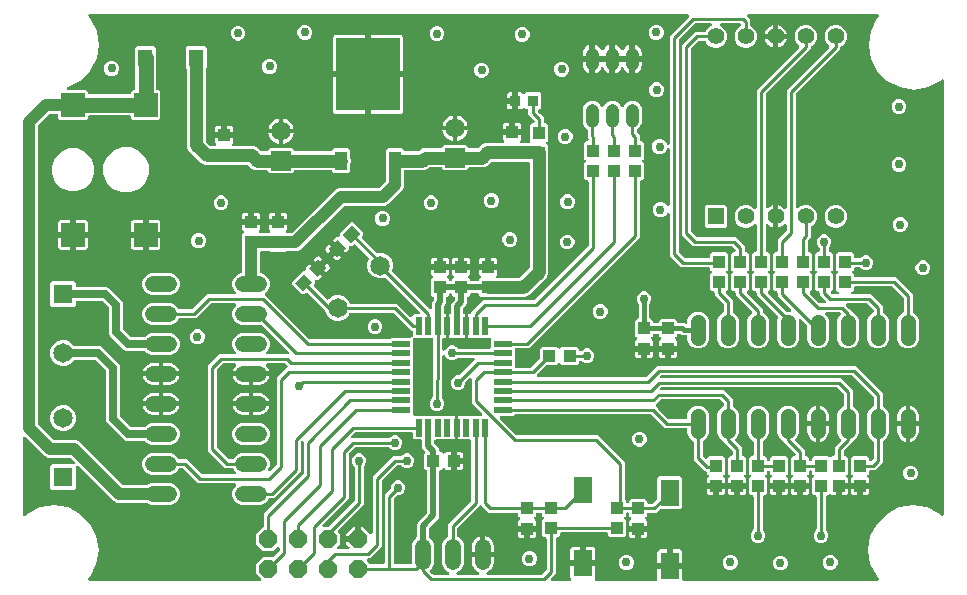
<source format=gbr>
G04 EAGLE Gerber RS-274X export*
G75*
%MOMM*%
%FSLAX34Y34*%
%LPD*%
%INTop Copper*%
%IPPOS*%
%AMOC8*
5,1,8,0,0,1.08239X$1,22.5*%
G01*
%ADD10R,1.651000X1.651000*%
%ADD11C,1.651000*%
%ADD12R,1.100000X1.000000*%
%ADD13R,1.000000X1.100000*%
%ADD14R,1.650000X1.650000*%
%ADD15C,1.650000*%
%ADD16R,1.270000X1.470000*%
%ADD17C,1.100000*%
%ADD18R,0.910000X0.930000*%
%ADD19R,2.000000X2.000000*%
%ADD20R,5.400000X6.200000*%
%ADD21R,1.000000X1.600000*%
%ADD22C,1.320800*%
%ADD23P,1.649562X8X22.500000*%
%ADD24R,1.600000X2.300000*%
%ADD25R,0.550000X1.500000*%
%ADD26R,1.500000X0.550000*%
%ADD27R,1.400000X1.400000*%
%ADD28C,1.400000*%
%ADD29C,1.288000*%
%ADD30C,1.092200*%
%ADD31C,1.270000*%
%ADD32C,1.016000*%
%ADD33C,0.756400*%
%ADD34C,0.508000*%
%ADD35C,0.381000*%
%ADD36C,0.254000*%
%ADD37C,0.482600*%
%ADD38C,0.635000*%

G36*
X210632Y10183D02*
X210632Y10183D01*
X210770Y10196D01*
X210790Y10203D01*
X210810Y10206D01*
X210939Y10257D01*
X211070Y10304D01*
X211087Y10315D01*
X211105Y10323D01*
X211218Y10404D01*
X211333Y10482D01*
X211346Y10498D01*
X211363Y10509D01*
X211451Y10617D01*
X211543Y10721D01*
X211553Y10739D01*
X211565Y10754D01*
X211625Y10880D01*
X211688Y11004D01*
X211692Y11024D01*
X211701Y11042D01*
X211727Y11178D01*
X211758Y11314D01*
X211757Y11335D01*
X211761Y11354D01*
X211752Y11493D01*
X211748Y11632D01*
X211742Y11652D01*
X211741Y11672D01*
X211698Y11804D01*
X211660Y11938D01*
X211649Y11955D01*
X211643Y11974D01*
X211568Y12092D01*
X211498Y12212D01*
X211479Y12233D01*
X211473Y12243D01*
X211458Y12257D01*
X211392Y12332D01*
X207680Y16044D01*
X207680Y24462D01*
X213632Y30414D01*
X222086Y30414D01*
X222185Y30426D01*
X222284Y30429D01*
X222342Y30446D01*
X222402Y30453D01*
X222494Y30490D01*
X222589Y30517D01*
X222641Y30548D01*
X222698Y30570D01*
X222778Y30629D01*
X222863Y30679D01*
X222938Y30745D01*
X222955Y30757D01*
X222963Y30767D01*
X222984Y30785D01*
X226958Y34759D01*
X227018Y34837D01*
X227086Y34909D01*
X227115Y34962D01*
X227152Y35010D01*
X227192Y35101D01*
X227240Y35188D01*
X227255Y35246D01*
X227279Y35302D01*
X227294Y35400D01*
X227319Y35496D01*
X227325Y35596D01*
X227329Y35616D01*
X227327Y35628D01*
X227329Y35656D01*
X227329Y37708D01*
X227312Y37845D01*
X227299Y37984D01*
X227292Y38003D01*
X227289Y38023D01*
X227238Y38152D01*
X227191Y38284D01*
X227180Y38300D01*
X227172Y38319D01*
X227091Y38432D01*
X227013Y38547D01*
X226997Y38560D01*
X226986Y38576D01*
X226878Y38665D01*
X226774Y38757D01*
X226756Y38766D01*
X226741Y38779D01*
X226615Y38839D01*
X226491Y38902D01*
X226471Y38906D01*
X226453Y38915D01*
X226317Y38941D01*
X226181Y38971D01*
X226160Y38971D01*
X226141Y38975D01*
X226002Y38966D01*
X225863Y38962D01*
X225843Y38956D01*
X225823Y38955D01*
X225691Y38912D01*
X225557Y38873D01*
X225540Y38863D01*
X225521Y38857D01*
X225403Y38782D01*
X225283Y38712D01*
X225262Y38693D01*
X225252Y38687D01*
X225238Y38672D01*
X225163Y38605D01*
X222049Y35492D01*
X213632Y35492D01*
X207680Y41444D01*
X207680Y49862D01*
X213658Y55840D01*
X213719Y55918D01*
X213787Y55990D01*
X213816Y56043D01*
X213853Y56091D01*
X213892Y56182D01*
X213940Y56269D01*
X213955Y56327D01*
X213979Y56383D01*
X213995Y56481D01*
X214020Y56577D01*
X214026Y56677D01*
X214029Y56697D01*
X214028Y56709D01*
X214030Y56737D01*
X214030Y67019D01*
X247278Y100267D01*
X247338Y100345D01*
X247406Y100417D01*
X247435Y100470D01*
X247472Y100518D01*
X247512Y100609D01*
X247560Y100696D01*
X247575Y100754D01*
X247599Y100810D01*
X247614Y100908D01*
X247639Y101004D01*
X247645Y101104D01*
X247649Y101124D01*
X247647Y101136D01*
X247649Y101164D01*
X247649Y127436D01*
X247646Y127460D01*
X247648Y127485D01*
X247626Y127618D01*
X247609Y127751D01*
X247600Y127774D01*
X247596Y127799D01*
X247542Y127922D01*
X247492Y128047D01*
X247478Y128067D01*
X247468Y128090D01*
X247385Y128195D01*
X247306Y128304D01*
X247286Y128320D01*
X247271Y128340D01*
X247164Y128421D01*
X247061Y128507D01*
X247038Y128518D01*
X247019Y128533D01*
X246894Y128586D01*
X246773Y128643D01*
X246749Y128647D01*
X246726Y128657D01*
X246592Y128677D01*
X246461Y128703D01*
X246436Y128701D01*
X246411Y128705D01*
X246277Y128691D01*
X246143Y128683D01*
X246120Y128675D01*
X246095Y128673D01*
X245969Y128626D01*
X245841Y128585D01*
X245820Y128572D01*
X245796Y128563D01*
X245686Y128487D01*
X245572Y128415D01*
X245555Y128397D01*
X245535Y128383D01*
X245446Y128281D01*
X245354Y128183D01*
X245342Y128161D01*
X245326Y128143D01*
X245245Y128003D01*
X245227Y127952D01*
X245200Y127904D01*
X245200Y127901D01*
X245174Y127803D01*
X245139Y127703D01*
X245135Y127649D01*
X245121Y127596D01*
X245111Y127436D01*
X245111Y102562D01*
X222558Y80009D01*
X218972Y80009D01*
X218942Y80006D01*
X218913Y80008D01*
X218785Y79986D01*
X218656Y79969D01*
X218629Y79959D01*
X218600Y79954D01*
X218481Y79900D01*
X218361Y79852D01*
X218337Y79835D01*
X218310Y79823D01*
X218208Y79742D01*
X218103Y79666D01*
X218084Y79643D01*
X218061Y79624D01*
X217983Y79521D01*
X217900Y79421D01*
X217888Y79394D01*
X217870Y79370D01*
X217799Y79226D01*
X217557Y78640D01*
X214984Y76067D01*
X211623Y74675D01*
X194777Y74675D01*
X191416Y76067D01*
X188843Y78640D01*
X187451Y82001D01*
X187451Y85639D01*
X188843Y89000D01*
X190386Y90543D01*
X190471Y90652D01*
X190560Y90759D01*
X190568Y90778D01*
X190581Y90794D01*
X190636Y90921D01*
X190695Y91047D01*
X190699Y91067D01*
X190707Y91086D01*
X190729Y91224D01*
X190755Y91360D01*
X190754Y91380D01*
X190757Y91400D01*
X190744Y91539D01*
X190735Y91677D01*
X190729Y91696D01*
X190727Y91716D01*
X190680Y91848D01*
X190637Y91979D01*
X190627Y91997D01*
X190620Y92016D01*
X190542Y92131D01*
X190467Y92248D01*
X190452Y92262D01*
X190441Y92279D01*
X190337Y92371D01*
X190236Y92466D01*
X190218Y92476D01*
X190203Y92489D01*
X190079Y92553D01*
X189957Y92620D01*
X189938Y92625D01*
X189919Y92634D01*
X189784Y92664D01*
X189649Y92699D01*
X189621Y92701D01*
X189609Y92704D01*
X189589Y92703D01*
X189488Y92709D01*
X158442Y92709D01*
X146113Y105038D01*
X146035Y105098D01*
X145963Y105166D01*
X145910Y105195D01*
X145862Y105232D01*
X145771Y105272D01*
X145684Y105320D01*
X145626Y105335D01*
X145570Y105359D01*
X145472Y105374D01*
X145376Y105399D01*
X145276Y105405D01*
X145256Y105409D01*
X145244Y105407D01*
X145216Y105409D01*
X142772Y105409D01*
X142742Y105406D01*
X142713Y105408D01*
X142585Y105386D01*
X142456Y105369D01*
X142429Y105359D01*
X142400Y105354D01*
X142281Y105300D01*
X142161Y105252D01*
X142137Y105235D01*
X142110Y105223D01*
X142008Y105142D01*
X141903Y105066D01*
X141884Y105043D01*
X141861Y105024D01*
X141783Y104921D01*
X141700Y104821D01*
X141688Y104794D01*
X141670Y104770D01*
X141599Y104626D01*
X141357Y104040D01*
X138784Y101467D01*
X135423Y100075D01*
X118577Y100075D01*
X115216Y101467D01*
X112643Y104040D01*
X111251Y107401D01*
X111251Y111039D01*
X112643Y114400D01*
X115216Y116973D01*
X118577Y118365D01*
X135423Y118365D01*
X138784Y116973D01*
X141357Y114400D01*
X141599Y113814D01*
X141614Y113789D01*
X141623Y113761D01*
X141692Y113651D01*
X141757Y113538D01*
X141777Y113517D01*
X141793Y113492D01*
X141888Y113403D01*
X141978Y113310D01*
X142003Y113294D01*
X142025Y113274D01*
X142138Y113211D01*
X142249Y113143D01*
X142277Y113135D01*
X142303Y113120D01*
X142429Y113088D01*
X142553Y113050D01*
X142583Y113048D01*
X142611Y113041D01*
X142772Y113031D01*
X148898Y113031D01*
X161227Y100702D01*
X161305Y100642D01*
X161377Y100574D01*
X161430Y100545D01*
X161478Y100508D01*
X161569Y100468D01*
X161656Y100420D01*
X161714Y100405D01*
X161770Y100381D01*
X161868Y100366D01*
X161964Y100341D01*
X162064Y100335D01*
X162084Y100331D01*
X162096Y100333D01*
X162124Y100331D01*
X189488Y100331D01*
X189626Y100348D01*
X189765Y100361D01*
X189784Y100368D01*
X189804Y100371D01*
X189933Y100422D01*
X190064Y100469D01*
X190081Y100480D01*
X190100Y100488D01*
X190212Y100569D01*
X190327Y100647D01*
X190341Y100663D01*
X190357Y100674D01*
X190446Y100782D01*
X190538Y100886D01*
X190547Y100904D01*
X190560Y100919D01*
X190619Y101045D01*
X190682Y101169D01*
X190687Y101189D01*
X190695Y101207D01*
X190721Y101344D01*
X190752Y101479D01*
X190751Y101500D01*
X190755Y101519D01*
X190747Y101658D01*
X190742Y101797D01*
X190737Y101817D01*
X190735Y101837D01*
X190693Y101969D01*
X190654Y102103D01*
X190644Y102120D01*
X190637Y102139D01*
X190563Y102257D01*
X190492Y102377D01*
X190474Y102398D01*
X190467Y102408D01*
X190452Y102422D01*
X190386Y102497D01*
X188843Y104040D01*
X188601Y104626D01*
X188586Y104651D01*
X188577Y104679D01*
X188508Y104789D01*
X188443Y104902D01*
X188423Y104923D01*
X188407Y104948D01*
X188312Y105037D01*
X188222Y105130D01*
X188197Y105146D01*
X188175Y105166D01*
X188062Y105229D01*
X187951Y105297D01*
X187923Y105305D01*
X187897Y105320D01*
X187771Y105352D01*
X187647Y105390D01*
X187617Y105392D01*
X187589Y105399D01*
X187428Y105409D01*
X181302Y105409D01*
X166369Y120342D01*
X166369Y192078D01*
X176222Y201931D01*
X189488Y201931D01*
X189626Y201948D01*
X189765Y201961D01*
X189784Y201968D01*
X189804Y201971D01*
X189933Y202022D01*
X190064Y202069D01*
X190081Y202080D01*
X190100Y202088D01*
X190212Y202169D01*
X190327Y202247D01*
X190341Y202263D01*
X190357Y202274D01*
X190446Y202382D01*
X190538Y202486D01*
X190547Y202504D01*
X190560Y202519D01*
X190619Y202645D01*
X190682Y202769D01*
X190687Y202789D01*
X190695Y202807D01*
X190721Y202944D01*
X190752Y203079D01*
X190751Y203100D01*
X190755Y203119D01*
X190747Y203258D01*
X190742Y203397D01*
X190737Y203417D01*
X190735Y203437D01*
X190693Y203569D01*
X190654Y203703D01*
X190644Y203720D01*
X190637Y203739D01*
X190563Y203857D01*
X190492Y203977D01*
X190474Y203998D01*
X190467Y204008D01*
X190452Y204022D01*
X190386Y204097D01*
X188843Y205640D01*
X187451Y209001D01*
X187451Y212639D01*
X188843Y216000D01*
X191416Y218573D01*
X194777Y219965D01*
X211623Y219965D01*
X214984Y218573D01*
X217557Y216000D01*
X218949Y212639D01*
X218949Y209001D01*
X217557Y205640D01*
X216014Y204097D01*
X215929Y203988D01*
X215840Y203881D01*
X215832Y203862D01*
X215819Y203846D01*
X215764Y203718D01*
X215705Y203593D01*
X215701Y203573D01*
X215693Y203554D01*
X215671Y203416D01*
X215645Y203280D01*
X215646Y203260D01*
X215643Y203240D01*
X215656Y203101D01*
X215665Y202963D01*
X215671Y202944D01*
X215673Y202924D01*
X215720Y202792D01*
X215763Y202661D01*
X215773Y202643D01*
X215780Y202624D01*
X215858Y202509D01*
X215933Y202392D01*
X215948Y202378D01*
X215959Y202361D01*
X216063Y202269D01*
X216164Y202174D01*
X216182Y202164D01*
X216197Y202151D01*
X216321Y202087D01*
X216443Y202020D01*
X216462Y202015D01*
X216481Y202006D01*
X216616Y201976D01*
X216751Y201941D01*
X216779Y201939D01*
X216791Y201936D01*
X216811Y201937D01*
X216912Y201931D01*
X234116Y201931D01*
X234253Y201948D01*
X234392Y201961D01*
X234411Y201968D01*
X234431Y201971D01*
X234560Y202022D01*
X234691Y202069D01*
X234708Y202080D01*
X234727Y202088D01*
X234839Y202169D01*
X234955Y202247D01*
X234968Y202263D01*
X234984Y202274D01*
X235073Y202382D01*
X235165Y202486D01*
X235174Y202504D01*
X235187Y202519D01*
X235246Y202645D01*
X235310Y202769D01*
X235314Y202789D01*
X235323Y202807D01*
X235349Y202943D01*
X235379Y203079D01*
X235379Y203100D01*
X235383Y203119D01*
X235374Y203258D01*
X235370Y203397D01*
X235364Y203417D01*
X235363Y203437D01*
X235320Y203569D01*
X235281Y203703D01*
X235271Y203720D01*
X235265Y203739D01*
X235190Y203857D01*
X235120Y203977D01*
X235101Y203998D01*
X235095Y204008D01*
X235080Y204022D01*
X235013Y204097D01*
X212407Y226704D01*
X212329Y226764D01*
X212257Y226832D01*
X212204Y226861D01*
X212156Y226898D01*
X212065Y226938D01*
X211978Y226986D01*
X211920Y227001D01*
X211864Y227025D01*
X211766Y227040D01*
X211671Y227065D01*
X211570Y227071D01*
X211550Y227075D01*
X211538Y227073D01*
X211510Y227075D01*
X194777Y227075D01*
X191416Y228467D01*
X188843Y231040D01*
X187451Y234401D01*
X187451Y238039D01*
X188843Y241400D01*
X190386Y242943D01*
X190471Y243052D01*
X190560Y243159D01*
X190568Y243178D01*
X190581Y243194D01*
X190636Y243322D01*
X190695Y243447D01*
X190699Y243467D01*
X190707Y243486D01*
X190729Y243624D01*
X190755Y243760D01*
X190754Y243780D01*
X190757Y243800D01*
X190744Y243939D01*
X190735Y244077D01*
X190729Y244096D01*
X190727Y244116D01*
X190680Y244247D01*
X190637Y244379D01*
X190627Y244397D01*
X190620Y244416D01*
X190542Y244531D01*
X190467Y244648D01*
X190452Y244662D01*
X190441Y244679D01*
X190337Y244771D01*
X190236Y244866D01*
X190218Y244876D01*
X190203Y244889D01*
X190079Y244953D01*
X189957Y245020D01*
X189938Y245025D01*
X189919Y245034D01*
X189784Y245064D01*
X189649Y245099D01*
X189621Y245101D01*
X189609Y245104D01*
X189589Y245103D01*
X189488Y245109D01*
X169744Y245109D01*
X169646Y245097D01*
X169547Y245094D01*
X169489Y245077D01*
X169429Y245069D01*
X169337Y245033D01*
X169241Y245005D01*
X169189Y244975D01*
X169133Y244952D01*
X169053Y244894D01*
X168968Y244844D01*
X168892Y244778D01*
X168876Y244766D01*
X168868Y244756D01*
X168847Y244738D01*
X159122Y235013D01*
X156518Y232409D01*
X142772Y232409D01*
X142742Y232406D01*
X142713Y232408D01*
X142585Y232386D01*
X142456Y232369D01*
X142429Y232359D01*
X142400Y232354D01*
X142281Y232300D01*
X142161Y232252D01*
X142137Y232235D01*
X142110Y232223D01*
X142008Y232142D01*
X141903Y232066D01*
X141884Y232043D01*
X141861Y232024D01*
X141783Y231921D01*
X141700Y231821D01*
X141688Y231794D01*
X141670Y231770D01*
X141599Y231626D01*
X141357Y231040D01*
X138784Y228467D01*
X135423Y227075D01*
X118577Y227075D01*
X115216Y228467D01*
X112643Y231040D01*
X111251Y234401D01*
X111251Y238039D01*
X112643Y241400D01*
X115216Y243973D01*
X118577Y245365D01*
X135423Y245365D01*
X138784Y243973D01*
X141357Y241400D01*
X141599Y240814D01*
X141614Y240789D01*
X141623Y240761D01*
X141692Y240651D01*
X141757Y240538D01*
X141777Y240517D01*
X141793Y240492D01*
X141888Y240403D01*
X141978Y240310D01*
X142003Y240294D01*
X142025Y240274D01*
X142138Y240211D01*
X142249Y240143D01*
X142277Y240135D01*
X142303Y240120D01*
X142429Y240088D01*
X142553Y240050D01*
X142583Y240048D01*
X142611Y240041D01*
X142772Y240031D01*
X152836Y240031D01*
X152934Y240043D01*
X153033Y240046D01*
X153091Y240063D01*
X153151Y240071D01*
X153243Y240107D01*
X153339Y240135D01*
X153391Y240165D01*
X153447Y240188D01*
X153527Y240246D01*
X153612Y240296D01*
X153688Y240362D01*
X153704Y240374D01*
X153712Y240384D01*
X153733Y240402D01*
X166062Y252731D01*
X189488Y252731D01*
X189626Y252748D01*
X189765Y252761D01*
X189784Y252768D01*
X189804Y252771D01*
X189933Y252822D01*
X190064Y252869D01*
X190081Y252880D01*
X190100Y252888D01*
X190212Y252969D01*
X190327Y253047D01*
X190341Y253063D01*
X190357Y253074D01*
X190446Y253182D01*
X190538Y253286D01*
X190547Y253304D01*
X190560Y253319D01*
X190619Y253445D01*
X190682Y253569D01*
X190687Y253589D01*
X190695Y253607D01*
X190721Y253744D01*
X190752Y253879D01*
X190751Y253900D01*
X190755Y253919D01*
X190747Y254058D01*
X190742Y254197D01*
X190737Y254217D01*
X190735Y254237D01*
X190693Y254369D01*
X190654Y254503D01*
X190644Y254520D01*
X190637Y254539D01*
X190563Y254657D01*
X190492Y254777D01*
X190474Y254798D01*
X190467Y254808D01*
X190452Y254822D01*
X190386Y254897D01*
X188843Y256440D01*
X187451Y259801D01*
X187451Y263439D01*
X188843Y266800D01*
X191416Y269373D01*
X194796Y270772D01*
X194821Y270787D01*
X194849Y270796D01*
X194959Y270866D01*
X195072Y270930D01*
X195093Y270951D01*
X195118Y270966D01*
X195207Y271061D01*
X195300Y271151D01*
X195316Y271176D01*
X195336Y271198D01*
X195399Y271312D01*
X195467Y271422D01*
X195475Y271451D01*
X195490Y271476D01*
X195522Y271602D01*
X195560Y271726D01*
X195562Y271756D01*
X195569Y271784D01*
X195579Y271945D01*
X195579Y298240D01*
X195607Y298346D01*
X195647Y298492D01*
X195647Y298502D01*
X195649Y298511D01*
X195659Y298671D01*
X195659Y303262D01*
X196810Y304414D01*
X196888Y304513D01*
X196970Y304608D01*
X196985Y304638D01*
X197005Y304665D01*
X197055Y304780D01*
X197111Y304893D01*
X197118Y304926D01*
X197132Y304957D01*
X197151Y305081D01*
X197178Y305204D01*
X197176Y305238D01*
X197182Y305271D01*
X197170Y305396D01*
X197165Y305522D01*
X197155Y305554D01*
X197152Y305587D01*
X197109Y305706D01*
X197073Y305826D01*
X197056Y305855D01*
X197044Y305887D01*
X196973Y305991D01*
X196908Y306099D01*
X196884Y306122D01*
X196866Y306150D01*
X196771Y306233D01*
X196681Y306321D01*
X196664Y306333D01*
X196167Y306830D01*
X195832Y307409D01*
X195659Y308056D01*
X195659Y311391D01*
X201970Y311391D01*
X202088Y311406D01*
X202207Y311413D01*
X202245Y311425D01*
X202285Y311431D01*
X202396Y311474D01*
X202509Y311511D01*
X202543Y311533D01*
X202581Y311548D01*
X202677Y311617D01*
X202778Y311681D01*
X202806Y311711D01*
X202838Y311734D01*
X202914Y311826D01*
X202996Y311913D01*
X203015Y311948D01*
X203041Y311979D01*
X203092Y312087D01*
X203149Y312191D01*
X203159Y312231D01*
X203177Y312267D01*
X203197Y312374D01*
X203201Y312344D01*
X203245Y312234D01*
X203281Y312121D01*
X203303Y312086D01*
X203318Y312049D01*
X203388Y311952D01*
X203451Y311852D01*
X203481Y311824D01*
X203505Y311791D01*
X203596Y311715D01*
X203683Y311634D01*
X203718Y311614D01*
X203750Y311589D01*
X203857Y311538D01*
X203962Y311480D01*
X204001Y311470D01*
X204037Y311453D01*
X204154Y311431D01*
X204270Y311401D01*
X204330Y311397D01*
X204350Y311393D01*
X204370Y311395D01*
X204430Y311391D01*
X210741Y311391D01*
X210741Y308056D01*
X210568Y307409D01*
X210233Y306830D01*
X209901Y306498D01*
X209815Y306388D01*
X209727Y306281D01*
X209718Y306262D01*
X209706Y306246D01*
X209650Y306118D01*
X209591Y305993D01*
X209587Y305973D01*
X209579Y305954D01*
X209557Y305817D01*
X209531Y305680D01*
X209533Y305660D01*
X209529Y305640D01*
X209543Y305501D01*
X209551Y305363D01*
X209557Y305344D01*
X209559Y305324D01*
X209607Y305192D01*
X209649Y305061D01*
X209660Y305044D01*
X209667Y305024D01*
X209745Y304909D01*
X209819Y304792D01*
X209834Y304778D01*
X209845Y304761D01*
X209949Y304669D01*
X210051Y304574D01*
X210069Y304564D01*
X210084Y304551D01*
X210208Y304487D01*
X210329Y304420D01*
X210349Y304415D01*
X210367Y304406D01*
X210503Y304376D01*
X210637Y304341D01*
X210665Y304339D01*
X210677Y304336D01*
X210698Y304337D01*
X210798Y304331D01*
X218462Y304331D01*
X218600Y304348D01*
X218738Y304361D01*
X218757Y304368D01*
X218777Y304371D01*
X218907Y304422D01*
X219038Y304469D01*
X219054Y304480D01*
X219073Y304488D01*
X219185Y304569D01*
X219301Y304647D01*
X219314Y304663D01*
X219330Y304674D01*
X219419Y304781D01*
X219511Y304886D01*
X219520Y304904D01*
X219533Y304919D01*
X219592Y305045D01*
X219656Y305169D01*
X219660Y305189D01*
X219669Y305207D01*
X219695Y305343D01*
X219725Y305479D01*
X219725Y305500D01*
X219729Y305519D01*
X219720Y305658D01*
X219716Y305797D01*
X219710Y305817D01*
X219709Y305837D01*
X219666Y305969D01*
X219627Y306103D01*
X219617Y306120D01*
X219611Y306139D01*
X219537Y306257D01*
X219466Y306377D01*
X219447Y306398D01*
X219441Y306408D01*
X219426Y306422D01*
X219359Y306498D01*
X219027Y306830D01*
X218692Y307409D01*
X218519Y308056D01*
X218519Y311391D01*
X224830Y311391D01*
X224948Y311406D01*
X225067Y311413D01*
X225105Y311425D01*
X225145Y311431D01*
X225256Y311474D01*
X225369Y311511D01*
X225403Y311533D01*
X225441Y311548D01*
X225537Y311617D01*
X225638Y311681D01*
X225666Y311711D01*
X225698Y311734D01*
X225774Y311826D01*
X225856Y311913D01*
X225875Y311948D01*
X225901Y311979D01*
X225952Y312087D01*
X226009Y312191D01*
X226019Y312231D01*
X226037Y312267D01*
X226057Y312374D01*
X226061Y312344D01*
X226105Y312234D01*
X226141Y312121D01*
X226163Y312086D01*
X226178Y312049D01*
X226248Y311952D01*
X226311Y311852D01*
X226341Y311824D01*
X226365Y311791D01*
X226456Y311715D01*
X226543Y311634D01*
X226578Y311614D01*
X226610Y311589D01*
X226717Y311538D01*
X226822Y311480D01*
X226861Y311470D01*
X226897Y311453D01*
X227014Y311431D01*
X227130Y311401D01*
X227190Y311397D01*
X227210Y311393D01*
X227230Y311395D01*
X227290Y311391D01*
X233601Y311391D01*
X233601Y308056D01*
X233428Y307409D01*
X233093Y306830D01*
X232761Y306498D01*
X232675Y306388D01*
X232587Y306281D01*
X232578Y306262D01*
X232566Y306246D01*
X232510Y306118D01*
X232451Y305993D01*
X232447Y305973D01*
X232439Y305954D01*
X232417Y305817D01*
X232391Y305680D01*
X232393Y305660D01*
X232389Y305640D01*
X232403Y305501D01*
X232411Y305363D01*
X232417Y305344D01*
X232419Y305324D01*
X232467Y305192D01*
X232509Y305061D01*
X232520Y305044D01*
X232527Y305024D01*
X232605Y304909D01*
X232679Y304792D01*
X232694Y304778D01*
X232705Y304761D01*
X232809Y304669D01*
X232911Y304574D01*
X232929Y304564D01*
X232944Y304551D01*
X233068Y304487D01*
X233189Y304420D01*
X233209Y304415D01*
X233227Y304406D01*
X233363Y304376D01*
X233497Y304341D01*
X233525Y304339D01*
X233537Y304336D01*
X233558Y304337D01*
X233658Y304331D01*
X237148Y304331D01*
X237246Y304343D01*
X237345Y304346D01*
X237403Y304363D01*
X237463Y304371D01*
X237555Y304407D01*
X237650Y304435D01*
X237703Y304465D01*
X237759Y304488D01*
X237839Y304546D01*
X237924Y304596D01*
X238000Y304662D01*
X238016Y304674D01*
X238024Y304684D01*
X238045Y304702D01*
X275083Y341741D01*
X277884Y342901D01*
X311278Y342901D01*
X311376Y342913D01*
X311475Y342916D01*
X311533Y342933D01*
X311593Y342941D01*
X311685Y342977D01*
X311780Y343005D01*
X311833Y343035D01*
X311889Y343058D01*
X311969Y343116D01*
X312054Y343166D01*
X312130Y343232D01*
X312146Y343244D01*
X312154Y343254D01*
X312175Y343272D01*
X317068Y348165D01*
X317128Y348243D01*
X317196Y348315D01*
X317218Y348355D01*
X317235Y348375D01*
X317241Y348388D01*
X317262Y348416D01*
X317302Y348507D01*
X317350Y348594D01*
X317364Y348650D01*
X317370Y348663D01*
X317371Y348666D01*
X317389Y348708D01*
X317404Y348806D01*
X317429Y348902D01*
X317435Y349002D01*
X317439Y349022D01*
X317437Y349034D01*
X317439Y349062D01*
X317439Y363256D01*
X317438Y363265D01*
X317439Y363275D01*
X317418Y363423D01*
X317399Y363572D01*
X317396Y363580D01*
X317395Y363589D01*
X317343Y363742D01*
X317058Y364428D01*
X317058Y367612D01*
X317423Y368491D01*
X317425Y368500D01*
X317430Y368508D01*
X317467Y368654D01*
X317507Y368798D01*
X317507Y368807D01*
X317509Y368816D01*
X317519Y368977D01*
X317519Y375072D01*
X319008Y376561D01*
X331112Y376561D01*
X332625Y375048D01*
X332636Y375016D01*
X332641Y374975D01*
X332684Y374865D01*
X332721Y374752D01*
X332743Y374717D01*
X332758Y374680D01*
X332827Y374584D01*
X332891Y374483D01*
X332921Y374455D01*
X332944Y374422D01*
X333036Y374346D01*
X333123Y374265D01*
X333158Y374245D01*
X333189Y374220D01*
X333297Y374169D01*
X333401Y374111D01*
X333441Y374101D01*
X333477Y374084D01*
X333594Y374062D01*
X333709Y374032D01*
X333769Y374028D01*
X333789Y374024D01*
X333810Y374026D01*
X333870Y374022D01*
X344400Y374022D01*
X344498Y374034D01*
X344597Y374037D01*
X344655Y374054D01*
X344715Y374062D01*
X344807Y374098D01*
X344903Y374126D01*
X344955Y374156D01*
X345011Y374179D01*
X345091Y374237D01*
X345176Y374287D01*
X345252Y374353D01*
X345268Y374365D01*
X345276Y374375D01*
X345297Y374393D01*
X346187Y375284D01*
X349128Y376502D01*
X363855Y376502D01*
X363973Y376517D01*
X364092Y376524D01*
X364130Y376537D01*
X364171Y376542D01*
X364281Y376585D01*
X364394Y376622D01*
X364429Y376644D01*
X364466Y376659D01*
X364562Y376728D01*
X364663Y376792D01*
X364691Y376822D01*
X364724Y376845D01*
X364800Y376937D01*
X364881Y377024D01*
X364901Y377059D01*
X364926Y377090D01*
X364977Y377198D01*
X365035Y377302D01*
X365045Y377342D01*
X365062Y377378D01*
X365084Y377495D01*
X365114Y377610D01*
X365118Y377670D01*
X365122Y377690D01*
X365120Y377711D01*
X365124Y377771D01*
X365124Y377807D01*
X366613Y379296D01*
X385227Y379296D01*
X386716Y377807D01*
X386716Y377571D01*
X386731Y377453D01*
X386738Y377334D01*
X386751Y377296D01*
X386756Y377255D01*
X386799Y377145D01*
X386836Y377032D01*
X386858Y376997D01*
X386873Y376960D01*
X386942Y376864D01*
X387006Y376763D01*
X387036Y376735D01*
X387059Y376702D01*
X387151Y376626D01*
X387238Y376545D01*
X387273Y376525D01*
X387304Y376500D01*
X387412Y376449D01*
X387516Y376391D01*
X387556Y376381D01*
X387592Y376364D01*
X387709Y376342D01*
X387824Y376312D01*
X387884Y376308D01*
X387904Y376304D01*
X387925Y376306D01*
X387985Y376302D01*
X394940Y376302D01*
X395038Y376314D01*
X395137Y376317D01*
X395195Y376334D01*
X395255Y376342D01*
X395347Y376378D01*
X395443Y376406D01*
X395495Y376436D01*
X395551Y376459D01*
X395631Y376517D01*
X395716Y376567D01*
X395792Y376633D01*
X395808Y376645D01*
X395816Y376655D01*
X395837Y376673D01*
X398857Y379694D01*
X401798Y380912D01*
X416201Y380912D01*
X416339Y380929D01*
X416478Y380942D01*
X416497Y380949D01*
X416516Y380952D01*
X416646Y381003D01*
X416777Y381050D01*
X416793Y381061D01*
X416812Y381069D01*
X416925Y381150D01*
X417040Y381229D01*
X417053Y381244D01*
X417069Y381255D01*
X417158Y381363D01*
X417250Y381467D01*
X417259Y381485D01*
X417272Y381500D01*
X417332Y381626D01*
X417395Y381750D01*
X417399Y381770D01*
X417408Y381788D01*
X417434Y381924D01*
X417464Y382061D01*
X417464Y382081D01*
X417468Y382100D01*
X417459Y382239D01*
X417455Y382378D01*
X417449Y382398D01*
X417448Y382418D01*
X417405Y382550D01*
X417366Y382684D01*
X417356Y382701D01*
X417350Y382720D01*
X417275Y382838D01*
X417205Y382958D01*
X417186Y382979D01*
X417180Y382989D01*
X417165Y383003D01*
X417158Y383011D01*
X416812Y383609D01*
X416639Y384256D01*
X416639Y387591D01*
X422950Y387591D01*
X423068Y387606D01*
X423187Y387613D01*
X423225Y387625D01*
X423265Y387631D01*
X423376Y387674D01*
X423489Y387711D01*
X423523Y387733D01*
X423561Y387748D01*
X423657Y387817D01*
X423758Y387881D01*
X423786Y387911D01*
X423818Y387934D01*
X423894Y388026D01*
X423976Y388113D01*
X423995Y388148D01*
X424021Y388179D01*
X424072Y388287D01*
X424129Y388391D01*
X424139Y388431D01*
X424157Y388467D01*
X424177Y388574D01*
X424181Y388544D01*
X424225Y388434D01*
X424261Y388321D01*
X424283Y388286D01*
X424298Y388249D01*
X424368Y388152D01*
X424431Y388052D01*
X424461Y388024D01*
X424485Y387991D01*
X424576Y387915D01*
X424663Y387834D01*
X424698Y387814D01*
X424730Y387789D01*
X424837Y387738D01*
X424942Y387680D01*
X424981Y387670D01*
X425017Y387653D01*
X425134Y387631D01*
X425250Y387601D01*
X425310Y387597D01*
X425330Y387593D01*
X425350Y387595D01*
X425410Y387591D01*
X431721Y387591D01*
X431721Y384256D01*
X431548Y383609D01*
X431182Y382975D01*
X431177Y382969D01*
X431088Y382862D01*
X431079Y382843D01*
X431067Y382827D01*
X431011Y382700D01*
X430952Y382574D01*
X430948Y382554D01*
X430940Y382536D01*
X430919Y382398D01*
X430892Y382261D01*
X430894Y382241D01*
X430890Y382222D01*
X430904Y382083D01*
X430912Y381944D01*
X430918Y381925D01*
X430920Y381905D01*
X430967Y381773D01*
X431010Y381642D01*
X431021Y381625D01*
X431028Y381606D01*
X431106Y381490D01*
X431180Y381373D01*
X431195Y381359D01*
X431206Y381342D01*
X431311Y381250D01*
X431412Y381155D01*
X431430Y381145D01*
X431445Y381132D01*
X431569Y381069D01*
X431690Y381001D01*
X431710Y380996D01*
X431728Y380987D01*
X431864Y380957D01*
X431998Y380922D01*
X432026Y380920D01*
X432038Y380918D01*
X432059Y380918D01*
X432159Y380912D01*
X438471Y380912D01*
X438609Y380929D01*
X438747Y380942D01*
X438766Y380949D01*
X438786Y380952D01*
X438916Y381003D01*
X439047Y381050D01*
X439063Y381061D01*
X439082Y381069D01*
X439195Y381150D01*
X439310Y381228D01*
X439323Y381244D01*
X439339Y381255D01*
X439428Y381363D01*
X439520Y381467D01*
X439529Y381485D01*
X439542Y381500D01*
X439602Y381626D01*
X439665Y381750D01*
X439669Y381770D01*
X439678Y381788D01*
X439704Y381925D01*
X439734Y382060D01*
X439734Y382081D01*
X439738Y382100D01*
X439729Y382239D01*
X439725Y382378D01*
X439719Y382398D01*
X439718Y382418D01*
X439675Y382550D01*
X439636Y382684D01*
X439626Y382701D01*
X439620Y382720D01*
X439545Y382838D01*
X439499Y382916D01*
X439499Y396052D01*
X440988Y397541D01*
X441960Y397541D01*
X442078Y397556D01*
X442197Y397563D01*
X442235Y397576D01*
X442276Y397581D01*
X442386Y397624D01*
X442499Y397661D01*
X442534Y397683D01*
X442571Y397698D01*
X442667Y397767D01*
X442768Y397831D01*
X442796Y397861D01*
X442829Y397884D01*
X442905Y397976D01*
X442986Y398063D01*
X443006Y398098D01*
X443031Y398129D01*
X443082Y398237D01*
X443140Y398341D01*
X443150Y398381D01*
X443167Y398417D01*
X443189Y398534D01*
X443219Y398649D01*
X443223Y398709D01*
X443227Y398729D01*
X443225Y398750D01*
X443229Y398810D01*
X443229Y399216D01*
X443217Y399314D01*
X443214Y399413D01*
X443197Y399471D01*
X443189Y399531D01*
X443153Y399623D01*
X443125Y399719D01*
X443095Y399771D01*
X443072Y399827D01*
X443014Y399907D01*
X442964Y399992D01*
X442898Y400068D01*
X442886Y400084D01*
X442876Y400092D01*
X442858Y400113D01*
X438129Y404842D01*
X438129Y408100D01*
X438114Y408218D01*
X438107Y408337D01*
X438094Y408375D01*
X438089Y408416D01*
X438046Y408526D01*
X438009Y408639D01*
X437987Y408674D01*
X437972Y408711D01*
X437903Y408807D01*
X437839Y408908D01*
X437809Y408936D01*
X437786Y408969D01*
X437694Y409045D01*
X437607Y409126D01*
X437572Y409146D01*
X437541Y409171D01*
X437433Y409222D01*
X437329Y409280D01*
X437289Y409290D01*
X437253Y409307D01*
X437136Y409329D01*
X437021Y409359D01*
X436961Y409363D01*
X436941Y409367D01*
X436920Y409365D01*
X436860Y409369D01*
X436338Y409369D01*
X435237Y410470D01*
X435130Y410553D01*
X435106Y410573D01*
X435053Y410620D01*
X435046Y410624D01*
X435027Y410639D01*
X435005Y410650D01*
X434986Y410665D01*
X434862Y410718D01*
X434832Y410733D01*
X434770Y410764D01*
X434762Y410766D01*
X434740Y410777D01*
X434716Y410781D01*
X434694Y410791D01*
X434560Y410812D01*
X434531Y410818D01*
X434459Y410834D01*
X434451Y410834D01*
X434428Y410838D01*
X434404Y410837D01*
X434380Y410841D01*
X434245Y410828D01*
X434223Y410827D01*
X434142Y410824D01*
X434133Y410822D01*
X434111Y410821D01*
X434088Y410813D01*
X434063Y410811D01*
X433936Y410765D01*
X433925Y410762D01*
X433836Y410736D01*
X433827Y410731D01*
X433807Y410725D01*
X433787Y410712D01*
X433764Y410703D01*
X433653Y410628D01*
X433562Y410575D01*
X433549Y410563D01*
X433538Y410556D01*
X433521Y410538D01*
X433501Y410525D01*
X433484Y410506D01*
X433441Y410468D01*
X432850Y409877D01*
X432271Y409542D01*
X431624Y409369D01*
X429014Y409369D01*
X429014Y415555D01*
X428999Y415673D01*
X428992Y415792D01*
X428979Y415830D01*
X428974Y415870D01*
X428931Y415981D01*
X428894Y416094D01*
X428872Y416128D01*
X428857Y416166D01*
X428788Y416262D01*
X428724Y416363D01*
X428694Y416391D01*
X428671Y416423D01*
X428579Y416499D01*
X428513Y416561D01*
X428553Y416586D01*
X428581Y416616D01*
X428614Y416640D01*
X428690Y416731D01*
X428771Y416818D01*
X428791Y416853D01*
X428816Y416885D01*
X428867Y416992D01*
X428925Y417097D01*
X428935Y417136D01*
X428952Y417172D01*
X428974Y417289D01*
X429004Y417405D01*
X429008Y417465D01*
X429012Y417485D01*
X429010Y417505D01*
X429011Y417509D01*
X429012Y417514D01*
X429011Y417520D01*
X429014Y417565D01*
X429014Y423751D01*
X431624Y423751D01*
X432271Y423578D01*
X432850Y423243D01*
X433419Y422674D01*
X433420Y422673D01*
X433441Y422652D01*
X433528Y422585D01*
X433625Y422499D01*
X433647Y422487D01*
X433666Y422472D01*
X433683Y422464D01*
X433693Y422457D01*
X433785Y422417D01*
X433789Y422415D01*
X433909Y422354D01*
X433932Y422349D01*
X433954Y422338D01*
X433975Y422335D01*
X433984Y422331D01*
X434070Y422317D01*
X434088Y422314D01*
X434219Y422284D01*
X434243Y422285D01*
X434267Y422281D01*
X434290Y422282D01*
X434298Y422281D01*
X434375Y422288D01*
X434402Y422290D01*
X434537Y422294D01*
X434560Y422301D01*
X434584Y422302D01*
X434607Y422310D01*
X434615Y422311D01*
X434682Y422335D01*
X434713Y422345D01*
X434842Y422382D01*
X434863Y422395D01*
X434886Y422402D01*
X434907Y422415D01*
X434914Y422418D01*
X434972Y422457D01*
X435000Y422475D01*
X435116Y422544D01*
X435142Y422566D01*
X435154Y422574D01*
X435169Y422590D01*
X435173Y422593D01*
X435177Y422597D01*
X435181Y422601D01*
X435237Y422650D01*
X436338Y423751D01*
X447542Y423751D01*
X449031Y422262D01*
X449031Y410858D01*
X447542Y409369D01*
X447444Y409369D01*
X447307Y409352D01*
X447168Y409339D01*
X447149Y409332D01*
X447129Y409329D01*
X447000Y409278D01*
X446869Y409231D01*
X446852Y409220D01*
X446833Y409212D01*
X446720Y409131D01*
X446605Y409053D01*
X446592Y409037D01*
X446576Y409026D01*
X446487Y408918D01*
X446395Y408814D01*
X446386Y408796D01*
X446373Y408781D01*
X446314Y408655D01*
X446250Y408531D01*
X446246Y408511D01*
X446237Y408493D01*
X446211Y408356D01*
X446181Y408221D01*
X446181Y408200D01*
X446177Y408181D01*
X446186Y408042D01*
X446190Y407903D01*
X446196Y407883D01*
X446197Y407863D01*
X446240Y407731D01*
X446279Y407597D01*
X446289Y407580D01*
X446295Y407561D01*
X446370Y407443D01*
X446440Y407323D01*
X446459Y407302D01*
X446465Y407292D01*
X446480Y407278D01*
X446547Y407203D01*
X448247Y405502D01*
X450851Y402898D01*
X450851Y398810D01*
X450866Y398692D01*
X450873Y398573D01*
X450886Y398535D01*
X450891Y398494D01*
X450934Y398384D01*
X450971Y398271D01*
X450993Y398236D01*
X451008Y398199D01*
X451077Y398103D01*
X451141Y398002D01*
X451171Y397974D01*
X451194Y397941D01*
X451286Y397865D01*
X451373Y397784D01*
X451408Y397764D01*
X451439Y397739D01*
X451547Y397688D01*
X451651Y397630D01*
X451691Y397620D01*
X451727Y397603D01*
X451844Y397581D01*
X451959Y397551D01*
X452019Y397547D01*
X452039Y397543D01*
X452060Y397545D01*
X452120Y397541D01*
X453092Y397541D01*
X454581Y396052D01*
X454581Y382948D01*
X453531Y381898D01*
X453458Y381803D01*
X453379Y381714D01*
X453360Y381678D01*
X453336Y381646D01*
X453288Y381537D01*
X453234Y381431D01*
X453225Y381392D01*
X453209Y381354D01*
X453191Y381237D01*
X453165Y381121D01*
X453166Y381080D01*
X453160Y381040D01*
X453171Y380922D01*
X453174Y380803D01*
X453186Y380764D01*
X453189Y380724D01*
X453230Y380611D01*
X453263Y380497D01*
X453283Y380463D01*
X453297Y380424D01*
X453364Y380326D01*
X453424Y380223D01*
X453464Y380178D01*
X453476Y380161D01*
X453491Y380148D01*
X453531Y380103D01*
X454581Y379052D01*
X454581Y375457D01*
X454582Y375448D01*
X454581Y375439D01*
X454602Y375290D01*
X454621Y375142D01*
X454624Y375133D01*
X454625Y375124D01*
X454677Y374971D01*
X455042Y374092D01*
X455042Y270188D01*
X453824Y267247D01*
X438403Y251826D01*
X435462Y250608D01*
X410477Y250608D01*
X410379Y250596D01*
X410280Y250593D01*
X410222Y250576D01*
X410168Y250569D01*
X397808Y250569D01*
X396319Y252058D01*
X396319Y252260D01*
X396304Y252378D01*
X396297Y252497D01*
X396284Y252535D01*
X396279Y252576D01*
X396236Y252686D01*
X396199Y252799D01*
X396177Y252834D01*
X396162Y252871D01*
X396093Y252967D01*
X396029Y253068D01*
X395999Y253096D01*
X395976Y253129D01*
X395884Y253205D01*
X395797Y253286D01*
X395762Y253306D01*
X395731Y253331D01*
X395623Y253382D01*
X395519Y253440D01*
X395479Y253450D01*
X395443Y253467D01*
X395326Y253489D01*
X395211Y253519D01*
X395151Y253523D01*
X395131Y253527D01*
X395110Y253525D01*
X395050Y253529D01*
X389810Y253529D01*
X389692Y253514D01*
X389573Y253507D01*
X389535Y253494D01*
X389494Y253489D01*
X389384Y253446D01*
X389271Y253409D01*
X389236Y253387D01*
X389199Y253372D01*
X389103Y253303D01*
X389002Y253239D01*
X388974Y253209D01*
X388941Y253186D01*
X388865Y253094D01*
X388784Y253007D01*
X388764Y252972D01*
X388739Y252941D01*
X388688Y252833D01*
X388630Y252729D01*
X388620Y252689D01*
X388603Y252653D01*
X388581Y252536D01*
X388551Y252421D01*
X388547Y252360D01*
X388543Y252341D01*
X388545Y252320D01*
X388541Y252260D01*
X388541Y252058D01*
X387033Y250550D01*
X386986Y250547D01*
X386948Y250534D01*
X386907Y250529D01*
X386797Y250486D01*
X386684Y250449D01*
X386649Y250427D01*
X386612Y250412D01*
X386516Y250343D01*
X386415Y250279D01*
X386387Y250249D01*
X386354Y250226D01*
X386278Y250134D01*
X386197Y250047D01*
X386177Y250012D01*
X386152Y249981D01*
X386101Y249873D01*
X386043Y249769D01*
X386033Y249729D01*
X386016Y249693D01*
X385994Y249576D01*
X385964Y249461D01*
X385960Y249401D01*
X385956Y249381D01*
X385958Y249360D01*
X385954Y249300D01*
X385954Y245395D01*
X385200Y243574D01*
X382705Y241080D01*
X382645Y241002D01*
X382577Y240929D01*
X382548Y240876D01*
X382511Y240829D01*
X382471Y240738D01*
X382423Y240651D01*
X382408Y240592D01*
X382384Y240537D01*
X382369Y240439D01*
X382344Y240343D01*
X382338Y240243D01*
X382334Y240223D01*
X382336Y240210D01*
X382334Y240182D01*
X382334Y237190D01*
X382349Y237072D01*
X382356Y236953D01*
X382369Y236915D01*
X382374Y236874D01*
X382417Y236764D01*
X382454Y236651D01*
X382476Y236616D01*
X382491Y236579D01*
X382560Y236483D01*
X382624Y236382D01*
X382654Y236354D01*
X382677Y236321D01*
X382769Y236245D01*
X382856Y236164D01*
X382891Y236144D01*
X382922Y236119D01*
X383030Y236068D01*
X383134Y236010D01*
X383174Y236000D01*
X383210Y235983D01*
X383327Y235961D01*
X383442Y235931D01*
X383502Y235927D01*
X383522Y235923D01*
X383543Y235925D01*
X383603Y235921D01*
X384006Y235921D01*
X384006Y225985D01*
X384015Y225915D01*
X384012Y225875D01*
X384008Y225855D01*
X384010Y225835D01*
X384006Y225775D01*
X384006Y215839D01*
X382296Y215839D01*
X382126Y215885D01*
X382021Y215899D01*
X381918Y215922D01*
X381864Y215921D01*
X381810Y215928D01*
X381705Y215916D01*
X381600Y215913D01*
X381548Y215898D01*
X381495Y215892D01*
X381396Y215854D01*
X381346Y215839D01*
X373427Y215839D01*
X373419Y215843D01*
X373367Y215856D01*
X373317Y215878D01*
X373213Y215894D01*
X373110Y215920D01*
X373056Y215919D01*
X373003Y215927D01*
X372898Y215918D01*
X372792Y215917D01*
X372708Y215900D01*
X372687Y215898D01*
X372672Y215892D01*
X372634Y215885D01*
X372464Y215839D01*
X370754Y215839D01*
X370754Y225775D01*
X370745Y225845D01*
X370748Y225885D01*
X370752Y225905D01*
X370750Y225925D01*
X370754Y225985D01*
X370754Y235921D01*
X371157Y235921D01*
X371275Y235936D01*
X371394Y235943D01*
X371432Y235955D01*
X371473Y235961D01*
X371583Y236004D01*
X371696Y236041D01*
X371731Y236063D01*
X371768Y236078D01*
X371864Y236147D01*
X371965Y236211D01*
X371993Y236241D01*
X372026Y236264D01*
X372102Y236356D01*
X372183Y236443D01*
X372203Y236478D01*
X372228Y236509D01*
X372279Y236617D01*
X372337Y236721D01*
X372347Y236761D01*
X372364Y236797D01*
X372386Y236914D01*
X372416Y237029D01*
X372420Y237089D01*
X372424Y237109D01*
X372422Y237130D01*
X372426Y237190D01*
X372426Y243745D01*
X373180Y245566D01*
X375675Y248060D01*
X375735Y248138D01*
X375803Y248211D01*
X375832Y248264D01*
X375869Y248311D01*
X375909Y248402D01*
X375957Y248489D01*
X375972Y248548D01*
X375996Y248603D01*
X376011Y248701D01*
X376036Y248797D01*
X376042Y248897D01*
X376046Y248917D01*
X376044Y248930D01*
X376046Y248958D01*
X376046Y249300D01*
X376031Y249418D01*
X376024Y249537D01*
X376011Y249575D01*
X376006Y249616D01*
X375963Y249726D01*
X375926Y249839D01*
X375904Y249874D01*
X375889Y249911D01*
X375820Y250007D01*
X375756Y250108D01*
X375726Y250136D01*
X375703Y250169D01*
X375611Y250245D01*
X375524Y250326D01*
X375489Y250346D01*
X375458Y250371D01*
X375350Y250422D01*
X375246Y250480D01*
X375206Y250490D01*
X375170Y250507D01*
X375053Y250529D01*
X374965Y250552D01*
X373459Y252058D01*
X373459Y252260D01*
X373444Y252378D01*
X373437Y252497D01*
X373424Y252535D01*
X373419Y252576D01*
X373376Y252686D01*
X373339Y252799D01*
X373317Y252834D01*
X373302Y252871D01*
X373233Y252967D01*
X373169Y253068D01*
X373139Y253096D01*
X373116Y253129D01*
X373024Y253205D01*
X372937Y253286D01*
X372902Y253306D01*
X372871Y253331D01*
X372763Y253382D01*
X372659Y253440D01*
X372619Y253450D01*
X372583Y253467D01*
X372466Y253489D01*
X372351Y253519D01*
X372291Y253523D01*
X372271Y253527D01*
X372250Y253525D01*
X372190Y253529D01*
X372030Y253529D01*
X371912Y253514D01*
X371793Y253507D01*
X371755Y253494D01*
X371714Y253489D01*
X371604Y253446D01*
X371491Y253409D01*
X371456Y253387D01*
X371419Y253372D01*
X371323Y253303D01*
X371222Y253239D01*
X371194Y253209D01*
X371161Y253186D01*
X371085Y253094D01*
X371004Y253007D01*
X370984Y252972D01*
X370959Y252941D01*
X370908Y252833D01*
X370850Y252729D01*
X370840Y252689D01*
X370823Y252653D01*
X370801Y252536D01*
X370771Y252421D01*
X370767Y252360D01*
X370763Y252341D01*
X370765Y252320D01*
X370761Y252260D01*
X370761Y252058D01*
X369253Y250550D01*
X369206Y250547D01*
X369168Y250534D01*
X369127Y250529D01*
X369017Y250486D01*
X368904Y250449D01*
X368869Y250427D01*
X368832Y250412D01*
X368736Y250343D01*
X368635Y250279D01*
X368607Y250249D01*
X368574Y250226D01*
X368498Y250134D01*
X368417Y250047D01*
X368397Y250012D01*
X368372Y249981D01*
X368321Y249873D01*
X368263Y249769D01*
X368253Y249729D01*
X368236Y249693D01*
X368214Y249576D01*
X368184Y249461D01*
X368180Y249401D01*
X368176Y249381D01*
X368178Y249360D01*
X368174Y249300D01*
X368174Y245395D01*
X367420Y243574D01*
X366705Y242860D01*
X366645Y242782D01*
X366577Y242709D01*
X366548Y242656D01*
X366511Y242609D01*
X366471Y242518D01*
X366423Y242431D01*
X366408Y242372D01*
X366384Y242317D01*
X366369Y242219D01*
X366344Y242123D01*
X366338Y242023D01*
X366334Y242003D01*
X366336Y241990D01*
X366334Y241962D01*
X366334Y237190D01*
X366349Y237072D01*
X366356Y236953D01*
X366369Y236915D01*
X366374Y236874D01*
X366417Y236764D01*
X366454Y236651D01*
X366476Y236616D01*
X366491Y236579D01*
X366560Y236483D01*
X366624Y236382D01*
X366654Y236354D01*
X366677Y236321D01*
X366769Y236245D01*
X366856Y236164D01*
X366891Y236144D01*
X366922Y236119D01*
X367030Y236068D01*
X367134Y236010D01*
X367174Y236000D01*
X367210Y235983D01*
X367327Y235961D01*
X367442Y235931D01*
X367502Y235927D01*
X367522Y235923D01*
X367543Y235925D01*
X367603Y235921D01*
X368006Y235921D01*
X368006Y225985D01*
X368015Y225915D01*
X368012Y225875D01*
X368008Y225855D01*
X368010Y225835D01*
X368006Y225775D01*
X368006Y215839D01*
X366460Y215839D01*
X366342Y215824D01*
X366223Y215817D01*
X366185Y215804D01*
X366144Y215799D01*
X366034Y215756D01*
X365921Y215719D01*
X365886Y215697D01*
X365849Y215682D01*
X365753Y215613D01*
X365652Y215549D01*
X365624Y215519D01*
X365591Y215496D01*
X365515Y215404D01*
X365434Y215317D01*
X365414Y215282D01*
X365389Y215251D01*
X365338Y215143D01*
X365280Y215039D01*
X365270Y214999D01*
X365253Y214963D01*
X365231Y214846D01*
X365201Y214731D01*
X365197Y214671D01*
X365193Y214651D01*
X365195Y214630D01*
X365191Y214570D01*
X365191Y206332D01*
X365199Y206263D01*
X365198Y206193D01*
X365219Y206106D01*
X365231Y206017D01*
X365256Y205952D01*
X365273Y205884D01*
X365315Y205805D01*
X365348Y205721D01*
X365389Y205665D01*
X365421Y205603D01*
X365482Y205537D01*
X365534Y205464D01*
X365588Y205419D01*
X365635Y205368D01*
X365710Y205318D01*
X365779Y205261D01*
X365843Y205231D01*
X365901Y205193D01*
X365986Y205164D01*
X366067Y205125D01*
X366136Y205112D01*
X366202Y205090D01*
X366291Y205083D01*
X366379Y205066D01*
X366449Y205070D01*
X366519Y205064D01*
X366607Y205080D01*
X366697Y205085D01*
X366763Y205107D01*
X366832Y205119D01*
X366914Y205156D01*
X366999Y205183D01*
X367058Y205221D01*
X367122Y205249D01*
X367192Y205306D01*
X367268Y205354D01*
X367316Y205404D01*
X367370Y205448D01*
X367425Y205520D01*
X367486Y205585D01*
X367520Y205646D01*
X367562Y205702D01*
X367633Y205847D01*
X368020Y206782D01*
X369798Y208560D01*
X372122Y209523D01*
X374638Y209523D01*
X376962Y208560D01*
X378459Y207062D01*
X378537Y207002D01*
X378610Y206934D01*
X378663Y206905D01*
X378710Y206868D01*
X378801Y206828D01*
X378888Y206780D01*
X378947Y206765D01*
X379002Y206741D01*
X379100Y206726D01*
X379196Y206701D01*
X379296Y206695D01*
X379316Y206691D01*
X379329Y206693D01*
X379357Y206691D01*
X405070Y206691D01*
X405188Y206706D01*
X405307Y206713D01*
X405345Y206726D01*
X405386Y206731D01*
X405496Y206774D01*
X405609Y206811D01*
X405644Y206833D01*
X405681Y206848D01*
X405777Y206917D01*
X405878Y206981D01*
X405906Y207011D01*
X405939Y207034D01*
X406015Y207126D01*
X406096Y207213D01*
X406116Y207248D01*
X406141Y207279D01*
X406192Y207387D01*
X406250Y207491D01*
X406260Y207531D01*
X406277Y207567D01*
X406299Y207684D01*
X406329Y207799D01*
X406333Y207859D01*
X406337Y207879D01*
X406335Y207900D01*
X406339Y207960D01*
X406339Y214570D01*
X406324Y214688D01*
X406317Y214807D01*
X406304Y214845D01*
X406299Y214886D01*
X406256Y214996D01*
X406219Y215109D01*
X406197Y215144D01*
X406182Y215181D01*
X406113Y215277D01*
X406049Y215378D01*
X406019Y215406D01*
X405996Y215439D01*
X405904Y215515D01*
X405817Y215596D01*
X405782Y215616D01*
X405751Y215641D01*
X405643Y215692D01*
X405539Y215750D01*
X405499Y215760D01*
X405463Y215777D01*
X405346Y215799D01*
X405231Y215829D01*
X405171Y215833D01*
X405151Y215837D01*
X405130Y215835D01*
X405070Y215839D01*
X389427Y215839D01*
X389419Y215843D01*
X389367Y215856D01*
X389318Y215878D01*
X389213Y215894D01*
X389110Y215919D01*
X389057Y215919D01*
X389004Y215927D01*
X388898Y215918D01*
X388792Y215917D01*
X388709Y215900D01*
X388687Y215898D01*
X388672Y215892D01*
X388635Y215885D01*
X388464Y215839D01*
X386754Y215839D01*
X386754Y225775D01*
X386745Y225845D01*
X386748Y225885D01*
X386752Y225905D01*
X386750Y225925D01*
X386754Y225985D01*
X386754Y235921D01*
X388300Y235921D01*
X388418Y235936D01*
X388537Y235943D01*
X388575Y235955D01*
X388616Y235961D01*
X388726Y236004D01*
X388839Y236041D01*
X388874Y236063D01*
X388911Y236078D01*
X389007Y236147D01*
X389108Y236211D01*
X389136Y236241D01*
X389169Y236264D01*
X389245Y236356D01*
X389326Y236443D01*
X389346Y236478D01*
X389371Y236509D01*
X389422Y236617D01*
X389480Y236721D01*
X389490Y236761D01*
X389507Y236797D01*
X389529Y236914D01*
X389559Y237029D01*
X389563Y237089D01*
X389567Y237109D01*
X389565Y237130D01*
X389569Y237190D01*
X389569Y237478D01*
X399742Y247651D01*
X442396Y247651D01*
X442494Y247663D01*
X442593Y247666D01*
X442651Y247683D01*
X442711Y247691D01*
X442803Y247727D01*
X442899Y247755D01*
X442951Y247785D01*
X443007Y247808D01*
X443087Y247866D01*
X443172Y247916D01*
X443248Y247982D01*
X443264Y247994D01*
X443272Y248004D01*
X443293Y248022D01*
X488578Y293307D01*
X488638Y293385D01*
X488706Y293457D01*
X488735Y293510D01*
X488772Y293558D01*
X488812Y293649D01*
X488860Y293736D01*
X488875Y293794D01*
X488899Y293850D01*
X488914Y293948D01*
X488939Y294044D01*
X488945Y294144D01*
X488949Y294164D01*
X488947Y294176D01*
X488949Y294204D01*
X488949Y347950D01*
X488934Y348068D01*
X488927Y348187D01*
X488914Y348225D01*
X488909Y348266D01*
X488866Y348376D01*
X488829Y348489D01*
X488807Y348524D01*
X488792Y348561D01*
X488723Y348657D01*
X488659Y348758D01*
X488629Y348786D01*
X488606Y348819D01*
X488514Y348895D01*
X488427Y348976D01*
X488392Y348996D01*
X488361Y349021D01*
X488253Y349072D01*
X488149Y349130D01*
X488109Y349140D01*
X488073Y349157D01*
X487956Y349179D01*
X487841Y349209D01*
X487781Y349213D01*
X487761Y349217D01*
X487740Y349215D01*
X487680Y349219D01*
X486708Y349219D01*
X485219Y350708D01*
X485219Y363812D01*
X486269Y364863D01*
X486342Y364957D01*
X486421Y365046D01*
X486439Y365082D01*
X486464Y365114D01*
X486512Y365223D01*
X486566Y365329D01*
X486575Y365368D01*
X486591Y365406D01*
X486609Y365523D01*
X486635Y365639D01*
X486634Y365680D01*
X486640Y365720D01*
X486629Y365838D01*
X486626Y365957D01*
X486614Y365996D01*
X486611Y366036D01*
X486570Y366148D01*
X486537Y366263D01*
X486517Y366298D01*
X486503Y366336D01*
X486436Y366434D01*
X486376Y366537D01*
X486336Y366582D01*
X486324Y366599D01*
X486309Y366612D01*
X486269Y366658D01*
X485219Y367708D01*
X485219Y380812D01*
X486708Y382301D01*
X487680Y382301D01*
X487798Y382316D01*
X487917Y382323D01*
X487955Y382336D01*
X487996Y382341D01*
X488106Y382384D01*
X488219Y382421D01*
X488254Y382443D01*
X488291Y382458D01*
X488387Y382527D01*
X488488Y382591D01*
X488516Y382621D01*
X488549Y382644D01*
X488625Y382736D01*
X488706Y382823D01*
X488726Y382858D01*
X488751Y382889D01*
X488802Y382997D01*
X488860Y383101D01*
X488870Y383141D01*
X488887Y383177D01*
X488909Y383294D01*
X488939Y383409D01*
X488943Y383469D01*
X488947Y383489D01*
X488945Y383510D01*
X488949Y383570D01*
X488949Y383976D01*
X488937Y384074D01*
X488934Y384173D01*
X488917Y384231D01*
X488909Y384291D01*
X488873Y384383D01*
X488845Y384479D01*
X488815Y384531D01*
X488792Y384587D01*
X488734Y384667D01*
X488684Y384752D01*
X488618Y384828D01*
X488606Y384844D01*
X488596Y384852D01*
X488578Y384873D01*
X488196Y385255D01*
X488196Y391610D01*
X488192Y391639D01*
X488194Y391669D01*
X488172Y391797D01*
X488156Y391926D01*
X488145Y391953D01*
X488140Y391982D01*
X488087Y392101D01*
X488039Y392221D01*
X488022Y392245D01*
X488010Y392272D01*
X487928Y392374D01*
X487852Y392479D01*
X487829Y392498D01*
X487811Y392521D01*
X487707Y392599D01*
X487607Y392682D01*
X487580Y392694D01*
X487557Y392712D01*
X487458Y392761D01*
X485190Y395028D01*
X483966Y397984D01*
X483966Y410183D01*
X485190Y413138D01*
X487452Y415400D01*
X490407Y416624D01*
X493606Y416624D01*
X496561Y415400D01*
X498823Y413138D01*
X499334Y411905D01*
X499403Y411784D01*
X499468Y411661D01*
X499481Y411646D01*
X499491Y411629D01*
X499588Y411529D01*
X499682Y411426D01*
X499699Y411415D01*
X499713Y411400D01*
X499831Y411328D01*
X499947Y411251D01*
X499967Y411244D01*
X499984Y411234D01*
X500117Y411193D01*
X500248Y411148D01*
X500268Y411146D01*
X500288Y411140D01*
X500427Y411134D01*
X500565Y411123D01*
X500585Y411126D01*
X500605Y411125D01*
X500742Y411153D01*
X500879Y411177D01*
X500897Y411185D01*
X500917Y411189D01*
X501042Y411251D01*
X501169Y411308D01*
X501184Y411320D01*
X501203Y411329D01*
X501308Y411419D01*
X501417Y411506D01*
X501429Y411522D01*
X501445Y411535D01*
X501525Y411649D01*
X501608Y411760D01*
X501621Y411785D01*
X501628Y411796D01*
X501635Y411815D01*
X501679Y411905D01*
X502190Y413138D01*
X504452Y415400D01*
X507407Y416624D01*
X510606Y416624D01*
X513561Y415400D01*
X515823Y413138D01*
X516334Y411905D01*
X516403Y411784D01*
X516468Y411661D01*
X516481Y411646D01*
X516491Y411629D01*
X516588Y411529D01*
X516682Y411426D01*
X516699Y411415D01*
X516713Y411400D01*
X516831Y411328D01*
X516947Y411251D01*
X516967Y411244D01*
X516984Y411234D01*
X517117Y411193D01*
X517248Y411148D01*
X517268Y411146D01*
X517288Y411140D01*
X517427Y411134D01*
X517565Y411123D01*
X517585Y411126D01*
X517605Y411125D01*
X517742Y411153D01*
X517879Y411177D01*
X517897Y411185D01*
X517917Y411189D01*
X518042Y411251D01*
X518169Y411308D01*
X518184Y411320D01*
X518203Y411329D01*
X518308Y411419D01*
X518417Y411506D01*
X518429Y411522D01*
X518445Y411535D01*
X518525Y411649D01*
X518608Y411760D01*
X518621Y411785D01*
X518628Y411796D01*
X518635Y411815D01*
X518679Y411905D01*
X519190Y413138D01*
X521452Y415400D01*
X524407Y416624D01*
X527606Y416624D01*
X530561Y415400D01*
X532823Y413138D01*
X534047Y410183D01*
X534047Y397984D01*
X532823Y395028D01*
X530557Y392762D01*
X530547Y392759D01*
X530438Y392690D01*
X530325Y392625D01*
X530303Y392605D01*
X530278Y392589D01*
X530189Y392494D01*
X530096Y392404D01*
X530081Y392379D01*
X530060Y392357D01*
X529998Y392244D01*
X529930Y392133D01*
X529921Y392105D01*
X529907Y392079D01*
X529875Y391953D01*
X529836Y391829D01*
X529835Y391799D01*
X529828Y391771D01*
X529817Y391610D01*
X529817Y390498D01*
X529830Y390399D01*
X529833Y390300D01*
X529850Y390242D01*
X529857Y390182D01*
X529894Y390090D01*
X529921Y389995D01*
X529952Y389943D01*
X529974Y389886D01*
X530032Y389806D01*
X530083Y389721D01*
X530149Y389646D01*
X530161Y389629D01*
X530170Y389621D01*
X530189Y389600D01*
X532131Y387658D01*
X532131Y383570D01*
X532146Y383452D01*
X532153Y383333D01*
X532166Y383295D01*
X532171Y383254D01*
X532214Y383144D01*
X532251Y383031D01*
X532273Y382996D01*
X532288Y382959D01*
X532358Y382862D01*
X532421Y382762D01*
X532451Y382734D01*
X532474Y382701D01*
X532566Y382625D01*
X532653Y382544D01*
X532688Y382524D01*
X532719Y382499D01*
X532827Y382448D01*
X532931Y382390D01*
X532971Y382380D01*
X533007Y382363D01*
X533124Y382341D01*
X533239Y382311D01*
X533299Y382307D01*
X533319Y382303D01*
X533340Y382305D01*
X533400Y382301D01*
X534372Y382301D01*
X535861Y380812D01*
X535861Y367708D01*
X534811Y366658D01*
X534738Y366563D01*
X534659Y366474D01*
X534640Y366438D01*
X534616Y366406D01*
X534568Y366297D01*
X534514Y366191D01*
X534505Y366152D01*
X534489Y366114D01*
X534471Y365997D01*
X534445Y365881D01*
X534446Y365840D01*
X534440Y365800D01*
X534451Y365682D01*
X534454Y365563D01*
X534466Y365524D01*
X534469Y365484D01*
X534510Y365371D01*
X534543Y365257D01*
X534563Y365223D01*
X534577Y365184D01*
X534644Y365086D01*
X534704Y364983D01*
X534744Y364938D01*
X534756Y364921D01*
X534771Y364908D01*
X534811Y364863D01*
X535861Y363812D01*
X535861Y350708D01*
X534372Y349219D01*
X533400Y349219D01*
X533282Y349204D01*
X533163Y349197D01*
X533125Y349184D01*
X533084Y349179D01*
X532974Y349136D01*
X532861Y349099D01*
X532826Y349077D01*
X532789Y349062D01*
X532693Y348993D01*
X532592Y348929D01*
X532564Y348899D01*
X532531Y348876D01*
X532455Y348784D01*
X532374Y348697D01*
X532354Y348662D01*
X532329Y348631D01*
X532278Y348523D01*
X532220Y348419D01*
X532210Y348379D01*
X532193Y348343D01*
X532171Y348226D01*
X532141Y348111D01*
X532137Y348051D01*
X532133Y348031D01*
X532135Y348010D01*
X532131Y347950D01*
X532131Y300682D01*
X438518Y207069D01*
X427690Y207069D01*
X427572Y207054D01*
X427453Y207047D01*
X427415Y207034D01*
X427374Y207029D01*
X427264Y206986D01*
X427151Y206949D01*
X427116Y206927D01*
X427079Y206912D01*
X426983Y206843D01*
X426882Y206779D01*
X426854Y206749D01*
X426821Y206726D01*
X426745Y206634D01*
X426664Y206547D01*
X426644Y206512D01*
X426619Y206481D01*
X426568Y206373D01*
X426510Y206269D01*
X426500Y206229D01*
X426483Y206193D01*
X426461Y206076D01*
X426431Y205961D01*
X426427Y205901D01*
X426423Y205881D01*
X426425Y205860D01*
X426421Y205800D01*
X426421Y191960D01*
X426436Y191842D01*
X426443Y191723D01*
X426456Y191685D01*
X426461Y191644D01*
X426504Y191534D01*
X426541Y191421D01*
X426563Y191386D01*
X426578Y191349D01*
X426647Y191253D01*
X426711Y191152D01*
X426741Y191124D01*
X426764Y191091D01*
X426856Y191015D01*
X426943Y190934D01*
X426978Y190914D01*
X427009Y190889D01*
X427117Y190838D01*
X427221Y190780D01*
X427261Y190770D01*
X427297Y190753D01*
X427414Y190731D01*
X427529Y190701D01*
X427589Y190697D01*
X427609Y190693D01*
X427630Y190695D01*
X427690Y190691D01*
X439846Y190691D01*
X439944Y190703D01*
X440043Y190706D01*
X440101Y190723D01*
X440161Y190731D01*
X440253Y190767D01*
X440349Y190795D01*
X440401Y190825D01*
X440457Y190848D01*
X440537Y190906D01*
X440622Y190956D01*
X440698Y191022D01*
X440714Y191034D01*
X440722Y191044D01*
X440743Y191062D01*
X447318Y197637D01*
X447378Y197715D01*
X447446Y197787D01*
X447475Y197840D01*
X447512Y197888D01*
X447552Y197979D01*
X447600Y198066D01*
X447615Y198124D01*
X447639Y198180D01*
X447654Y198278D01*
X447679Y198374D01*
X447685Y198474D01*
X447689Y198494D01*
X447687Y198506D01*
X447689Y198534D01*
X447689Y206712D01*
X449178Y208201D01*
X462282Y208201D01*
X463422Y207061D01*
X463517Y206988D01*
X463606Y206909D01*
X463642Y206890D01*
X463674Y206866D01*
X463783Y206818D01*
X463889Y206764D01*
X463928Y206755D01*
X463966Y206739D01*
X464083Y206721D01*
X464199Y206695D01*
X464240Y206696D01*
X464280Y206690D01*
X464398Y206701D01*
X464517Y206704D01*
X464556Y206716D01*
X464596Y206719D01*
X464709Y206760D01*
X464823Y206793D01*
X464857Y206813D01*
X464896Y206827D01*
X464994Y206894D01*
X465097Y206954D01*
X465142Y206994D01*
X465159Y207006D01*
X465172Y207021D01*
X465217Y207061D01*
X466358Y208201D01*
X479462Y208201D01*
X480951Y206712D01*
X480951Y205937D01*
X480968Y205799D01*
X480981Y205660D01*
X480988Y205641D01*
X480991Y205621D01*
X481042Y205492D01*
X481089Y205361D01*
X481100Y205344D01*
X481108Y205325D01*
X481189Y205213D01*
X481267Y205098D01*
X481283Y205084D01*
X481294Y205068D01*
X481402Y204979D01*
X481506Y204887D01*
X481524Y204878D01*
X481539Y204865D01*
X481665Y204806D01*
X481789Y204743D01*
X481809Y204738D01*
X481827Y204730D01*
X481964Y204704D01*
X482099Y204673D01*
X482120Y204674D01*
X482139Y204670D01*
X482278Y204679D01*
X482417Y204683D01*
X482437Y204688D01*
X482457Y204690D01*
X482589Y204732D01*
X482723Y204771D01*
X482740Y204782D01*
X482759Y204788D01*
X482877Y204862D01*
X482997Y204933D01*
X483018Y204951D01*
X483028Y204958D01*
X483042Y204973D01*
X483117Y205039D01*
X484098Y206020D01*
X486422Y206983D01*
X488938Y206983D01*
X491262Y206020D01*
X493040Y204242D01*
X494003Y201918D01*
X494003Y199402D01*
X493040Y197078D01*
X491262Y195300D01*
X488938Y194337D01*
X486422Y194337D01*
X484098Y195300D01*
X483117Y196281D01*
X483008Y196366D01*
X482901Y196455D01*
X482882Y196463D01*
X482866Y196476D01*
X482739Y196531D01*
X482613Y196590D01*
X482593Y196594D01*
X482574Y196602D01*
X482436Y196624D01*
X482300Y196650D01*
X482280Y196649D01*
X482260Y196652D01*
X482121Y196639D01*
X481983Y196630D01*
X481964Y196624D01*
X481944Y196622D01*
X481812Y196575D01*
X481681Y196532D01*
X481663Y196521D01*
X481644Y196515D01*
X481529Y196436D01*
X481412Y196362D01*
X481398Y196347D01*
X481381Y196336D01*
X481289Y196232D01*
X481194Y196130D01*
X481184Y196113D01*
X481171Y196098D01*
X481108Y195974D01*
X481040Y195852D01*
X481035Y195832D01*
X481026Y195814D01*
X480996Y195678D01*
X480961Y195544D01*
X480959Y195516D01*
X480956Y195504D01*
X480957Y195484D01*
X480951Y195383D01*
X480951Y194608D01*
X479462Y193119D01*
X466358Y193119D01*
X465217Y194259D01*
X465123Y194332D01*
X465034Y194411D01*
X464998Y194429D01*
X464966Y194454D01*
X464857Y194502D01*
X464751Y194556D01*
X464712Y194565D01*
X464674Y194581D01*
X464557Y194599D01*
X464441Y194625D01*
X464400Y194624D01*
X464360Y194630D01*
X464242Y194619D01*
X464123Y194616D01*
X464084Y194604D01*
X464044Y194601D01*
X463932Y194560D01*
X463817Y194527D01*
X463782Y194507D01*
X463744Y194493D01*
X463646Y194426D01*
X463543Y194366D01*
X463498Y194326D01*
X463481Y194314D01*
X463468Y194299D01*
X463422Y194259D01*
X462282Y193119D01*
X454104Y193119D01*
X454006Y193107D01*
X453907Y193104D01*
X453849Y193087D01*
X453789Y193079D01*
X453697Y193043D01*
X453601Y193015D01*
X453549Y192985D01*
X453493Y192962D01*
X453413Y192904D01*
X453328Y192854D01*
X453252Y192788D01*
X453236Y192776D01*
X453228Y192766D01*
X453207Y192748D01*
X445317Y184857D01*
X445231Y184748D01*
X445143Y184641D01*
X445134Y184622D01*
X445122Y184606D01*
X445066Y184478D01*
X445007Y184353D01*
X445003Y184333D01*
X444995Y184314D01*
X444973Y184176D01*
X444947Y184040D01*
X444949Y184020D01*
X444946Y184000D01*
X444959Y183861D01*
X444967Y183723D01*
X444973Y183704D01*
X444975Y183684D01*
X445023Y183552D01*
X445065Y183421D01*
X445076Y183403D01*
X445083Y183384D01*
X445161Y183269D01*
X445235Y183152D01*
X445250Y183138D01*
X445262Y183121D01*
X445366Y183029D01*
X445467Y182934D01*
X445485Y182924D01*
X445500Y182911D01*
X445624Y182847D01*
X445746Y182780D01*
X445765Y182775D01*
X445783Y182766D01*
X445919Y182736D01*
X446053Y182701D01*
X446082Y182699D01*
X446093Y182696D01*
X446114Y182697D01*
X446214Y182691D01*
X537456Y182691D01*
X537554Y182703D01*
X537653Y182706D01*
X537711Y182723D01*
X537771Y182731D01*
X537863Y182767D01*
X537959Y182795D01*
X538011Y182825D01*
X538067Y182848D01*
X538147Y182906D01*
X538232Y182956D01*
X538308Y183022D01*
X538324Y183034D01*
X538332Y183044D01*
X538353Y183062D01*
X547062Y191771D01*
X715318Y191771D01*
X737871Y169218D01*
X737871Y158610D01*
X737874Y158581D01*
X737872Y158552D01*
X737894Y158424D01*
X737911Y158295D01*
X737921Y158267D01*
X737926Y158238D01*
X737980Y158120D01*
X738028Y157999D01*
X738045Y157975D01*
X738057Y157948D01*
X738138Y157847D01*
X738214Y157742D01*
X738237Y157723D01*
X738256Y157700D01*
X738359Y157622D01*
X738459Y157539D01*
X738486Y157526D01*
X738510Y157509D01*
X738654Y157438D01*
X739147Y157233D01*
X741674Y154707D01*
X743041Y151406D01*
X743041Y134954D01*
X741674Y131653D01*
X739147Y129127D01*
X738654Y128922D01*
X738629Y128908D01*
X738601Y128899D01*
X738491Y128829D01*
X738378Y128765D01*
X738357Y128744D01*
X738332Y128728D01*
X738243Y128634D01*
X738150Y128544D01*
X738134Y128518D01*
X738114Y128497D01*
X738051Y128383D01*
X737983Y128272D01*
X737975Y128244D01*
X737960Y128218D01*
X737928Y128093D01*
X737890Y127968D01*
X737888Y127939D01*
X737881Y127910D01*
X737871Y127750D01*
X737871Y110182D01*
X731438Y103749D01*
X727630Y103749D01*
X727512Y103734D01*
X727393Y103727D01*
X727355Y103714D01*
X727314Y103709D01*
X727204Y103666D01*
X727091Y103629D01*
X727056Y103607D01*
X727019Y103592D01*
X726923Y103523D01*
X726822Y103459D01*
X726794Y103429D01*
X726761Y103406D01*
X726685Y103314D01*
X726604Y103227D01*
X726584Y103192D01*
X726559Y103161D01*
X726508Y103053D01*
X726450Y102949D01*
X726440Y102909D01*
X726423Y102873D01*
X726401Y102756D01*
X726371Y102641D01*
X726367Y102581D01*
X726363Y102561D01*
X726365Y102540D01*
X726361Y102480D01*
X726361Y101008D01*
X725311Y99957D01*
X725238Y99863D01*
X725159Y99774D01*
X725140Y99738D01*
X725116Y99706D01*
X725068Y99597D01*
X725014Y99491D01*
X725005Y99452D01*
X724989Y99414D01*
X724971Y99297D01*
X724945Y99181D01*
X724946Y99140D01*
X724939Y99100D01*
X724951Y98982D01*
X724954Y98863D01*
X724966Y98824D01*
X724969Y98784D01*
X725010Y98672D01*
X725043Y98557D01*
X725063Y98522D01*
X725077Y98484D01*
X725144Y98386D01*
X725204Y98283D01*
X725244Y98238D01*
X725255Y98221D01*
X725271Y98208D01*
X725311Y98162D01*
X725853Y97620D01*
X726188Y97041D01*
X726361Y96394D01*
X726361Y93059D01*
X720050Y93059D01*
X719932Y93044D01*
X719813Y93037D01*
X719775Y93024D01*
X719735Y93019D01*
X719624Y92976D01*
X719511Y92939D01*
X719477Y92917D01*
X719439Y92902D01*
X719343Y92833D01*
X719242Y92769D01*
X719214Y92739D01*
X719182Y92716D01*
X719106Y92624D01*
X719024Y92537D01*
X719005Y92502D01*
X718979Y92471D01*
X718928Y92363D01*
X718871Y92259D01*
X718861Y92219D01*
X718843Y92183D01*
X718823Y92076D01*
X718819Y92106D01*
X718775Y92216D01*
X718739Y92329D01*
X718717Y92364D01*
X718702Y92401D01*
X718632Y92497D01*
X718569Y92598D01*
X718539Y92626D01*
X718515Y92659D01*
X718424Y92735D01*
X718337Y92816D01*
X718302Y92836D01*
X718270Y92861D01*
X718163Y92912D01*
X718058Y92970D01*
X718019Y92980D01*
X717983Y92997D01*
X717866Y93019D01*
X717750Y93049D01*
X717690Y93053D01*
X717670Y93057D01*
X717650Y93055D01*
X717590Y93059D01*
X711279Y93059D01*
X711279Y96394D01*
X711452Y97041D01*
X711787Y97620D01*
X712329Y98162D01*
X712402Y98257D01*
X712481Y98346D01*
X712500Y98382D01*
X712524Y98414D01*
X712572Y98523D01*
X712626Y98629D01*
X712635Y98668D01*
X712651Y98706D01*
X712669Y98824D01*
X712695Y98939D01*
X712694Y98980D01*
X712701Y99020D01*
X712689Y99138D01*
X712686Y99257D01*
X712674Y99296D01*
X712671Y99336D01*
X712630Y99448D01*
X712597Y99563D01*
X712577Y99598D01*
X712563Y99636D01*
X712496Y99734D01*
X712436Y99837D01*
X712396Y99882D01*
X712385Y99899D01*
X712369Y99912D01*
X712329Y99957D01*
X711279Y101008D01*
X711279Y114112D01*
X712768Y115601D01*
X724872Y115601D01*
X726361Y114112D01*
X726361Y112640D01*
X726376Y112522D01*
X726383Y112403D01*
X726396Y112365D01*
X726401Y112324D01*
X726444Y112214D01*
X726481Y112101D01*
X726503Y112066D01*
X726518Y112029D01*
X726587Y111933D01*
X726651Y111832D01*
X726681Y111804D01*
X726704Y111771D01*
X726796Y111695D01*
X726883Y111614D01*
X726918Y111594D01*
X726949Y111569D01*
X727057Y111518D01*
X727161Y111460D01*
X727201Y111450D01*
X727237Y111433D01*
X727354Y111411D01*
X727469Y111381D01*
X727529Y111377D01*
X727549Y111373D01*
X727570Y111375D01*
X727630Y111371D01*
X727756Y111371D01*
X727854Y111383D01*
X727953Y111386D01*
X728011Y111403D01*
X728071Y111411D01*
X728163Y111447D01*
X728259Y111475D01*
X728311Y111505D01*
X728367Y111528D01*
X728447Y111586D01*
X728532Y111636D01*
X728608Y111702D01*
X728624Y111714D01*
X728632Y111724D01*
X728653Y111742D01*
X729878Y112967D01*
X729938Y113045D01*
X730006Y113117D01*
X730035Y113170D01*
X730072Y113218D01*
X730112Y113309D01*
X730160Y113396D01*
X730175Y113454D01*
X730199Y113510D01*
X730214Y113608D01*
X730239Y113704D01*
X730245Y113804D01*
X730249Y113824D01*
X730247Y113836D01*
X730249Y113864D01*
X730249Y127750D01*
X730246Y127779D01*
X730248Y127808D01*
X730226Y127936D01*
X730209Y128065D01*
X730199Y128093D01*
X730194Y128122D01*
X730140Y128240D01*
X730092Y128361D01*
X730075Y128385D01*
X730063Y128412D01*
X729982Y128513D01*
X729906Y128618D01*
X729883Y128637D01*
X729864Y128660D01*
X729761Y128738D01*
X729661Y128821D01*
X729634Y128834D01*
X729610Y128851D01*
X729466Y128922D01*
X728973Y129127D01*
X726446Y131653D01*
X725079Y134954D01*
X725079Y151406D01*
X726446Y154707D01*
X728973Y157233D01*
X729466Y157438D01*
X729491Y157452D01*
X729519Y157461D01*
X729629Y157531D01*
X729742Y157595D01*
X729763Y157616D01*
X729788Y157632D01*
X729877Y157726D01*
X729970Y157816D01*
X729986Y157842D01*
X730006Y157863D01*
X730069Y157977D01*
X730137Y158088D01*
X730145Y158116D01*
X730160Y158142D01*
X730192Y158267D01*
X730230Y158392D01*
X730232Y158421D01*
X730239Y158450D01*
X730249Y158610D01*
X730249Y165536D01*
X730237Y165634D01*
X730234Y165733D01*
X730217Y165791D01*
X730209Y165851D01*
X730173Y165943D01*
X730145Y166039D01*
X730115Y166091D01*
X730092Y166147D01*
X730034Y166227D01*
X729984Y166312D01*
X729918Y166388D01*
X729906Y166404D01*
X729896Y166412D01*
X729878Y166433D01*
X712533Y183778D01*
X712455Y183838D01*
X712383Y183906D01*
X712330Y183935D01*
X712282Y183972D01*
X712191Y184012D01*
X712104Y184060D01*
X712046Y184075D01*
X711990Y184099D01*
X711892Y184114D01*
X711796Y184139D01*
X711696Y184145D01*
X711676Y184149D01*
X711664Y184147D01*
X711636Y184149D01*
X550744Y184149D01*
X550690Y184142D01*
X550636Y184145D01*
X550533Y184123D01*
X550429Y184109D01*
X550378Y184089D01*
X550325Y184078D01*
X550177Y184015D01*
X550156Y184001D01*
X550133Y183992D01*
X550024Y183913D01*
X549912Y183838D01*
X549896Y183820D01*
X549876Y183806D01*
X549790Y183702D01*
X549700Y183602D01*
X549689Y183580D01*
X549673Y183561D01*
X549616Y183439D01*
X549553Y183319D01*
X549548Y183295D01*
X549537Y183273D01*
X549512Y183141D01*
X549482Y183010D01*
X549482Y182985D01*
X549477Y182960D01*
X549486Y182826D01*
X549489Y182692D01*
X549496Y182668D01*
X549497Y182643D01*
X549539Y182515D01*
X549575Y182386D01*
X549588Y182364D01*
X549595Y182341D01*
X549667Y182227D01*
X549735Y182110D01*
X549752Y182093D01*
X549765Y182072D01*
X549863Y181980D01*
X549958Y181884D01*
X549979Y181871D01*
X549997Y181854D01*
X550115Y181789D01*
X550230Y181719D01*
X550254Y181712D01*
X550276Y181700D01*
X550406Y181667D01*
X550535Y181628D01*
X550559Y181627D01*
X550583Y181621D01*
X550744Y181611D01*
X702618Y181611D01*
X712471Y171758D01*
X712471Y158610D01*
X712474Y158581D01*
X712472Y158552D01*
X712494Y158424D01*
X712511Y158295D01*
X712521Y158267D01*
X712526Y158238D01*
X712580Y158120D01*
X712628Y157999D01*
X712645Y157975D01*
X712657Y157948D01*
X712738Y157847D01*
X712814Y157742D01*
X712837Y157723D01*
X712856Y157700D01*
X712959Y157622D01*
X713059Y157539D01*
X713086Y157526D01*
X713110Y157509D01*
X713254Y157438D01*
X713747Y157233D01*
X716274Y154707D01*
X717641Y151406D01*
X717641Y134954D01*
X716274Y131653D01*
X713747Y129127D01*
X713254Y128922D01*
X713229Y128908D01*
X713201Y128899D01*
X713091Y128829D01*
X712978Y128765D01*
X712957Y128744D01*
X712932Y128728D01*
X712843Y128634D01*
X712750Y128544D01*
X712734Y128518D01*
X712714Y128497D01*
X712651Y128383D01*
X712583Y128272D01*
X712575Y128244D01*
X712560Y128218D01*
X712528Y128093D01*
X712495Y127986D01*
X705222Y120713D01*
X705162Y120635D01*
X705094Y120563D01*
X705065Y120510D01*
X705028Y120462D01*
X704988Y120371D01*
X704940Y120284D01*
X704925Y120226D01*
X704901Y120170D01*
X704886Y120072D01*
X704861Y119976D01*
X704855Y119876D01*
X704851Y119856D01*
X704853Y119844D01*
X704851Y119816D01*
X704851Y116870D01*
X704866Y116752D01*
X704873Y116633D01*
X704886Y116595D01*
X704891Y116554D01*
X704934Y116444D01*
X704971Y116331D01*
X704993Y116296D01*
X705008Y116259D01*
X705077Y116163D01*
X705141Y116062D01*
X705171Y116034D01*
X705194Y116001D01*
X705286Y115925D01*
X705373Y115844D01*
X705408Y115824D01*
X705439Y115799D01*
X705547Y115748D01*
X705651Y115690D01*
X705691Y115680D01*
X705727Y115663D01*
X705844Y115641D01*
X705959Y115611D01*
X706019Y115607D01*
X706039Y115603D01*
X706060Y115605D01*
X706120Y115601D01*
X707092Y115601D01*
X708581Y114112D01*
X708581Y101008D01*
X707531Y99957D01*
X707458Y99863D01*
X707379Y99774D01*
X707360Y99738D01*
X707336Y99706D01*
X707288Y99597D01*
X707234Y99491D01*
X707225Y99452D01*
X707209Y99414D01*
X707191Y99297D01*
X707165Y99181D01*
X707166Y99140D01*
X707159Y99100D01*
X707171Y98982D01*
X707174Y98863D01*
X707186Y98824D01*
X707189Y98784D01*
X707230Y98672D01*
X707263Y98557D01*
X707283Y98522D01*
X707297Y98484D01*
X707364Y98386D01*
X707424Y98283D01*
X707464Y98238D01*
X707475Y98221D01*
X707491Y98208D01*
X707531Y98162D01*
X708073Y97620D01*
X708408Y97041D01*
X708581Y96394D01*
X708581Y93059D01*
X702270Y93059D01*
X702152Y93044D01*
X702033Y93037D01*
X701995Y93024D01*
X701955Y93019D01*
X701844Y92976D01*
X701731Y92939D01*
X701697Y92917D01*
X701659Y92902D01*
X701563Y92833D01*
X701462Y92769D01*
X701434Y92739D01*
X701402Y92716D01*
X701326Y92624D01*
X701244Y92537D01*
X701225Y92502D01*
X701199Y92471D01*
X701148Y92363D01*
X701091Y92259D01*
X701081Y92219D01*
X701063Y92183D01*
X701041Y92066D01*
X701011Y91951D01*
X701007Y91891D01*
X701004Y91871D01*
X701005Y91850D01*
X701001Y91790D01*
X701001Y90599D01*
X699810Y90599D01*
X699692Y90584D01*
X699573Y90577D01*
X699535Y90564D01*
X699494Y90559D01*
X699384Y90515D01*
X699271Y90479D01*
X699236Y90457D01*
X699199Y90442D01*
X699102Y90372D01*
X699002Y90309D01*
X698974Y90279D01*
X698941Y90255D01*
X698865Y90164D01*
X698784Y90077D01*
X698764Y90042D01*
X698739Y90010D01*
X698688Y89903D01*
X698630Y89798D01*
X698620Y89759D01*
X698603Y89723D01*
X698581Y89606D01*
X698551Y89490D01*
X698547Y89430D01*
X698543Y89410D01*
X698545Y89390D01*
X698541Y89330D01*
X698541Y82519D01*
X695706Y82519D01*
X695059Y82692D01*
X694480Y83027D01*
X694318Y83189D01*
X694223Y83262D01*
X694134Y83341D01*
X694098Y83359D01*
X694066Y83384D01*
X693957Y83432D01*
X693851Y83486D01*
X693812Y83495D01*
X693774Y83511D01*
X693657Y83529D01*
X693541Y83555D01*
X693500Y83554D01*
X693460Y83560D01*
X693342Y83549D01*
X693223Y83546D01*
X693184Y83534D01*
X693144Y83531D01*
X693032Y83490D01*
X692917Y83457D01*
X692882Y83437D01*
X692844Y83423D01*
X692746Y83356D01*
X692643Y83296D01*
X692598Y83256D01*
X692581Y83245D01*
X692568Y83229D01*
X692523Y83189D01*
X691852Y82519D01*
X690880Y82519D01*
X690762Y82504D01*
X690643Y82497D01*
X690605Y82484D01*
X690564Y82479D01*
X690454Y82436D01*
X690341Y82399D01*
X690306Y82377D01*
X690269Y82362D01*
X690173Y82293D01*
X690072Y82229D01*
X690044Y82199D01*
X690011Y82176D01*
X689935Y82084D01*
X689854Y81997D01*
X689834Y81962D01*
X689809Y81931D01*
X689758Y81823D01*
X689700Y81719D01*
X689690Y81679D01*
X689673Y81643D01*
X689651Y81526D01*
X689621Y81411D01*
X689617Y81351D01*
X689613Y81331D01*
X689614Y81326D01*
X689613Y81324D01*
X689614Y81307D01*
X689611Y81250D01*
X689611Y53917D01*
X689623Y53819D01*
X689626Y53719D01*
X689643Y53661D01*
X689651Y53601D01*
X689687Y53509D01*
X689715Y53414D01*
X689745Y53362D01*
X689768Y53305D01*
X689826Y53225D01*
X689876Y53140D01*
X689942Y53065D01*
X689954Y53048D01*
X689964Y53040D01*
X689982Y53019D01*
X691160Y51842D01*
X692123Y49518D01*
X692123Y47002D01*
X691160Y44678D01*
X689382Y42900D01*
X687058Y41937D01*
X684542Y41937D01*
X682218Y42900D01*
X680440Y44678D01*
X679477Y47002D01*
X679477Y49518D01*
X680440Y51842D01*
X681618Y53019D01*
X681678Y53097D01*
X681746Y53170D01*
X681775Y53223D01*
X681812Y53270D01*
X681852Y53361D01*
X681900Y53448D01*
X681915Y53507D01*
X681939Y53562D01*
X681954Y53660D01*
X681979Y53756D01*
X681985Y53856D01*
X681989Y53876D01*
X681987Y53889D01*
X681989Y53917D01*
X681989Y81250D01*
X681974Y81368D01*
X681967Y81487D01*
X681954Y81525D01*
X681949Y81566D01*
X681906Y81676D01*
X681869Y81789D01*
X681847Y81824D01*
X681832Y81861D01*
X681763Y81957D01*
X681699Y82058D01*
X681669Y82086D01*
X681646Y82119D01*
X681554Y82195D01*
X681467Y82276D01*
X681432Y82296D01*
X681401Y82321D01*
X681293Y82372D01*
X681189Y82430D01*
X681149Y82440D01*
X681113Y82457D01*
X680996Y82479D01*
X680881Y82509D01*
X680821Y82513D01*
X680801Y82517D01*
X680780Y82515D01*
X680720Y82519D01*
X679748Y82519D01*
X678259Y84008D01*
X678259Y97112D01*
X679309Y98163D01*
X679382Y98257D01*
X679461Y98346D01*
X679479Y98382D01*
X679504Y98414D01*
X679552Y98523D01*
X679606Y98629D01*
X679615Y98668D01*
X679631Y98706D01*
X679649Y98823D01*
X679675Y98939D01*
X679674Y98980D01*
X679680Y99020D01*
X679669Y99138D01*
X679666Y99257D01*
X679654Y99296D01*
X679651Y99336D01*
X679610Y99448D01*
X679577Y99563D01*
X679557Y99598D01*
X679543Y99636D01*
X679476Y99734D01*
X679416Y99837D01*
X679376Y99882D01*
X679364Y99899D01*
X679349Y99912D01*
X679309Y99958D01*
X678259Y101008D01*
X678259Y102480D01*
X678244Y102598D01*
X678237Y102717D01*
X678224Y102755D01*
X678219Y102796D01*
X678176Y102906D01*
X678139Y103019D01*
X678117Y103054D01*
X678102Y103091D01*
X678033Y103187D01*
X677969Y103288D01*
X677939Y103316D01*
X677916Y103349D01*
X677824Y103425D01*
X677737Y103506D01*
X677702Y103526D01*
X677671Y103551D01*
X677563Y103602D01*
X677459Y103660D01*
X677419Y103670D01*
X677383Y103687D01*
X677266Y103709D01*
X677151Y103739D01*
X677091Y103743D01*
X677071Y103747D01*
X677050Y103745D01*
X676990Y103749D01*
X676830Y103749D01*
X676712Y103734D01*
X676593Y103727D01*
X676555Y103714D01*
X676514Y103709D01*
X676404Y103666D01*
X676291Y103629D01*
X676256Y103607D01*
X676219Y103592D01*
X676123Y103523D01*
X676022Y103459D01*
X675994Y103429D01*
X675961Y103406D01*
X675885Y103314D01*
X675804Y103227D01*
X675784Y103192D01*
X675759Y103161D01*
X675708Y103053D01*
X675650Y102949D01*
X675640Y102909D01*
X675623Y102873D01*
X675601Y102756D01*
X675571Y102641D01*
X675567Y102581D01*
X675563Y102561D01*
X675565Y102540D01*
X675561Y102480D01*
X675561Y101008D01*
X674511Y99957D01*
X674438Y99863D01*
X674359Y99774D01*
X674340Y99738D01*
X674316Y99706D01*
X674268Y99597D01*
X674214Y99491D01*
X674205Y99452D01*
X674189Y99414D01*
X674171Y99297D01*
X674145Y99181D01*
X674146Y99140D01*
X674139Y99100D01*
X674151Y98982D01*
X674154Y98863D01*
X674166Y98824D01*
X674169Y98784D01*
X674210Y98672D01*
X674243Y98557D01*
X674263Y98522D01*
X674277Y98484D01*
X674344Y98386D01*
X674404Y98283D01*
X674444Y98238D01*
X674455Y98221D01*
X674471Y98208D01*
X674511Y98162D01*
X675053Y97620D01*
X675388Y97041D01*
X675561Y96394D01*
X675561Y93059D01*
X669250Y93059D01*
X669132Y93044D01*
X669013Y93037D01*
X668975Y93024D01*
X668935Y93019D01*
X668824Y92976D01*
X668711Y92939D01*
X668677Y92917D01*
X668639Y92902D01*
X668543Y92833D01*
X668442Y92769D01*
X668414Y92739D01*
X668382Y92716D01*
X668306Y92624D01*
X668224Y92537D01*
X668205Y92502D01*
X668179Y92471D01*
X668128Y92363D01*
X668071Y92259D01*
X668061Y92219D01*
X668043Y92183D01*
X668023Y92076D01*
X668019Y92106D01*
X667975Y92216D01*
X667939Y92329D01*
X667917Y92364D01*
X667902Y92401D01*
X667832Y92497D01*
X667769Y92598D01*
X667739Y92626D01*
X667715Y92659D01*
X667624Y92735D01*
X667537Y92816D01*
X667502Y92836D01*
X667470Y92861D01*
X667363Y92912D01*
X667258Y92970D01*
X667219Y92980D01*
X667183Y92997D01*
X667066Y93019D01*
X666950Y93049D01*
X666890Y93053D01*
X666870Y93057D01*
X666850Y93055D01*
X666790Y93059D01*
X660479Y93059D01*
X660479Y96394D01*
X660652Y97041D01*
X660987Y97620D01*
X661529Y98162D01*
X661602Y98257D01*
X661681Y98346D01*
X661700Y98382D01*
X661724Y98414D01*
X661772Y98523D01*
X661826Y98629D01*
X661835Y98668D01*
X661851Y98706D01*
X661869Y98824D01*
X661895Y98939D01*
X661894Y98980D01*
X661901Y99020D01*
X661889Y99138D01*
X661886Y99257D01*
X661874Y99296D01*
X661871Y99336D01*
X661830Y99448D01*
X661797Y99563D01*
X661777Y99598D01*
X661763Y99636D01*
X661696Y99734D01*
X661636Y99837D01*
X661596Y99882D01*
X661585Y99899D01*
X661569Y99912D01*
X661529Y99957D01*
X660479Y101008D01*
X660479Y114112D01*
X661968Y115601D01*
X662940Y115601D01*
X663058Y115616D01*
X663177Y115623D01*
X663215Y115636D01*
X663256Y115641D01*
X663366Y115684D01*
X663479Y115721D01*
X663514Y115743D01*
X663551Y115758D01*
X663647Y115827D01*
X663748Y115891D01*
X663776Y115921D01*
X663809Y115944D01*
X663885Y116036D01*
X663966Y116123D01*
X663986Y116158D01*
X664011Y116189D01*
X664062Y116297D01*
X664120Y116401D01*
X664130Y116441D01*
X664147Y116477D01*
X664169Y116594D01*
X664199Y116709D01*
X664203Y116769D01*
X664207Y116789D01*
X664205Y116810D01*
X664209Y116870D01*
X664209Y117276D01*
X664197Y117374D01*
X664194Y117473D01*
X664177Y117531D01*
X664169Y117591D01*
X664133Y117683D01*
X664105Y117779D01*
X664075Y117831D01*
X664052Y117887D01*
X663994Y117967D01*
X663944Y118052D01*
X663878Y118128D01*
X663866Y118144D01*
X663856Y118152D01*
X663838Y118173D01*
X654019Y127992D01*
X654009Y128065D01*
X653999Y128093D01*
X653994Y128122D01*
X653940Y128240D01*
X653892Y128361D01*
X653875Y128385D01*
X653863Y128412D01*
X653782Y128513D01*
X653706Y128618D01*
X653683Y128637D01*
X653664Y128660D01*
X653561Y128738D01*
X653461Y128821D01*
X653434Y128834D01*
X653410Y128851D01*
X653266Y128922D01*
X652773Y129127D01*
X650246Y131653D01*
X648879Y134954D01*
X648879Y151406D01*
X650246Y154707D01*
X652773Y157234D01*
X656074Y158601D01*
X659646Y158601D01*
X662947Y157234D01*
X665474Y154707D01*
X666841Y151406D01*
X666841Y134954D01*
X665474Y131653D01*
X664202Y130382D01*
X664129Y130288D01*
X664051Y130198D01*
X664032Y130162D01*
X664007Y130130D01*
X663960Y130021D01*
X663906Y129915D01*
X663897Y129876D01*
X663881Y129839D01*
X663862Y129721D01*
X663836Y129605D01*
X663838Y129565D01*
X663831Y129525D01*
X663842Y129406D01*
X663846Y129287D01*
X663857Y129248D01*
X663861Y129208D01*
X663901Y129096D01*
X663934Y128982D01*
X663955Y128947D01*
X663969Y128909D01*
X664036Y128810D01*
X664096Y128708D01*
X664126Y128673D01*
X664130Y128667D01*
X664137Y128661D01*
X664147Y128645D01*
X664163Y128632D01*
X664202Y128587D01*
X671831Y120958D01*
X671831Y116870D01*
X671846Y116752D01*
X671853Y116633D01*
X671866Y116595D01*
X671871Y116554D01*
X671914Y116444D01*
X671951Y116331D01*
X671973Y116296D01*
X671988Y116259D01*
X672057Y116163D01*
X672121Y116062D01*
X672151Y116034D01*
X672174Y116001D01*
X672266Y115925D01*
X672353Y115844D01*
X672388Y115824D01*
X672419Y115799D01*
X672527Y115748D01*
X672631Y115690D01*
X672671Y115680D01*
X672707Y115663D01*
X672824Y115641D01*
X672939Y115611D01*
X672999Y115607D01*
X673019Y115603D01*
X673040Y115605D01*
X673100Y115601D01*
X674072Y115601D01*
X675561Y114112D01*
X675561Y112640D01*
X675576Y112522D01*
X675583Y112403D01*
X675596Y112365D01*
X675601Y112324D01*
X675644Y112214D01*
X675681Y112101D01*
X675703Y112066D01*
X675718Y112029D01*
X675787Y111933D01*
X675851Y111832D01*
X675881Y111804D01*
X675904Y111771D01*
X675996Y111695D01*
X676083Y111614D01*
X676118Y111594D01*
X676149Y111569D01*
X676257Y111518D01*
X676361Y111460D01*
X676401Y111450D01*
X676437Y111433D01*
X676554Y111411D01*
X676669Y111381D01*
X676729Y111377D01*
X676749Y111373D01*
X676770Y111375D01*
X676830Y111371D01*
X676990Y111371D01*
X677108Y111386D01*
X677227Y111393D01*
X677265Y111406D01*
X677306Y111411D01*
X677416Y111454D01*
X677529Y111491D01*
X677564Y111513D01*
X677601Y111528D01*
X677697Y111597D01*
X677798Y111661D01*
X677826Y111691D01*
X677859Y111714D01*
X677935Y111806D01*
X678016Y111893D01*
X678036Y111928D01*
X678061Y111959D01*
X678112Y112067D01*
X678170Y112171D01*
X678180Y112211D01*
X678197Y112247D01*
X678219Y112364D01*
X678249Y112479D01*
X678253Y112539D01*
X678257Y112559D01*
X678255Y112580D01*
X678259Y112640D01*
X678259Y114112D01*
X679748Y115601D01*
X691852Y115601D01*
X692523Y114931D01*
X692617Y114858D01*
X692706Y114779D01*
X692742Y114761D01*
X692774Y114736D01*
X692883Y114688D01*
X692989Y114634D01*
X693028Y114625D01*
X693066Y114609D01*
X693183Y114591D01*
X693299Y114565D01*
X693340Y114566D01*
X693380Y114560D01*
X693498Y114571D01*
X693617Y114574D01*
X693656Y114586D01*
X693696Y114589D01*
X693808Y114630D01*
X693923Y114663D01*
X693958Y114683D01*
X693996Y114697D01*
X694094Y114764D01*
X694197Y114824D01*
X694242Y114864D01*
X694259Y114876D01*
X694272Y114891D01*
X694318Y114931D01*
X694988Y115601D01*
X695960Y115601D01*
X696078Y115616D01*
X696197Y115623D01*
X696235Y115636D01*
X696276Y115641D01*
X696386Y115684D01*
X696499Y115721D01*
X696534Y115743D01*
X696571Y115758D01*
X696667Y115827D01*
X696768Y115891D01*
X696796Y115921D01*
X696829Y115944D01*
X696905Y116036D01*
X696986Y116123D01*
X697006Y116158D01*
X697031Y116189D01*
X697082Y116297D01*
X697140Y116401D01*
X697150Y116441D01*
X697167Y116477D01*
X697189Y116594D01*
X697219Y116709D01*
X697223Y116769D01*
X697227Y116789D01*
X697225Y116810D01*
X697229Y116870D01*
X697229Y123498D01*
X702318Y128587D01*
X702391Y128681D01*
X702469Y128770D01*
X702481Y128793D01*
X702482Y128795D01*
X702488Y128806D01*
X702513Y128838D01*
X702560Y128948D01*
X702614Y129053D01*
X702623Y129093D01*
X702639Y129130D01*
X702658Y129248D01*
X702684Y129364D01*
X702682Y129404D01*
X702689Y129444D01*
X702678Y129563D01*
X702674Y129682D01*
X702663Y129720D01*
X702659Y129761D01*
X702619Y129872D01*
X702586Y129987D01*
X702565Y130022D01*
X702551Y130060D01*
X702484Y130159D01*
X702424Y130261D01*
X702384Y130306D01*
X702373Y130323D01*
X702357Y130337D01*
X702318Y130382D01*
X701046Y131653D01*
X699679Y134954D01*
X699679Y151406D01*
X701046Y154707D01*
X703573Y157233D01*
X704066Y157438D01*
X704091Y157452D01*
X704119Y157461D01*
X704229Y157531D01*
X704342Y157595D01*
X704363Y157616D01*
X704388Y157632D01*
X704477Y157726D01*
X704570Y157816D01*
X704586Y157842D01*
X704606Y157863D01*
X704669Y157977D01*
X704737Y158088D01*
X704745Y158116D01*
X704760Y158142D01*
X704792Y158267D01*
X704830Y158392D01*
X704832Y158421D01*
X704839Y158450D01*
X704849Y158610D01*
X704849Y168076D01*
X704837Y168174D01*
X704834Y168273D01*
X704817Y168331D01*
X704809Y168391D01*
X704773Y168483D01*
X704745Y168579D01*
X704715Y168631D01*
X704692Y168687D01*
X704634Y168767D01*
X704584Y168852D01*
X704518Y168928D01*
X704506Y168944D01*
X704496Y168952D01*
X704478Y168973D01*
X699833Y173618D01*
X699755Y173678D01*
X699683Y173746D01*
X699630Y173775D01*
X699582Y173812D01*
X699491Y173852D01*
X699404Y173900D01*
X699346Y173915D01*
X699290Y173939D01*
X699192Y173954D01*
X699096Y173979D01*
X698996Y173985D01*
X698976Y173989D01*
X698964Y173987D01*
X698936Y173989D01*
X550744Y173989D01*
X550690Y173982D01*
X550636Y173985D01*
X550533Y173963D01*
X550429Y173949D01*
X550378Y173929D01*
X550325Y173918D01*
X550177Y173855D01*
X550156Y173841D01*
X550133Y173832D01*
X550024Y173753D01*
X549912Y173678D01*
X549896Y173660D01*
X549876Y173646D01*
X549790Y173542D01*
X549700Y173442D01*
X549689Y173420D01*
X549673Y173401D01*
X549616Y173279D01*
X549553Y173159D01*
X549548Y173135D01*
X549537Y173113D01*
X549512Y172981D01*
X549482Y172850D01*
X549482Y172825D01*
X549477Y172800D01*
X549486Y172666D01*
X549489Y172532D01*
X549496Y172508D01*
X549497Y172483D01*
X549539Y172355D01*
X549575Y172226D01*
X549588Y172204D01*
X549595Y172181D01*
X549667Y172067D01*
X549735Y171950D01*
X549752Y171933D01*
X549765Y171912D01*
X549863Y171820D01*
X549958Y171724D01*
X549979Y171711D01*
X549997Y171694D01*
X550115Y171629D01*
X550230Y171559D01*
X550254Y171552D01*
X550276Y171540D01*
X550406Y171507D01*
X550535Y171468D01*
X550559Y171467D01*
X550583Y171461D01*
X550744Y171451D01*
X603558Y171451D01*
X610871Y164138D01*
X610871Y158610D01*
X610874Y158581D01*
X610872Y158552D01*
X610894Y158424D01*
X610911Y158295D01*
X610921Y158267D01*
X610926Y158238D01*
X610980Y158120D01*
X611028Y157999D01*
X611045Y157975D01*
X611057Y157948D01*
X611138Y157847D01*
X611214Y157742D01*
X611237Y157723D01*
X611256Y157700D01*
X611359Y157622D01*
X611459Y157539D01*
X611486Y157526D01*
X611510Y157509D01*
X611654Y157438D01*
X612147Y157233D01*
X614674Y154707D01*
X616041Y151406D01*
X616041Y134954D01*
X614674Y131653D01*
X613402Y130382D01*
X613329Y130288D01*
X613251Y130198D01*
X613232Y130162D01*
X613207Y130130D01*
X613160Y130021D01*
X613106Y129915D01*
X613097Y129876D01*
X613081Y129839D01*
X613062Y129721D01*
X613036Y129605D01*
X613038Y129565D01*
X613031Y129525D01*
X613042Y129406D01*
X613046Y129287D01*
X613057Y129248D01*
X613061Y129208D01*
X613101Y129096D01*
X613134Y128982D01*
X613155Y128947D01*
X613169Y128909D01*
X613236Y128810D01*
X613296Y128708D01*
X613326Y128673D01*
X613330Y128667D01*
X613337Y128661D01*
X613347Y128645D01*
X613363Y128632D01*
X613402Y128587D01*
X618491Y123498D01*
X618491Y116870D01*
X618506Y116752D01*
X618513Y116633D01*
X618526Y116595D01*
X618531Y116554D01*
X618574Y116444D01*
X618611Y116331D01*
X618633Y116296D01*
X618648Y116259D01*
X618717Y116163D01*
X618781Y116062D01*
X618811Y116034D01*
X618834Y116001D01*
X618926Y115925D01*
X619013Y115844D01*
X619048Y115824D01*
X619079Y115799D01*
X619187Y115748D01*
X619291Y115690D01*
X619331Y115680D01*
X619367Y115663D01*
X619484Y115641D01*
X619599Y115611D01*
X619659Y115607D01*
X619679Y115603D01*
X619700Y115605D01*
X619760Y115601D01*
X620732Y115601D01*
X622221Y114112D01*
X622221Y101008D01*
X621171Y99957D01*
X621098Y99863D01*
X621019Y99774D01*
X621000Y99738D01*
X620976Y99706D01*
X620928Y99597D01*
X620874Y99491D01*
X620865Y99452D01*
X620849Y99414D01*
X620831Y99297D01*
X620805Y99181D01*
X620806Y99140D01*
X620799Y99100D01*
X620811Y98982D01*
X620814Y98863D01*
X620826Y98824D01*
X620829Y98784D01*
X620870Y98672D01*
X620903Y98557D01*
X620923Y98522D01*
X620937Y98484D01*
X621004Y98386D01*
X621064Y98283D01*
X621104Y98238D01*
X621115Y98221D01*
X621131Y98208D01*
X621171Y98162D01*
X621713Y97620D01*
X622048Y97041D01*
X622221Y96394D01*
X622221Y93059D01*
X615910Y93059D01*
X615792Y93044D01*
X615673Y93037D01*
X615635Y93024D01*
X615595Y93019D01*
X615484Y92976D01*
X615371Y92939D01*
X615337Y92917D01*
X615299Y92902D01*
X615203Y92833D01*
X615102Y92769D01*
X615074Y92739D01*
X615042Y92716D01*
X614966Y92624D01*
X614884Y92537D01*
X614865Y92502D01*
X614839Y92471D01*
X614788Y92363D01*
X614731Y92259D01*
X614721Y92219D01*
X614703Y92183D01*
X614683Y92076D01*
X614679Y92106D01*
X614635Y92216D01*
X614599Y92329D01*
X614577Y92364D01*
X614562Y92401D01*
X614492Y92497D01*
X614429Y92598D01*
X614399Y92626D01*
X614375Y92659D01*
X614284Y92735D01*
X614197Y92816D01*
X614162Y92836D01*
X614130Y92861D01*
X614023Y92912D01*
X613918Y92970D01*
X613879Y92980D01*
X613843Y92997D01*
X613726Y93019D01*
X613610Y93049D01*
X613550Y93053D01*
X613530Y93057D01*
X613510Y93055D01*
X613450Y93059D01*
X607139Y93059D01*
X607139Y96394D01*
X607312Y97041D01*
X607647Y97620D01*
X608189Y98162D01*
X608262Y98257D01*
X608341Y98346D01*
X608360Y98382D01*
X608384Y98414D01*
X608432Y98523D01*
X608486Y98629D01*
X608495Y98668D01*
X608511Y98706D01*
X608529Y98824D01*
X608555Y98939D01*
X608554Y98980D01*
X608561Y99020D01*
X608549Y99138D01*
X608546Y99257D01*
X608534Y99296D01*
X608531Y99336D01*
X608490Y99448D01*
X608457Y99563D01*
X608437Y99598D01*
X608423Y99636D01*
X608356Y99734D01*
X608296Y99837D01*
X608256Y99882D01*
X608245Y99899D01*
X608229Y99912D01*
X608189Y99957D01*
X607139Y101008D01*
X607139Y114112D01*
X608628Y115601D01*
X609600Y115601D01*
X609718Y115616D01*
X609837Y115623D01*
X609875Y115636D01*
X609916Y115641D01*
X610026Y115684D01*
X610139Y115721D01*
X610174Y115743D01*
X610211Y115758D01*
X610307Y115827D01*
X610408Y115891D01*
X610436Y115921D01*
X610469Y115944D01*
X610545Y116036D01*
X610626Y116123D01*
X610646Y116158D01*
X610671Y116189D01*
X610722Y116297D01*
X610780Y116401D01*
X610790Y116441D01*
X610807Y116477D01*
X610829Y116594D01*
X610859Y116709D01*
X610863Y116769D01*
X610867Y116789D01*
X610865Y116810D01*
X610869Y116870D01*
X610869Y119816D01*
X610857Y119914D01*
X610854Y120013D01*
X610837Y120071D01*
X610829Y120131D01*
X610793Y120223D01*
X610765Y120319D01*
X610735Y120371D01*
X610712Y120427D01*
X610654Y120507D01*
X610604Y120592D01*
X610538Y120668D01*
X610526Y120684D01*
X610516Y120692D01*
X610498Y120713D01*
X603219Y127992D01*
X603209Y128065D01*
X603199Y128093D01*
X603194Y128122D01*
X603140Y128240D01*
X603092Y128361D01*
X603075Y128385D01*
X603063Y128412D01*
X602982Y128513D01*
X602906Y128618D01*
X602883Y128637D01*
X602864Y128660D01*
X602761Y128738D01*
X602661Y128821D01*
X602634Y128834D01*
X602610Y128851D01*
X602466Y128922D01*
X601973Y129127D01*
X599446Y131653D01*
X598079Y134954D01*
X598079Y151406D01*
X599446Y154707D01*
X601973Y157233D01*
X602466Y157438D01*
X602491Y157452D01*
X602519Y157461D01*
X602629Y157531D01*
X602742Y157595D01*
X602763Y157616D01*
X602788Y157632D01*
X602877Y157726D01*
X602970Y157816D01*
X602986Y157842D01*
X603006Y157863D01*
X603069Y157977D01*
X603137Y158088D01*
X603145Y158116D01*
X603160Y158142D01*
X603192Y158267D01*
X603230Y158392D01*
X603232Y158421D01*
X603239Y158450D01*
X603249Y158610D01*
X603249Y160456D01*
X603237Y160554D01*
X603234Y160653D01*
X603217Y160711D01*
X603209Y160771D01*
X603173Y160863D01*
X603145Y160959D01*
X603115Y161011D01*
X603092Y161067D01*
X603034Y161147D01*
X602984Y161232D01*
X602918Y161308D01*
X602906Y161324D01*
X602896Y161332D01*
X602878Y161353D01*
X600773Y163458D01*
X600695Y163518D01*
X600623Y163586D01*
X600570Y163615D01*
X600522Y163652D01*
X600431Y163692D01*
X600344Y163740D01*
X600286Y163755D01*
X600230Y163779D01*
X600132Y163794D01*
X600036Y163819D01*
X599936Y163825D01*
X599916Y163829D01*
X599904Y163827D01*
X599876Y163829D01*
X550744Y163829D01*
X550646Y163817D01*
X550547Y163814D01*
X550489Y163797D01*
X550429Y163789D01*
X550337Y163753D01*
X550241Y163725D01*
X550189Y163695D01*
X550133Y163672D01*
X550053Y163614D01*
X549968Y163564D01*
X549892Y163498D01*
X549876Y163486D01*
X549868Y163476D01*
X549847Y163458D01*
X546037Y159647D01*
X545964Y159553D01*
X545885Y159464D01*
X545867Y159428D01*
X545842Y159396D01*
X545794Y159287D01*
X545740Y159181D01*
X545731Y159142D01*
X545715Y159104D01*
X545697Y158987D01*
X545671Y158871D01*
X545672Y158830D01*
X545666Y158790D01*
X545677Y158672D01*
X545680Y158553D01*
X545692Y158514D01*
X545695Y158474D01*
X545736Y158362D01*
X545769Y158247D01*
X545789Y158212D01*
X545803Y158174D01*
X545870Y158076D01*
X545930Y157973D01*
X545970Y157928D01*
X545982Y157911D01*
X545997Y157898D01*
X546037Y157852D01*
X547618Y156271D01*
X547646Y156233D01*
X547696Y156148D01*
X547762Y156072D01*
X547774Y156056D01*
X547784Y156048D01*
X547802Y156027D01*
X556467Y147362D01*
X556545Y147302D01*
X556617Y147234D01*
X556670Y147205D01*
X556718Y147168D01*
X556809Y147128D01*
X556896Y147080D01*
X556954Y147065D01*
X557010Y147041D01*
X557108Y147026D01*
X557204Y147001D01*
X557304Y146995D01*
X557324Y146991D01*
X557336Y146993D01*
X557364Y146991D01*
X571410Y146991D01*
X571528Y147006D01*
X571647Y147013D01*
X571685Y147026D01*
X571726Y147031D01*
X571836Y147074D01*
X571949Y147111D01*
X571984Y147133D01*
X572021Y147148D01*
X572117Y147217D01*
X572218Y147281D01*
X572246Y147311D01*
X572279Y147334D01*
X572355Y147426D01*
X572436Y147513D01*
X572456Y147548D01*
X572481Y147579D01*
X572532Y147687D01*
X572590Y147791D01*
X572600Y147831D01*
X572617Y147867D01*
X572639Y147984D01*
X572669Y148099D01*
X572673Y148159D01*
X572677Y148179D01*
X572675Y148200D01*
X572679Y148260D01*
X572679Y151406D01*
X574046Y154707D01*
X576573Y157234D01*
X579874Y158601D01*
X583446Y158601D01*
X586747Y157234D01*
X589274Y154707D01*
X590641Y151406D01*
X590641Y134954D01*
X589274Y131653D01*
X586747Y129127D01*
X586254Y128922D01*
X586229Y128908D01*
X586201Y128899D01*
X586091Y128829D01*
X585978Y128765D01*
X585957Y128744D01*
X585932Y128728D01*
X585843Y128634D01*
X585750Y128544D01*
X585734Y128518D01*
X585714Y128497D01*
X585651Y128383D01*
X585583Y128272D01*
X585575Y128244D01*
X585560Y128218D01*
X585528Y128093D01*
X585490Y127968D01*
X585488Y127939D01*
X585481Y127910D01*
X585471Y127750D01*
X585471Y116404D01*
X585483Y116306D01*
X585486Y116207D01*
X585503Y116149D01*
X585511Y116089D01*
X585547Y115997D01*
X585575Y115901D01*
X585605Y115849D01*
X585628Y115793D01*
X585686Y115713D01*
X585736Y115628D01*
X585802Y115552D01*
X585814Y115536D01*
X585824Y115528D01*
X585842Y115507D01*
X587401Y113949D01*
X587495Y113876D01*
X587584Y113797D01*
X587620Y113779D01*
X587652Y113754D01*
X587761Y113706D01*
X587867Y113652D01*
X587906Y113643D01*
X587944Y113627D01*
X588061Y113609D01*
X588177Y113583D01*
X588218Y113584D01*
X588258Y113578D01*
X588376Y113589D01*
X588495Y113592D01*
X588534Y113604D01*
X588574Y113607D01*
X588686Y113648D01*
X588801Y113681D01*
X588836Y113701D01*
X588874Y113715D01*
X588972Y113782D01*
X589075Y113842D01*
X589120Y113882D01*
X589137Y113894D01*
X589150Y113909D01*
X589196Y113949D01*
X590848Y115601D01*
X602952Y115601D01*
X604441Y114112D01*
X604441Y101008D01*
X603391Y99957D01*
X603318Y99863D01*
X603239Y99774D01*
X603220Y99738D01*
X603196Y99706D01*
X603148Y99597D01*
X603094Y99491D01*
X603085Y99452D01*
X603069Y99414D01*
X603051Y99297D01*
X603025Y99181D01*
X603026Y99140D01*
X603019Y99100D01*
X603031Y98982D01*
X603034Y98863D01*
X603046Y98824D01*
X603049Y98784D01*
X603090Y98672D01*
X603123Y98557D01*
X603143Y98522D01*
X603157Y98484D01*
X603224Y98386D01*
X603284Y98283D01*
X603324Y98238D01*
X603335Y98221D01*
X603351Y98208D01*
X603391Y98162D01*
X603933Y97620D01*
X604268Y97041D01*
X604441Y96394D01*
X604441Y93059D01*
X598130Y93059D01*
X598012Y93044D01*
X597893Y93037D01*
X597855Y93024D01*
X597815Y93019D01*
X597704Y92976D01*
X597591Y92939D01*
X597557Y92917D01*
X597519Y92902D01*
X597423Y92833D01*
X597322Y92769D01*
X597294Y92739D01*
X597262Y92716D01*
X597186Y92624D01*
X597104Y92537D01*
X597085Y92502D01*
X597059Y92471D01*
X597008Y92363D01*
X596951Y92259D01*
X596941Y92219D01*
X596923Y92183D01*
X596903Y92076D01*
X596899Y92106D01*
X596855Y92216D01*
X596819Y92329D01*
X596797Y92364D01*
X596782Y92401D01*
X596712Y92497D01*
X596649Y92598D01*
X596619Y92626D01*
X596595Y92659D01*
X596504Y92735D01*
X596417Y92816D01*
X596382Y92836D01*
X596350Y92861D01*
X596243Y92912D01*
X596138Y92970D01*
X596099Y92980D01*
X596063Y92997D01*
X595946Y93019D01*
X595830Y93049D01*
X595770Y93053D01*
X595750Y93057D01*
X595730Y93055D01*
X595670Y93059D01*
X589359Y93059D01*
X589359Y96394D01*
X589532Y97041D01*
X589867Y97620D01*
X590409Y98162D01*
X590482Y98257D01*
X590561Y98346D01*
X590580Y98382D01*
X590604Y98414D01*
X590652Y98523D01*
X590706Y98629D01*
X590715Y98668D01*
X590731Y98706D01*
X590749Y98824D01*
X590775Y98939D01*
X590774Y98980D01*
X590781Y99020D01*
X590769Y99138D01*
X590766Y99257D01*
X590754Y99296D01*
X590751Y99336D01*
X590710Y99448D01*
X590677Y99563D01*
X590657Y99598D01*
X590643Y99636D01*
X590576Y99734D01*
X590516Y99837D01*
X590476Y99882D01*
X590465Y99899D01*
X590449Y99912D01*
X590409Y99957D01*
X589359Y101008D01*
X589359Y101600D01*
X589344Y101718D01*
X589337Y101837D01*
X589324Y101875D01*
X589319Y101916D01*
X589276Y102026D01*
X589239Y102139D01*
X589217Y102174D01*
X589202Y102211D01*
X589133Y102307D01*
X589069Y102408D01*
X589039Y102436D01*
X589016Y102469D01*
X588924Y102545D01*
X588837Y102626D01*
X588802Y102646D01*
X588771Y102671D01*
X588663Y102722D01*
X588559Y102780D01*
X588519Y102790D01*
X588483Y102807D01*
X588366Y102829D01*
X588251Y102859D01*
X588191Y102863D01*
X588171Y102867D01*
X588150Y102865D01*
X588090Y102869D01*
X587702Y102869D01*
X577849Y112722D01*
X577849Y127750D01*
X577846Y127779D01*
X577848Y127808D01*
X577826Y127936D01*
X577809Y128065D01*
X577799Y128093D01*
X577794Y128122D01*
X577740Y128240D01*
X577692Y128361D01*
X577675Y128385D01*
X577663Y128412D01*
X577582Y128513D01*
X577506Y128618D01*
X577483Y128637D01*
X577464Y128660D01*
X577361Y128738D01*
X577261Y128821D01*
X577234Y128834D01*
X577210Y128851D01*
X577066Y128922D01*
X576573Y129127D01*
X574046Y131653D01*
X572679Y134954D01*
X572679Y138100D01*
X572664Y138218D01*
X572657Y138337D01*
X572644Y138375D01*
X572639Y138416D01*
X572596Y138526D01*
X572559Y138639D01*
X572537Y138674D01*
X572522Y138711D01*
X572453Y138807D01*
X572389Y138908D01*
X572359Y138936D01*
X572336Y138969D01*
X572244Y139045D01*
X572157Y139126D01*
X572122Y139146D01*
X572091Y139171D01*
X571983Y139222D01*
X571879Y139280D01*
X571839Y139290D01*
X571803Y139307D01*
X571686Y139329D01*
X571571Y139359D01*
X571511Y139363D01*
X571491Y139367D01*
X571470Y139365D01*
X571410Y139369D01*
X553682Y139369D01*
X542353Y150698D01*
X542275Y150758D01*
X542203Y150826D01*
X542150Y150855D01*
X542102Y150892D01*
X542011Y150932D01*
X541924Y150980D01*
X541866Y150995D01*
X541810Y151019D01*
X541712Y151034D01*
X541616Y151059D01*
X541516Y151065D01*
X541496Y151069D01*
X541484Y151067D01*
X541456Y151069D01*
X426938Y151069D01*
X426840Y151057D01*
X426741Y151054D01*
X426683Y151037D01*
X426623Y151029D01*
X426531Y150993D01*
X426435Y150965D01*
X426383Y150935D01*
X426327Y150912D01*
X426247Y150854D01*
X426161Y150804D01*
X426086Y150738D01*
X426070Y150726D01*
X426062Y150716D01*
X426056Y150711D01*
X426053Y150709D01*
X426051Y150707D01*
X426041Y150698D01*
X424932Y149589D01*
X415124Y149589D01*
X414987Y149572D01*
X414848Y149559D01*
X414829Y149552D01*
X414809Y149549D01*
X414680Y149498D01*
X414549Y149451D01*
X414532Y149440D01*
X414513Y149432D01*
X414401Y149351D01*
X414285Y149273D01*
X414272Y149257D01*
X414256Y149246D01*
X414167Y149138D01*
X414075Y149034D01*
X414066Y149016D01*
X414053Y149001D01*
X413993Y148874D01*
X413930Y148751D01*
X413926Y148731D01*
X413917Y148713D01*
X413891Y148577D01*
X413861Y148441D01*
X413861Y148420D01*
X413857Y148401D01*
X413866Y148262D01*
X413870Y148123D01*
X413876Y148103D01*
X413877Y148083D01*
X413920Y147951D01*
X413959Y147817D01*
X413969Y147800D01*
X413975Y147781D01*
X414050Y147663D01*
X414120Y147543D01*
X414139Y147522D01*
X414145Y147512D01*
X414160Y147498D01*
X414227Y147423D01*
X427927Y133722D01*
X428005Y133662D01*
X428077Y133594D01*
X428130Y133565D01*
X428178Y133528D01*
X428269Y133488D01*
X428356Y133440D01*
X428414Y133425D01*
X428470Y133401D01*
X428568Y133386D01*
X428664Y133361D01*
X428764Y133355D01*
X428784Y133351D01*
X428796Y133353D01*
X428824Y133351D01*
X496878Y133351D01*
X516827Y113402D01*
X519431Y110798D01*
X519431Y80268D01*
X519443Y80170D01*
X519446Y80071D01*
X519463Y80013D01*
X519471Y79953D01*
X519507Y79861D01*
X519535Y79765D01*
X519565Y79713D01*
X519588Y79657D01*
X519646Y79577D01*
X519696Y79492D01*
X519762Y79416D01*
X519774Y79400D01*
X519784Y79392D01*
X519802Y79371D01*
X520621Y78552D01*
X520621Y77080D01*
X520636Y76962D01*
X520643Y76843D01*
X520656Y76805D01*
X520661Y76764D01*
X520704Y76654D01*
X520741Y76541D01*
X520763Y76506D01*
X520778Y76469D01*
X520847Y76373D01*
X520911Y76272D01*
X520941Y76244D01*
X520964Y76211D01*
X521056Y76135D01*
X521143Y76054D01*
X521178Y76034D01*
X521209Y76009D01*
X521317Y75958D01*
X521421Y75900D01*
X521461Y75890D01*
X521497Y75873D01*
X521614Y75851D01*
X521729Y75821D01*
X521789Y75817D01*
X521809Y75813D01*
X521830Y75815D01*
X521890Y75811D01*
X522050Y75811D01*
X522168Y75826D01*
X522287Y75833D01*
X522325Y75846D01*
X522366Y75851D01*
X522476Y75894D01*
X522589Y75931D01*
X522624Y75953D01*
X522661Y75968D01*
X522757Y76037D01*
X522858Y76101D01*
X522886Y76131D01*
X522919Y76154D01*
X522995Y76246D01*
X523076Y76333D01*
X523096Y76368D01*
X523121Y76399D01*
X523172Y76507D01*
X523230Y76611D01*
X523240Y76651D01*
X523257Y76687D01*
X523279Y76804D01*
X523309Y76919D01*
X523313Y76979D01*
X523317Y76999D01*
X523315Y77020D01*
X523319Y77080D01*
X523319Y78142D01*
X524808Y79631D01*
X536912Y79631D01*
X538401Y78142D01*
X538401Y76670D01*
X538416Y76552D01*
X538423Y76433D01*
X538436Y76395D01*
X538441Y76354D01*
X538484Y76244D01*
X538521Y76131D01*
X538543Y76096D01*
X538558Y76059D01*
X538627Y75963D01*
X538691Y75862D01*
X538721Y75834D01*
X538744Y75801D01*
X538836Y75725D01*
X538923Y75644D01*
X538958Y75624D01*
X538989Y75599D01*
X539097Y75548D01*
X539201Y75490D01*
X539241Y75480D01*
X539277Y75463D01*
X539394Y75441D01*
X539509Y75411D01*
X539569Y75407D01*
X539589Y75403D01*
X539610Y75405D01*
X539670Y75401D01*
X542592Y75401D01*
X542690Y75413D01*
X542789Y75416D01*
X542848Y75433D01*
X542908Y75441D01*
X543000Y75477D01*
X543095Y75505D01*
X543147Y75535D01*
X543203Y75558D01*
X543283Y75616D01*
X543369Y75666D01*
X543444Y75732D01*
X543461Y75744D01*
X543468Y75754D01*
X543490Y75772D01*
X546845Y79128D01*
X546906Y79207D01*
X546974Y79279D01*
X547003Y79332D01*
X547040Y79380D01*
X547080Y79470D01*
X547127Y79557D01*
X547143Y79616D01*
X547167Y79671D01*
X547182Y79769D01*
X547207Y79865D01*
X547213Y79965D01*
X547216Y79985D01*
X547215Y79998D01*
X547217Y80026D01*
X547217Y97204D01*
X548705Y98692D01*
X566810Y98692D01*
X568299Y97204D01*
X568299Y72099D01*
X566810Y70611D01*
X549632Y70611D01*
X549534Y70598D01*
X549435Y70595D01*
X549377Y70579D01*
X549317Y70571D01*
X549224Y70535D01*
X549129Y70507D01*
X549077Y70476D01*
X549021Y70454D01*
X548941Y70396D01*
X548855Y70345D01*
X548780Y70279D01*
X548763Y70267D01*
X548756Y70258D01*
X548735Y70239D01*
X546275Y67779D01*
X539670Y67779D01*
X539552Y67764D01*
X539433Y67757D01*
X539395Y67744D01*
X539354Y67739D01*
X539244Y67696D01*
X539131Y67659D01*
X539096Y67637D01*
X539059Y67622D01*
X538963Y67553D01*
X538862Y67489D01*
X538834Y67459D01*
X538801Y67436D01*
X538725Y67344D01*
X538644Y67257D01*
X538624Y67222D01*
X538599Y67191D01*
X538548Y67083D01*
X538490Y66979D01*
X538480Y66939D01*
X538463Y66903D01*
X538441Y66786D01*
X538411Y66671D01*
X538407Y66611D01*
X538403Y66591D01*
X538405Y66570D01*
X538401Y66510D01*
X538401Y65038D01*
X537250Y63886D01*
X537172Y63787D01*
X537090Y63691D01*
X537075Y63662D01*
X537055Y63635D01*
X537005Y63519D01*
X536949Y63407D01*
X536942Y63374D01*
X536928Y63343D01*
X536908Y63219D01*
X536882Y63096D01*
X536884Y63062D01*
X536878Y63029D01*
X536890Y62903D01*
X536895Y62778D01*
X536905Y62746D01*
X536908Y62713D01*
X536951Y62594D01*
X536987Y62473D01*
X537005Y62445D01*
X537016Y62413D01*
X537087Y62309D01*
X537152Y62201D01*
X537176Y62178D01*
X537194Y62150D01*
X537289Y62067D01*
X537379Y61979D01*
X537396Y61967D01*
X537893Y61470D01*
X538228Y60891D01*
X538401Y60244D01*
X538401Y56909D01*
X532090Y56909D01*
X531972Y56894D01*
X531853Y56887D01*
X531815Y56874D01*
X531775Y56869D01*
X531664Y56826D01*
X531551Y56789D01*
X531517Y56767D01*
X531479Y56752D01*
X531383Y56683D01*
X531282Y56619D01*
X531254Y56589D01*
X531222Y56566D01*
X531146Y56474D01*
X531064Y56387D01*
X531045Y56352D01*
X531019Y56321D01*
X530968Y56213D01*
X530911Y56109D01*
X530901Y56069D01*
X530883Y56033D01*
X530863Y55926D01*
X530859Y55956D01*
X530815Y56066D01*
X530779Y56179D01*
X530757Y56214D01*
X530742Y56251D01*
X530672Y56347D01*
X530609Y56448D01*
X530579Y56476D01*
X530555Y56509D01*
X530464Y56585D01*
X530377Y56666D01*
X530342Y56686D01*
X530310Y56711D01*
X530203Y56762D01*
X530098Y56820D01*
X530059Y56830D01*
X530023Y56847D01*
X529906Y56869D01*
X529790Y56899D01*
X529730Y56903D01*
X529710Y56907D01*
X529690Y56905D01*
X529630Y56909D01*
X523319Y56909D01*
X523319Y60244D01*
X523492Y60891D01*
X523827Y61470D01*
X524354Y61997D01*
X524412Y62036D01*
X524434Y62061D01*
X524460Y62082D01*
X524539Y62180D01*
X524622Y62275D01*
X524637Y62304D01*
X524658Y62331D01*
X524710Y62446D01*
X524767Y62558D01*
X524774Y62591D01*
X524788Y62621D01*
X524809Y62745D01*
X524836Y62868D01*
X524835Y62902D01*
X524841Y62935D01*
X524831Y63060D01*
X524827Y63186D01*
X524817Y63218D01*
X524815Y63252D01*
X524773Y63371D01*
X524738Y63492D01*
X524721Y63520D01*
X524710Y63552D01*
X524641Y63657D01*
X524577Y63766D01*
X524545Y63802D01*
X524535Y63817D01*
X524519Y63832D01*
X524470Y63886D01*
X523319Y65038D01*
X523319Y66920D01*
X523304Y67038D01*
X523297Y67157D01*
X523284Y67195D01*
X523279Y67236D01*
X523236Y67346D01*
X523199Y67459D01*
X523177Y67494D01*
X523162Y67531D01*
X523093Y67627D01*
X523029Y67728D01*
X522999Y67756D01*
X522976Y67789D01*
X522884Y67865D01*
X522797Y67946D01*
X522762Y67966D01*
X522731Y67991D01*
X522623Y68042D01*
X522519Y68100D01*
X522479Y68110D01*
X522443Y68127D01*
X522326Y68149D01*
X522211Y68179D01*
X522151Y68183D01*
X522131Y68187D01*
X522110Y68185D01*
X522050Y68189D01*
X521890Y68189D01*
X521772Y68174D01*
X521653Y68167D01*
X521615Y68154D01*
X521574Y68149D01*
X521464Y68106D01*
X521351Y68069D01*
X521316Y68047D01*
X521279Y68032D01*
X521183Y67963D01*
X521082Y67899D01*
X521054Y67869D01*
X521021Y67846D01*
X520945Y67754D01*
X520864Y67667D01*
X520844Y67632D01*
X520819Y67601D01*
X520768Y67493D01*
X520710Y67389D01*
X520700Y67349D01*
X520683Y67313D01*
X520661Y67196D01*
X520631Y67081D01*
X520627Y67021D01*
X520623Y67001D01*
X520625Y66980D01*
X520621Y66920D01*
X520621Y65448D01*
X519571Y64398D01*
X519498Y64303D01*
X519419Y64214D01*
X519400Y64178D01*
X519376Y64146D01*
X519328Y64037D01*
X519274Y63931D01*
X519265Y63892D01*
X519249Y63854D01*
X519231Y63737D01*
X519205Y63621D01*
X519206Y63580D01*
X519200Y63540D01*
X519211Y63422D01*
X519214Y63303D01*
X519226Y63264D01*
X519229Y63224D01*
X519270Y63111D01*
X519303Y62997D01*
X519323Y62963D01*
X519337Y62924D01*
X519404Y62826D01*
X519464Y62723D01*
X519504Y62678D01*
X519516Y62661D01*
X519531Y62648D01*
X519571Y62603D01*
X520621Y61552D01*
X520621Y48448D01*
X519132Y46959D01*
X507028Y46959D01*
X505539Y48448D01*
X505539Y49920D01*
X505524Y50038D01*
X505517Y50157D01*
X505504Y50195D01*
X505499Y50236D01*
X505456Y50346D01*
X505419Y50459D01*
X505397Y50494D01*
X505382Y50531D01*
X505313Y50627D01*
X505249Y50728D01*
X505219Y50756D01*
X505196Y50789D01*
X505104Y50865D01*
X505017Y50946D01*
X504982Y50966D01*
X504951Y50991D01*
X504843Y51042D01*
X504739Y51100D01*
X504699Y51110D01*
X504663Y51127D01*
X504546Y51149D01*
X504431Y51179D01*
X504371Y51183D01*
X504351Y51187D01*
X504330Y51185D01*
X504270Y51189D01*
X466010Y51189D01*
X465892Y51174D01*
X465773Y51167D01*
X465735Y51154D01*
X465694Y51149D01*
X465584Y51106D01*
X465471Y51069D01*
X465436Y51047D01*
X465399Y51032D01*
X465303Y50963D01*
X465202Y50899D01*
X465174Y50869D01*
X465141Y50846D01*
X465065Y50754D01*
X464984Y50667D01*
X464964Y50632D01*
X464939Y50601D01*
X464888Y50493D01*
X464830Y50389D01*
X464820Y50349D01*
X464803Y50313D01*
X464781Y50196D01*
X464751Y50081D01*
X464747Y50021D01*
X464743Y50001D01*
X464745Y49980D01*
X464741Y49920D01*
X464741Y48448D01*
X463252Y46959D01*
X462280Y46959D01*
X462162Y46944D01*
X462043Y46937D01*
X462005Y46924D01*
X461964Y46919D01*
X461854Y46876D01*
X461741Y46839D01*
X461706Y46817D01*
X461669Y46802D01*
X461573Y46733D01*
X461472Y46669D01*
X461444Y46639D01*
X461411Y46616D01*
X461335Y46524D01*
X461254Y46437D01*
X461234Y46402D01*
X461209Y46371D01*
X461158Y46263D01*
X461100Y46159D01*
X461090Y46119D01*
X461073Y46083D01*
X461051Y45966D01*
X461021Y45851D01*
X461017Y45791D01*
X461013Y45771D01*
X461015Y45750D01*
X461011Y45690D01*
X461011Y16202D01*
X457142Y12332D01*
X457056Y12223D01*
X456968Y12116D01*
X456959Y12097D01*
X456947Y12081D01*
X456891Y11953D01*
X456832Y11828D01*
X456828Y11808D01*
X456820Y11789D01*
X456798Y11651D01*
X456772Y11515D01*
X456774Y11495D01*
X456771Y11475D01*
X456784Y11336D01*
X456792Y11198D01*
X456798Y11179D01*
X456800Y11159D01*
X456848Y11027D01*
X456890Y10896D01*
X456901Y10878D01*
X456908Y10859D01*
X456986Y10744D01*
X457060Y10627D01*
X457075Y10613D01*
X457087Y10596D01*
X457191Y10504D01*
X457292Y10409D01*
X457310Y10399D01*
X457325Y10386D01*
X457449Y10322D01*
X457571Y10255D01*
X457590Y10250D01*
X457608Y10241D01*
X457744Y10211D01*
X457878Y10176D01*
X457907Y10174D01*
X457918Y10171D01*
X457939Y10172D01*
X458039Y10166D01*
X473024Y10166D01*
X473155Y10182D01*
X473288Y10193D01*
X473313Y10202D01*
X473340Y10206D01*
X473463Y10254D01*
X473588Y10298D01*
X473611Y10313D01*
X473636Y10323D01*
X473743Y10400D01*
X473853Y10474D01*
X473871Y10494D01*
X473893Y10509D01*
X473977Y10611D01*
X474066Y10710D01*
X474079Y10734D01*
X474096Y10754D01*
X474152Y10874D01*
X474214Y10991D01*
X474220Y11018D01*
X474231Y11042D01*
X474256Y11172D01*
X474287Y11301D01*
X474286Y11328D01*
X474291Y11354D01*
X474283Y11486D01*
X474280Y11619D01*
X474273Y11645D01*
X474271Y11672D01*
X474231Y11798D01*
X474195Y11925D01*
X474178Y11960D01*
X474173Y11974D01*
X474162Y11993D01*
X474124Y12070D01*
X473858Y12530D01*
X473685Y13176D01*
X473685Y22472D01*
X482955Y22472D01*
X483073Y22487D01*
X483192Y22494D01*
X483230Y22506D01*
X483271Y22511D01*
X483381Y22555D01*
X483495Y22592D01*
X483529Y22614D01*
X483566Y22629D01*
X483663Y22698D01*
X483763Y22762D01*
X483791Y22792D01*
X483824Y22815D01*
X483900Y22907D01*
X483981Y22994D01*
X484001Y23029D01*
X484027Y23060D01*
X484077Y23168D01*
X484135Y23272D01*
X484145Y23311D01*
X484162Y23348D01*
X484184Y23465D01*
X484214Y23580D01*
X484218Y23640D01*
X484222Y23660D01*
X484221Y23681D01*
X484224Y23741D01*
X484224Y25012D01*
X484226Y25012D01*
X484226Y23741D01*
X484241Y23623D01*
X484248Y23504D01*
X484261Y23466D01*
X484266Y23425D01*
X484310Y23315D01*
X484346Y23201D01*
X484368Y23167D01*
X484383Y23130D01*
X484453Y23033D01*
X484517Y22933D01*
X484546Y22905D01*
X484570Y22872D01*
X484662Y22796D01*
X484748Y22715D01*
X484784Y22695D01*
X484815Y22670D01*
X484922Y22619D01*
X485027Y22561D01*
X485066Y22551D01*
X485103Y22534D01*
X485219Y22512D01*
X485335Y22482D01*
X485395Y22478D01*
X485415Y22474D01*
X485435Y22475D01*
X485495Y22472D01*
X494766Y22472D01*
X494766Y13176D01*
X494593Y12530D01*
X494327Y12070D01*
X494276Y11947D01*
X494219Y11828D01*
X494214Y11801D01*
X494204Y11776D01*
X494184Y11645D01*
X494159Y11515D01*
X494161Y11489D01*
X494157Y11462D01*
X494171Y11330D01*
X494179Y11198D01*
X494187Y11172D01*
X494190Y11146D01*
X494236Y11021D01*
X494277Y10896D01*
X494292Y10873D01*
X494301Y10847D01*
X494377Y10739D01*
X494447Y10627D01*
X494467Y10608D01*
X494482Y10586D01*
X494582Y10500D01*
X494679Y10409D01*
X494703Y10396D01*
X494723Y10378D01*
X494842Y10319D01*
X494957Y10255D01*
X494984Y10249D01*
X495008Y10237D01*
X495137Y10209D01*
X495265Y10176D01*
X495303Y10174D01*
X495319Y10170D01*
X495341Y10171D01*
X495426Y10166D01*
X545948Y10166D01*
X546066Y10181D01*
X546185Y10188D01*
X546223Y10201D01*
X546263Y10206D01*
X546374Y10249D01*
X546487Y10286D01*
X546521Y10308D01*
X546559Y10323D01*
X546655Y10392D01*
X546756Y10456D01*
X546784Y10486D01*
X546816Y10509D01*
X546892Y10601D01*
X546974Y10688D01*
X546993Y10723D01*
X547019Y10754D01*
X547070Y10862D01*
X547127Y10966D01*
X547138Y11006D01*
X547155Y11042D01*
X547177Y11159D01*
X547207Y11274D01*
X547211Y11334D01*
X547215Y11354D01*
X547213Y11375D01*
X547217Y11435D01*
X547217Y20112D01*
X556488Y20112D01*
X556606Y20127D01*
X556725Y20135D01*
X556763Y20147D01*
X556803Y20152D01*
X556914Y20196D01*
X557027Y20233D01*
X557061Y20254D01*
X557099Y20269D01*
X557195Y20339D01*
X557296Y20403D01*
X557324Y20432D01*
X557356Y20456D01*
X557432Y20548D01*
X557514Y20634D01*
X557533Y20670D01*
X557559Y20701D01*
X557610Y20809D01*
X557667Y20913D01*
X557677Y20952D01*
X557695Y20989D01*
X557717Y21106D01*
X557747Y21221D01*
X557751Y21281D01*
X557754Y21301D01*
X557753Y21321D01*
X557757Y21382D01*
X557757Y22652D01*
X557759Y22652D01*
X557759Y21382D01*
X557774Y21263D01*
X557781Y21145D01*
X557793Y21106D01*
X557799Y21066D01*
X557842Y20955D01*
X557879Y20842D01*
X557901Y20808D01*
X557916Y20770D01*
X557985Y20674D01*
X558049Y20573D01*
X558079Y20546D01*
X558102Y20513D01*
X558194Y20437D01*
X558281Y20356D01*
X558316Y20336D01*
X558347Y20310D01*
X558455Y20259D01*
X558559Y20202D01*
X558599Y20192D01*
X558635Y20175D01*
X558752Y20152D01*
X558867Y20123D01*
X558927Y20119D01*
X558947Y20115D01*
X558968Y20116D01*
X559028Y20112D01*
X568299Y20112D01*
X568299Y11435D01*
X568314Y11317D01*
X568321Y11198D01*
X568333Y11160D01*
X568338Y11119D01*
X568382Y11009D01*
X568419Y10896D01*
X568441Y10861D01*
X568455Y10824D01*
X568525Y10728D01*
X568589Y10627D01*
X568619Y10599D01*
X568642Y10566D01*
X568734Y10490D01*
X568821Y10409D01*
X568856Y10389D01*
X568887Y10364D01*
X568995Y10313D01*
X569099Y10255D01*
X569138Y10245D01*
X569175Y10228D01*
X569292Y10206D01*
X569407Y10176D01*
X569467Y10172D01*
X569487Y10168D01*
X569508Y10170D01*
X569568Y10166D01*
X733581Y10166D01*
X733719Y10183D01*
X733857Y10196D01*
X733876Y10203D01*
X733897Y10206D01*
X734026Y10257D01*
X734157Y10304D01*
X734174Y10315D01*
X734192Y10323D01*
X734305Y10404D01*
X734420Y10482D01*
X734433Y10498D01*
X734450Y10509D01*
X734538Y10617D01*
X734630Y10721D01*
X734640Y10739D01*
X734652Y10754D01*
X734712Y10880D01*
X734775Y11004D01*
X734779Y11024D01*
X734788Y11042D01*
X734814Y11179D01*
X734845Y11314D01*
X734844Y11335D01*
X734848Y11354D01*
X734839Y11493D01*
X734835Y11632D01*
X734829Y11652D01*
X734828Y11672D01*
X734785Y11804D01*
X734747Y11938D01*
X734736Y11955D01*
X734730Y11974D01*
X734656Y12092D01*
X734585Y12212D01*
X734566Y12233D01*
X734560Y12243D01*
X734545Y12257D01*
X734479Y12332D01*
X732944Y13867D01*
X727534Y24484D01*
X725670Y36253D01*
X727534Y48022D01*
X732944Y58639D01*
X741369Y67064D01*
X751986Y72474D01*
X763755Y74338D01*
X775524Y72474D01*
X786141Y67064D01*
X787669Y65536D01*
X787779Y65451D01*
X787886Y65362D01*
X787904Y65353D01*
X787921Y65341D01*
X788049Y65286D01*
X788174Y65227D01*
X788194Y65223D01*
X788212Y65215D01*
X788350Y65193D01*
X788486Y65167D01*
X788506Y65168D01*
X788526Y65165D01*
X788665Y65178D01*
X788804Y65187D01*
X788823Y65193D01*
X788843Y65195D01*
X788974Y65242D01*
X789106Y65285D01*
X789123Y65295D01*
X789142Y65302D01*
X789257Y65380D01*
X789375Y65455D01*
X789389Y65470D01*
X789405Y65481D01*
X789498Y65585D01*
X789593Y65686D01*
X789603Y65704D01*
X789616Y65719D01*
X789679Y65843D01*
X789746Y65965D01*
X789751Y65984D01*
X789761Y66003D01*
X789791Y66138D01*
X789826Y66273D01*
X789828Y66301D01*
X789830Y66313D01*
X789830Y66333D01*
X789836Y66433D01*
X789836Y433385D01*
X789819Y433523D01*
X789806Y433662D01*
X789799Y433681D01*
X789796Y433701D01*
X789745Y433830D01*
X789698Y433961D01*
X789687Y433978D01*
X789679Y433997D01*
X789598Y434109D01*
X789519Y434224D01*
X789504Y434238D01*
X789492Y434254D01*
X789385Y434343D01*
X789281Y434435D01*
X789263Y434444D01*
X789247Y434457D01*
X789121Y434516D01*
X788998Y434579D01*
X788978Y434584D01*
X788960Y434592D01*
X788823Y434618D01*
X788687Y434649D01*
X788667Y434648D01*
X788647Y434652D01*
X788509Y434644D01*
X788369Y434639D01*
X788350Y434634D01*
X788330Y434632D01*
X788198Y434590D01*
X788064Y434551D01*
X788047Y434541D01*
X788027Y434534D01*
X787910Y434460D01*
X787790Y434389D01*
X787769Y434371D01*
X787759Y434364D01*
X787745Y434349D01*
X787669Y434283D01*
X786691Y433305D01*
X776074Y427895D01*
X764305Y426031D01*
X752536Y427895D01*
X741919Y433305D01*
X733494Y441730D01*
X728084Y452347D01*
X726220Y464116D01*
X728084Y475885D01*
X733494Y486502D01*
X734661Y487669D01*
X734746Y487779D01*
X734835Y487886D01*
X734844Y487905D01*
X734856Y487921D01*
X734912Y488048D01*
X734971Y488174D01*
X734975Y488194D01*
X734983Y488212D01*
X735005Y488350D01*
X735031Y488486D01*
X735029Y488506D01*
X735032Y488526D01*
X735019Y488665D01*
X735011Y488804D01*
X735005Y488823D01*
X735003Y488843D01*
X734955Y488974D01*
X734913Y489106D01*
X734902Y489123D01*
X734895Y489142D01*
X734817Y489257D01*
X734743Y489375D01*
X734728Y489389D01*
X734716Y489405D01*
X734612Y489498D01*
X734511Y489593D01*
X734493Y489603D01*
X734478Y489616D01*
X734354Y489679D01*
X734232Y489746D01*
X734213Y489751D01*
X734195Y489761D01*
X734059Y489791D01*
X733925Y489826D01*
X733896Y489828D01*
X733885Y489830D01*
X733864Y489830D01*
X733764Y489836D01*
X624404Y489836D01*
X624266Y489819D01*
X624128Y489806D01*
X624109Y489799D01*
X624089Y489796D01*
X623959Y489745D01*
X623829Y489698D01*
X623812Y489687D01*
X623793Y489679D01*
X623681Y489598D01*
X623565Y489519D01*
X623552Y489504D01*
X623536Y489492D01*
X623447Y489385D01*
X623355Y489281D01*
X623346Y489263D01*
X623333Y489247D01*
X623274Y489122D01*
X623210Y488998D01*
X623206Y488978D01*
X623197Y488960D01*
X623171Y488823D01*
X623141Y488687D01*
X623141Y488667D01*
X623137Y488647D01*
X623146Y488508D01*
X623150Y488369D01*
X623156Y488350D01*
X623157Y488330D01*
X623200Y488198D01*
X623239Y488064D01*
X623249Y488047D01*
X623255Y488027D01*
X623330Y487910D01*
X623400Y487790D01*
X623419Y487769D01*
X623425Y487759D01*
X623440Y487745D01*
X623507Y487669D01*
X623943Y487233D01*
X625932Y485244D01*
X625932Y480755D01*
X625936Y480726D01*
X625933Y480696D01*
X625956Y480568D01*
X625972Y480440D01*
X625983Y480412D01*
X625988Y480383D01*
X626041Y480264D01*
X626089Y480144D01*
X626106Y480120D01*
X626118Y480093D01*
X626199Y479992D01*
X626276Y479887D01*
X626299Y479868D01*
X626317Y479845D01*
X626421Y479767D01*
X626521Y479684D01*
X626547Y479671D01*
X626571Y479653D01*
X626716Y479582D01*
X627526Y479247D01*
X630210Y476563D01*
X631662Y473056D01*
X631662Y469261D01*
X630210Y465754D01*
X627526Y463070D01*
X624019Y461618D01*
X620224Y461618D01*
X616717Y463070D01*
X614033Y465754D01*
X612581Y469261D01*
X612581Y473056D01*
X614033Y476563D01*
X616717Y479247D01*
X617527Y479582D01*
X617553Y479597D01*
X617581Y479606D01*
X617691Y479676D01*
X617803Y479740D01*
X617825Y479760D01*
X617850Y479776D01*
X617939Y479871D01*
X618032Y479961D01*
X618047Y479986D01*
X618067Y480008D01*
X618130Y480122D01*
X618198Y480232D01*
X618207Y480261D01*
X618221Y480286D01*
X618253Y480412D01*
X618292Y480536D01*
X618293Y480566D01*
X618300Y480594D01*
X618311Y480755D01*
X618311Y480947D01*
X618296Y481065D01*
X618288Y481184D01*
X618276Y481222D01*
X618271Y481262D01*
X618227Y481373D01*
X618190Y481486D01*
X618169Y481520D01*
X618154Y481558D01*
X618084Y481654D01*
X618020Y481755D01*
X617991Y481783D01*
X617967Y481815D01*
X617875Y481891D01*
X617789Y481973D01*
X617753Y481992D01*
X617722Y482018D01*
X617614Y482069D01*
X617510Y482126D01*
X617471Y482136D01*
X617434Y482154D01*
X617317Y482176D01*
X617202Y482206D01*
X617142Y482210D01*
X617122Y482213D01*
X617102Y482212D01*
X617041Y482216D01*
X601339Y482216D01*
X601269Y482207D01*
X601200Y482208D01*
X601112Y482187D01*
X601023Y482176D01*
X600958Y482150D01*
X600890Y482134D01*
X600811Y482092D01*
X600727Y482059D01*
X600671Y482018D01*
X600609Y481986D01*
X600543Y481925D01*
X600470Y481872D01*
X600425Y481819D01*
X600374Y481772D01*
X600325Y481697D01*
X600267Y481627D01*
X600237Y481564D01*
X600199Y481506D01*
X600170Y481421D01*
X600132Y481340D01*
X600119Y481271D01*
X600096Y481205D01*
X600089Y481115D01*
X600072Y481027D01*
X600076Y480958D01*
X600071Y480888D01*
X600086Y480799D01*
X600092Y480710D01*
X600113Y480644D01*
X600125Y480575D01*
X600162Y480493D01*
X600190Y480407D01*
X600227Y480348D01*
X600256Y480285D01*
X600312Y480215D01*
X600360Y480139D01*
X600411Y480091D01*
X600454Y480036D01*
X600526Y479982D01*
X600591Y479921D01*
X600653Y479887D01*
X600708Y479845D01*
X600853Y479774D01*
X602126Y479247D01*
X604810Y476563D01*
X606262Y473056D01*
X606262Y469261D01*
X604810Y465754D01*
X602126Y463070D01*
X598619Y461618D01*
X594824Y461618D01*
X591317Y463070D01*
X588633Y465754D01*
X588298Y466564D01*
X588283Y466590D01*
X588274Y466618D01*
X588204Y466728D01*
X588140Y466841D01*
X588120Y466862D01*
X588104Y466887D01*
X588009Y466976D01*
X587919Y467069D01*
X587894Y467084D01*
X587872Y467105D01*
X587758Y467167D01*
X587648Y467235D01*
X587619Y467244D01*
X587594Y467258D01*
X587468Y467291D01*
X587344Y467329D01*
X587314Y467330D01*
X587286Y467338D01*
X587125Y467348D01*
X582483Y467348D01*
X582385Y467335D01*
X582286Y467332D01*
X582227Y467316D01*
X582167Y467308D01*
X582075Y467272D01*
X581980Y467244D01*
X581928Y467213D01*
X581872Y467191D01*
X581791Y467133D01*
X581706Y467083D01*
X581631Y467016D01*
X581614Y467004D01*
X581606Y466995D01*
X581585Y466976D01*
X575682Y461073D01*
X575622Y460995D01*
X575554Y460923D01*
X575525Y460870D01*
X575488Y460822D01*
X575448Y460731D01*
X575400Y460644D01*
X575385Y460586D01*
X575361Y460530D01*
X575346Y460432D01*
X575321Y460336D01*
X575315Y460236D01*
X575311Y460216D01*
X575313Y460204D01*
X575311Y460176D01*
X575311Y306904D01*
X575323Y306806D01*
X575326Y306707D01*
X575343Y306649D01*
X575351Y306589D01*
X575387Y306497D01*
X575415Y306401D01*
X575445Y306349D01*
X575468Y306293D01*
X575526Y306213D01*
X575576Y306128D01*
X575642Y306052D01*
X575654Y306036D01*
X575664Y306028D01*
X575682Y306007D01*
X580327Y301362D01*
X580405Y301302D01*
X580477Y301234D01*
X580530Y301205D01*
X580578Y301168D01*
X580669Y301128D01*
X580756Y301080D01*
X580814Y301065D01*
X580870Y301041D01*
X580968Y301026D01*
X581064Y301001D01*
X581164Y300995D01*
X581184Y300991D01*
X581196Y300993D01*
X581224Y300991D01*
X613718Y300991D01*
X621031Y293678D01*
X621031Y289590D01*
X621046Y289472D01*
X621053Y289353D01*
X621066Y289315D01*
X621071Y289274D01*
X621114Y289164D01*
X621151Y289051D01*
X621173Y289016D01*
X621188Y288979D01*
X621257Y288883D01*
X621321Y288782D01*
X621351Y288754D01*
X621374Y288721D01*
X621466Y288645D01*
X621553Y288564D01*
X621588Y288544D01*
X621619Y288519D01*
X621727Y288468D01*
X621831Y288410D01*
X621871Y288400D01*
X621907Y288383D01*
X622024Y288361D01*
X622139Y288331D01*
X622199Y288327D01*
X622219Y288323D01*
X622240Y288325D01*
X622300Y288321D01*
X623272Y288321D01*
X624761Y286832D01*
X624761Y273728D01*
X623711Y272678D01*
X623638Y272583D01*
X623559Y272494D01*
X623540Y272458D01*
X623516Y272426D01*
X623468Y272317D01*
X623414Y272211D01*
X623405Y272172D01*
X623389Y272134D01*
X623371Y272017D01*
X623345Y271901D01*
X623346Y271860D01*
X623340Y271820D01*
X623351Y271702D01*
X623354Y271583D01*
X623366Y271544D01*
X623369Y271504D01*
X623410Y271391D01*
X623443Y271277D01*
X623463Y271243D01*
X623477Y271204D01*
X623544Y271106D01*
X623604Y271003D01*
X623644Y270958D01*
X623656Y270941D01*
X623671Y270928D01*
X623711Y270883D01*
X624761Y269832D01*
X624761Y256728D01*
X623219Y255186D01*
X623146Y255091D01*
X623067Y255002D01*
X623049Y254966D01*
X623024Y254934D01*
X622976Y254825D01*
X622922Y254719D01*
X622913Y254680D01*
X622897Y254642D01*
X622879Y254525D01*
X622853Y254409D01*
X622854Y254368D01*
X622848Y254328D01*
X622859Y254209D01*
X622862Y254091D01*
X622874Y254052D01*
X622877Y254012D01*
X622918Y253899D01*
X622951Y253785D01*
X622971Y253751D01*
X622985Y253712D01*
X623052Y253614D01*
X623112Y253511D01*
X623152Y253466D01*
X623164Y253449D01*
X623179Y253436D01*
X623219Y253391D01*
X636271Y240338D01*
X636271Y238010D01*
X636274Y237981D01*
X636272Y237952D01*
X636294Y237824D01*
X636311Y237695D01*
X636321Y237667D01*
X636326Y237638D01*
X636380Y237520D01*
X636428Y237399D01*
X636445Y237375D01*
X636457Y237348D01*
X636538Y237247D01*
X636614Y237142D01*
X636637Y237123D01*
X636656Y237100D01*
X636759Y237022D01*
X636859Y236939D01*
X636886Y236926D01*
X636910Y236909D01*
X637054Y236838D01*
X637547Y236633D01*
X640074Y234107D01*
X641441Y230806D01*
X641441Y214354D01*
X640074Y211053D01*
X637547Y208526D01*
X634246Y207159D01*
X630674Y207159D01*
X627373Y208526D01*
X624846Y211053D01*
X623479Y214354D01*
X623479Y230806D01*
X624846Y234107D01*
X627388Y236648D01*
X627461Y236742D01*
X627539Y236832D01*
X627558Y236868D01*
X627583Y236900D01*
X627630Y237009D01*
X627684Y237115D01*
X627693Y237154D01*
X627709Y237191D01*
X627728Y237309D01*
X627754Y237425D01*
X627752Y237465D01*
X627759Y237505D01*
X627748Y237624D01*
X627744Y237743D01*
X627733Y237782D01*
X627729Y237822D01*
X627689Y237934D01*
X627656Y238048D01*
X627635Y238083D01*
X627621Y238121D01*
X627554Y238220D01*
X627494Y238322D01*
X627454Y238368D01*
X627443Y238385D01*
X627427Y238398D01*
X627388Y238443D01*
X613409Y252422D01*
X613409Y253970D01*
X613394Y254088D01*
X613387Y254207D01*
X613374Y254245D01*
X613369Y254286D01*
X613326Y254396D01*
X613289Y254509D01*
X613267Y254544D01*
X613252Y254581D01*
X613183Y254677D01*
X613119Y254778D01*
X613089Y254806D01*
X613066Y254839D01*
X612974Y254915D01*
X612887Y254996D01*
X612852Y255016D01*
X612821Y255041D01*
X612713Y255092D01*
X612609Y255150D01*
X612569Y255160D01*
X612533Y255177D01*
X612416Y255199D01*
X612301Y255229D01*
X612241Y255233D01*
X612221Y255237D01*
X612200Y255235D01*
X612140Y255239D01*
X611168Y255239D01*
X609679Y256728D01*
X609679Y269832D01*
X610729Y270883D01*
X610802Y270977D01*
X610881Y271066D01*
X610899Y271102D01*
X610924Y271134D01*
X610972Y271243D01*
X611026Y271349D01*
X611035Y271388D01*
X611051Y271426D01*
X611069Y271543D01*
X611095Y271659D01*
X611094Y271700D01*
X611100Y271740D01*
X611089Y271858D01*
X611086Y271977D01*
X611074Y272016D01*
X611071Y272056D01*
X611030Y272168D01*
X610997Y272283D01*
X610977Y272318D01*
X610963Y272356D01*
X610896Y272454D01*
X610836Y272557D01*
X610796Y272602D01*
X610784Y272619D01*
X610769Y272632D01*
X610729Y272678D01*
X609679Y273728D01*
X609679Y286832D01*
X611168Y288321D01*
X612140Y288321D01*
X612258Y288336D01*
X612377Y288343D01*
X612415Y288356D01*
X612456Y288361D01*
X612566Y288404D01*
X612679Y288441D01*
X612714Y288463D01*
X612751Y288478D01*
X612847Y288547D01*
X612948Y288611D01*
X612976Y288641D01*
X613009Y288664D01*
X613085Y288756D01*
X613166Y288843D01*
X613186Y288878D01*
X613211Y288909D01*
X613262Y289017D01*
X613320Y289121D01*
X613330Y289161D01*
X613347Y289197D01*
X613369Y289314D01*
X613399Y289429D01*
X613403Y289489D01*
X613407Y289509D01*
X613405Y289530D01*
X613409Y289590D01*
X613409Y289996D01*
X613397Y290094D01*
X613394Y290193D01*
X613377Y290251D01*
X613369Y290311D01*
X613333Y290403D01*
X613305Y290499D01*
X613275Y290551D01*
X613252Y290607D01*
X613194Y290687D01*
X613144Y290772D01*
X613078Y290848D01*
X613066Y290864D01*
X613056Y290872D01*
X613038Y290893D01*
X610933Y292998D01*
X610855Y293058D01*
X610783Y293126D01*
X610730Y293155D01*
X610682Y293192D01*
X610591Y293232D01*
X610504Y293280D01*
X610446Y293295D01*
X610390Y293319D01*
X610292Y293334D01*
X610196Y293359D01*
X610096Y293365D01*
X610076Y293369D01*
X610064Y293367D01*
X610036Y293369D01*
X577542Y293369D01*
X567689Y303222D01*
X567689Y463858D01*
X576196Y472365D01*
X578800Y474969D01*
X587125Y474969D01*
X587154Y474973D01*
X587184Y474971D01*
X587312Y474993D01*
X587440Y475009D01*
X587468Y475020D01*
X587497Y475025D01*
X587616Y475078D01*
X587736Y475126D01*
X587760Y475144D01*
X587787Y475156D01*
X587888Y475237D01*
X587994Y475313D01*
X588012Y475336D01*
X588035Y475354D01*
X588113Y475458D01*
X588196Y475558D01*
X588209Y475585D01*
X588227Y475608D01*
X588298Y475753D01*
X588633Y476563D01*
X591317Y479247D01*
X592590Y479774D01*
X592651Y479809D01*
X592715Y479834D01*
X592788Y479887D01*
X592866Y479932D01*
X592916Y479980D01*
X592973Y480021D01*
X593030Y480090D01*
X593095Y480153D01*
X593131Y480212D01*
X593176Y480266D01*
X593214Y480348D01*
X593261Y480424D01*
X593281Y480491D01*
X593311Y480554D01*
X593328Y480642D01*
X593354Y480728D01*
X593358Y480798D01*
X593371Y480866D01*
X593365Y480956D01*
X593370Y481046D01*
X593356Y481114D01*
X593351Y481184D01*
X593324Y481269D01*
X593305Y481357D01*
X593275Y481420D01*
X593253Y481486D01*
X593205Y481562D01*
X593166Y481643D01*
X593120Y481696D01*
X593083Y481755D01*
X593018Y481816D01*
X592959Y481885D01*
X592902Y481925D01*
X592851Y481973D01*
X592773Y482016D01*
X592699Y482068D01*
X592634Y482093D01*
X592573Y482126D01*
X592486Y482149D01*
X592402Y482181D01*
X592332Y482188D01*
X592265Y482206D01*
X592104Y482216D01*
X579571Y482216D01*
X579473Y482204D01*
X579374Y482201D01*
X579316Y482184D01*
X579255Y482176D01*
X579163Y482140D01*
X579068Y482112D01*
X579016Y482081D01*
X578960Y482059D01*
X578880Y482001D01*
X578794Y481951D01*
X578719Y481884D01*
X578702Y481872D01*
X578695Y481863D01*
X578673Y481844D01*
X565522Y468693D01*
X565462Y468615D01*
X565394Y468543D01*
X565365Y468490D01*
X565328Y468442D01*
X565288Y468351D01*
X565240Y468264D01*
X565225Y468206D01*
X565201Y468150D01*
X565186Y468052D01*
X565161Y467956D01*
X565155Y467856D01*
X565151Y467836D01*
X565153Y467824D01*
X565151Y467796D01*
X565151Y289124D01*
X565163Y289026D01*
X565166Y288927D01*
X565183Y288869D01*
X565191Y288809D01*
X565227Y288717D01*
X565255Y288621D01*
X565285Y288569D01*
X565308Y288513D01*
X565366Y288433D01*
X565416Y288348D01*
X565482Y288272D01*
X565494Y288256D01*
X565504Y288248D01*
X565522Y288227D01*
X570167Y283582D01*
X570245Y283522D01*
X570317Y283454D01*
X570370Y283425D01*
X570418Y283388D01*
X570509Y283348D01*
X570596Y283300D01*
X570654Y283285D01*
X570710Y283261D01*
X570808Y283246D01*
X570904Y283221D01*
X571004Y283215D01*
X571024Y283211D01*
X571036Y283213D01*
X571064Y283211D01*
X590630Y283211D01*
X590748Y283226D01*
X590867Y283233D01*
X590905Y283246D01*
X590946Y283251D01*
X591056Y283294D01*
X591169Y283331D01*
X591204Y283353D01*
X591241Y283368D01*
X591337Y283437D01*
X591438Y283501D01*
X591466Y283531D01*
X591499Y283554D01*
X591575Y283646D01*
X591656Y283733D01*
X591676Y283768D01*
X591701Y283799D01*
X591752Y283907D01*
X591810Y284011D01*
X591820Y284051D01*
X591837Y284087D01*
X591859Y284204D01*
X591889Y284319D01*
X591893Y284379D01*
X591897Y284399D01*
X591895Y284420D01*
X591899Y284480D01*
X591899Y286832D01*
X593388Y288321D01*
X605492Y288321D01*
X606981Y286832D01*
X606981Y273728D01*
X605931Y272678D01*
X605858Y272583D01*
X605779Y272494D01*
X605760Y272458D01*
X605736Y272426D01*
X605688Y272317D01*
X605634Y272211D01*
X605625Y272172D01*
X605609Y272134D01*
X605591Y272017D01*
X605565Y271901D01*
X605566Y271860D01*
X605560Y271820D01*
X605571Y271702D01*
X605574Y271583D01*
X605586Y271544D01*
X605589Y271504D01*
X605630Y271391D01*
X605663Y271277D01*
X605683Y271243D01*
X605697Y271204D01*
X605764Y271106D01*
X605824Y271003D01*
X605864Y270958D01*
X605876Y270941D01*
X605891Y270928D01*
X605931Y270883D01*
X606981Y269832D01*
X606981Y256728D01*
X605439Y255186D01*
X605366Y255091D01*
X605287Y255002D01*
X605269Y254966D01*
X605244Y254934D01*
X605196Y254825D01*
X605142Y254719D01*
X605133Y254680D01*
X605117Y254642D01*
X605099Y254525D01*
X605073Y254409D01*
X605074Y254368D01*
X605068Y254328D01*
X605079Y254209D01*
X605082Y254091D01*
X605094Y254052D01*
X605097Y254012D01*
X605138Y253899D01*
X605171Y253785D01*
X605191Y253751D01*
X605205Y253712D01*
X605272Y253614D01*
X605332Y253511D01*
X605372Y253466D01*
X605384Y253449D01*
X605399Y253436D01*
X605439Y253391D01*
X610871Y247958D01*
X610871Y238010D01*
X610874Y237981D01*
X610872Y237952D01*
X610894Y237824D01*
X610911Y237695D01*
X610921Y237667D01*
X610926Y237638D01*
X610980Y237520D01*
X611028Y237399D01*
X611045Y237375D01*
X611057Y237348D01*
X611138Y237247D01*
X611214Y237142D01*
X611237Y237123D01*
X611256Y237100D01*
X611359Y237022D01*
X611459Y236939D01*
X611486Y236926D01*
X611510Y236909D01*
X611654Y236838D01*
X612147Y236633D01*
X614674Y234107D01*
X616041Y230806D01*
X616041Y214354D01*
X614674Y211053D01*
X612147Y208526D01*
X608846Y207159D01*
X605274Y207159D01*
X601973Y208526D01*
X599446Y211053D01*
X598079Y214354D01*
X598079Y230806D01*
X599446Y234107D01*
X601973Y236633D01*
X602466Y236838D01*
X602491Y236852D01*
X602519Y236861D01*
X602629Y236931D01*
X602742Y236995D01*
X602763Y237016D01*
X602788Y237032D01*
X602877Y237126D01*
X602970Y237216D01*
X602986Y237242D01*
X603006Y237263D01*
X603069Y237377D01*
X603137Y237488D01*
X603145Y237516D01*
X603160Y237542D01*
X603192Y237667D01*
X603230Y237792D01*
X603232Y237821D01*
X603239Y237850D01*
X603249Y238010D01*
X603249Y244276D01*
X603237Y244374D01*
X603234Y244473D01*
X603217Y244531D01*
X603209Y244591D01*
X603173Y244683D01*
X603145Y244779D01*
X603115Y244831D01*
X603092Y244887D01*
X603034Y244967D01*
X602984Y245052D01*
X602918Y245128D01*
X602906Y245144D01*
X602896Y245152D01*
X602878Y245173D01*
X598233Y249818D01*
X595629Y252422D01*
X595629Y253970D01*
X595614Y254088D01*
X595607Y254207D01*
X595594Y254245D01*
X595589Y254286D01*
X595546Y254396D01*
X595509Y254509D01*
X595487Y254544D01*
X595472Y254581D01*
X595403Y254677D01*
X595339Y254778D01*
X595309Y254806D01*
X595286Y254839D01*
X595194Y254915D01*
X595107Y254996D01*
X595072Y255016D01*
X595041Y255041D01*
X594933Y255092D01*
X594829Y255150D01*
X594789Y255160D01*
X594753Y255177D01*
X594636Y255199D01*
X594521Y255229D01*
X594461Y255233D01*
X594441Y255237D01*
X594420Y255235D01*
X594360Y255239D01*
X593388Y255239D01*
X591899Y256728D01*
X591899Y269832D01*
X592949Y270883D01*
X593022Y270977D01*
X593101Y271066D01*
X593119Y271102D01*
X593144Y271134D01*
X593192Y271243D01*
X593246Y271349D01*
X593255Y271388D01*
X593271Y271426D01*
X593289Y271543D01*
X593315Y271659D01*
X593314Y271700D01*
X593320Y271740D01*
X593309Y271858D01*
X593306Y271977D01*
X593294Y272016D01*
X593291Y272056D01*
X593250Y272168D01*
X593217Y272283D01*
X593197Y272318D01*
X593183Y272356D01*
X593116Y272454D01*
X593056Y272557D01*
X593016Y272602D01*
X593004Y272619D01*
X592989Y272632D01*
X592949Y272678D01*
X591899Y273728D01*
X591899Y274320D01*
X591884Y274438D01*
X591877Y274557D01*
X591864Y274595D01*
X591859Y274636D01*
X591816Y274746D01*
X591779Y274859D01*
X591757Y274894D01*
X591742Y274931D01*
X591673Y275027D01*
X591609Y275128D01*
X591579Y275156D01*
X591556Y275189D01*
X591464Y275265D01*
X591377Y275346D01*
X591342Y275366D01*
X591311Y275391D01*
X591203Y275442D01*
X591099Y275500D01*
X591059Y275510D01*
X591023Y275527D01*
X590906Y275549D01*
X590791Y275579D01*
X590731Y275583D01*
X590711Y275587D01*
X590690Y275585D01*
X590630Y275589D01*
X567382Y275589D01*
X557529Y285442D01*
X557529Y320416D01*
X557521Y320485D01*
X557522Y320555D01*
X557501Y320642D01*
X557489Y320731D01*
X557464Y320796D01*
X557447Y320864D01*
X557405Y320944D01*
X557372Y321027D01*
X557331Y321084D01*
X557299Y321145D01*
X557238Y321212D01*
X557186Y321284D01*
X557132Y321329D01*
X557085Y321381D01*
X557010Y321430D01*
X556941Y321487D01*
X556877Y321517D01*
X556819Y321555D01*
X556734Y321585D01*
X556653Y321623D01*
X556584Y321636D01*
X556518Y321659D01*
X556429Y321666D01*
X556341Y321683D01*
X556271Y321678D01*
X556201Y321684D01*
X556113Y321668D01*
X556023Y321663D01*
X555957Y321641D01*
X555888Y321629D01*
X555806Y321592D01*
X555721Y321565D01*
X555662Y321527D01*
X555598Y321499D01*
X555528Y321443D01*
X555452Y321395D01*
X555404Y321344D01*
X555349Y321300D01*
X555295Y321228D01*
X555234Y321163D01*
X555200Y321102D01*
X555158Y321046D01*
X555100Y320927D01*
X553318Y319145D01*
X550994Y318183D01*
X548479Y318183D01*
X546155Y319145D01*
X544376Y320924D01*
X543414Y323248D01*
X543414Y325763D01*
X544376Y328087D01*
X546155Y329866D01*
X548479Y330828D01*
X550994Y330828D01*
X553318Y329866D01*
X555105Y328079D01*
X555122Y328049D01*
X555148Y327984D01*
X555200Y327912D01*
X555245Y327834D01*
X555294Y327783D01*
X555334Y327727D01*
X555404Y327670D01*
X555466Y327605D01*
X555526Y327569D01*
X555579Y327524D01*
X555661Y327486D01*
X555737Y327439D01*
X555804Y327418D01*
X555867Y327389D01*
X555955Y327372D01*
X556041Y327345D01*
X556111Y327342D01*
X556180Y327329D01*
X556269Y327334D01*
X556359Y327330D01*
X556427Y327344D01*
X556497Y327349D01*
X556582Y327376D01*
X556670Y327394D01*
X556733Y327425D01*
X556799Y327447D01*
X556875Y327495D01*
X556956Y327534D01*
X557009Y327579D01*
X557068Y327617D01*
X557130Y327682D01*
X557198Y327740D01*
X557238Y327798D01*
X557286Y327848D01*
X557329Y327927D01*
X557381Y328000D01*
X557406Y328066D01*
X557440Y328127D01*
X557462Y328214D01*
X557494Y328298D01*
X557502Y328367D01*
X557519Y328435D01*
X557529Y328595D01*
X557529Y375299D01*
X557521Y375368D01*
X557522Y375438D01*
X557501Y375525D01*
X557489Y375614D01*
X557464Y375679D01*
X557447Y375747D01*
X557405Y375826D01*
X557372Y375910D01*
X557331Y375966D01*
X557299Y376028D01*
X557238Y376094D01*
X557186Y376167D01*
X557132Y376212D01*
X557085Y376263D01*
X557010Y376313D01*
X556941Y376370D01*
X556877Y376400D01*
X556819Y376438D01*
X556734Y376467D01*
X556653Y376505D01*
X556584Y376519D01*
X556518Y376541D01*
X556429Y376548D01*
X556341Y376565D01*
X556271Y376561D01*
X556201Y376566D01*
X556113Y376551D01*
X556023Y376545D01*
X555957Y376524D01*
X555888Y376512D01*
X555806Y376475D01*
X555721Y376447D01*
X555662Y376410D01*
X555598Y376381D01*
X555528Y376325D01*
X555452Y376277D01*
X555404Y376226D01*
X555350Y376183D01*
X555295Y376111D01*
X555234Y376046D01*
X555200Y375985D01*
X555158Y375929D01*
X555087Y375784D01*
X554410Y374150D01*
X552632Y372371D01*
X550308Y371409D01*
X547793Y371409D01*
X545469Y372371D01*
X543690Y374150D01*
X542728Y376474D01*
X542728Y378989D01*
X543690Y381313D01*
X545469Y383092D01*
X547793Y384054D01*
X550308Y384054D01*
X552632Y383092D01*
X554410Y381313D01*
X555087Y379679D01*
X555122Y379618D01*
X555148Y379553D01*
X555200Y379481D01*
X555245Y379402D01*
X555293Y379352D01*
X555334Y379296D01*
X555404Y379238D01*
X555466Y379174D01*
X555526Y379138D01*
X555579Y379093D01*
X555661Y379055D01*
X555737Y379008D01*
X555804Y378987D01*
X555867Y378957D01*
X555955Y378941D01*
X556041Y378914D01*
X556111Y378911D01*
X556180Y378898D01*
X556269Y378903D01*
X556359Y378899D01*
X556427Y378913D01*
X556497Y378917D01*
X556582Y378945D01*
X556670Y378963D01*
X556733Y378994D01*
X556799Y379015D01*
X556875Y379064D01*
X556956Y379103D01*
X557009Y379148D01*
X557068Y379186D01*
X557130Y379251D01*
X557198Y379309D01*
X557238Y379366D01*
X557286Y379417D01*
X557329Y379496D01*
X557381Y379569D01*
X557406Y379635D01*
X557440Y379696D01*
X557462Y379783D01*
X557494Y379867D01*
X557502Y379936D01*
X557519Y380004D01*
X557529Y380164D01*
X557529Y471478D01*
X560133Y474082D01*
X573720Y487669D01*
X573805Y487779D01*
X573894Y487886D01*
X573903Y487904D01*
X573915Y487921D01*
X573970Y488049D01*
X574029Y488174D01*
X574033Y488194D01*
X574041Y488212D01*
X574063Y488350D01*
X574089Y488486D01*
X574088Y488506D01*
X574091Y488526D01*
X574078Y488665D01*
X574070Y488804D01*
X574063Y488823D01*
X574061Y488843D01*
X574014Y488974D01*
X573971Y489106D01*
X573961Y489123D01*
X573954Y489142D01*
X573876Y489257D01*
X573801Y489375D01*
X573787Y489389D01*
X573775Y489405D01*
X573671Y489497D01*
X573570Y489593D01*
X573552Y489603D01*
X573537Y489616D01*
X573413Y489679D01*
X573291Y489746D01*
X573272Y489751D01*
X573254Y489761D01*
X573118Y489791D01*
X572983Y489826D01*
X572955Y489828D01*
X572943Y489830D01*
X572923Y489830D01*
X572823Y489836D01*
X66807Y489836D01*
X66669Y489819D01*
X66531Y489806D01*
X66512Y489799D01*
X66492Y489796D01*
X66363Y489745D01*
X66232Y489698D01*
X66215Y489687D01*
X66196Y489679D01*
X66084Y489598D01*
X65969Y489519D01*
X65955Y489504D01*
X65939Y489492D01*
X65850Y489385D01*
X65758Y489281D01*
X65749Y489263D01*
X65736Y489247D01*
X65677Y489121D01*
X65614Y488998D01*
X65609Y488978D01*
X65601Y488960D01*
X65574Y488823D01*
X65544Y488687D01*
X65545Y488667D01*
X65541Y488647D01*
X65549Y488509D01*
X65554Y488369D01*
X65559Y488350D01*
X65560Y488330D01*
X65603Y488198D01*
X65642Y488064D01*
X65652Y488047D01*
X65659Y488027D01*
X65733Y487910D01*
X65804Y487790D01*
X65822Y487769D01*
X65829Y487759D01*
X65844Y487744D01*
X65910Y487669D01*
X66966Y486613D01*
X72376Y475996D01*
X74240Y464227D01*
X72376Y452458D01*
X66967Y441841D01*
X58541Y433416D01*
X48083Y428087D01*
X48067Y428076D01*
X48048Y428069D01*
X47936Y427987D01*
X47820Y427908D01*
X47807Y427894D01*
X47791Y427882D01*
X47702Y427774D01*
X47610Y427670D01*
X47601Y427652D01*
X47588Y427637D01*
X47529Y427511D01*
X47465Y427387D01*
X47461Y427367D01*
X47453Y427349D01*
X47426Y427212D01*
X47396Y427076D01*
X47397Y427056D01*
X47393Y427037D01*
X47402Y426898D01*
X47406Y426758D01*
X47411Y426739D01*
X47413Y426719D01*
X47456Y426587D01*
X47494Y426453D01*
X47505Y426436D01*
X47511Y426417D01*
X47585Y426299D01*
X47656Y426179D01*
X47670Y426165D01*
X47681Y426148D01*
X47782Y426053D01*
X47881Y425954D01*
X47898Y425944D01*
X47912Y425930D01*
X48034Y425863D01*
X48154Y425792D01*
X48173Y425786D01*
X48191Y425777D01*
X48326Y425742D01*
X48460Y425703D01*
X48480Y425702D01*
X48499Y425697D01*
X48660Y425687D01*
X63486Y425687D01*
X64974Y424199D01*
X64974Y423306D01*
X64989Y423188D01*
X64996Y423069D01*
X65009Y423031D01*
X65014Y422991D01*
X65058Y422880D01*
X65094Y422767D01*
X65116Y422733D01*
X65131Y422695D01*
X65201Y422599D01*
X65264Y422498D01*
X65294Y422470D01*
X65318Y422438D01*
X65409Y422362D01*
X65496Y422280D01*
X65531Y422261D01*
X65563Y422235D01*
X65670Y422184D01*
X65775Y422127D01*
X65814Y422117D01*
X65850Y422099D01*
X65967Y422077D01*
X66083Y422047D01*
X66143Y422043D01*
X66163Y422040D01*
X66183Y422041D01*
X66243Y422037D01*
X100123Y422037D01*
X100241Y422052D01*
X100360Y422059D01*
X100399Y422072D01*
X100439Y422077D01*
X100550Y422121D01*
X100663Y422157D01*
X100697Y422179D01*
X100734Y422194D01*
X100831Y422264D01*
X100931Y422328D01*
X100959Y422357D01*
X100992Y422381D01*
X101068Y422472D01*
X101149Y422559D01*
X101169Y422595D01*
X101195Y422626D01*
X101245Y422733D01*
X101303Y422838D01*
X101313Y422877D01*
X101330Y422913D01*
X101352Y423030D01*
X101382Y423146D01*
X101386Y423206D01*
X101390Y423226D01*
X101389Y423246D01*
X101392Y423306D01*
X101392Y424199D01*
X102881Y425687D01*
X103773Y425687D01*
X103891Y425702D01*
X104010Y425709D01*
X104049Y425722D01*
X104089Y425727D01*
X104200Y425771D01*
X104313Y425807D01*
X104347Y425829D01*
X104384Y425844D01*
X104481Y425914D01*
X104581Y425978D01*
X104609Y426007D01*
X104642Y426031D01*
X104718Y426122D01*
X104799Y426209D01*
X104819Y426245D01*
X104845Y426276D01*
X104895Y426383D01*
X104953Y426488D01*
X104963Y426527D01*
X104980Y426563D01*
X105002Y426680D01*
X105032Y426796D01*
X105036Y426856D01*
X105040Y426876D01*
X105039Y426896D01*
X105042Y426956D01*
X105042Y443917D01*
X105030Y444015D01*
X105027Y444114D01*
X105010Y444172D01*
X105003Y444232D01*
X104966Y444324D01*
X104939Y444419D01*
X104922Y444447D01*
X104922Y461368D01*
X106411Y462856D01*
X121215Y462856D01*
X122704Y461368D01*
X122704Y455156D01*
X122705Y455147D01*
X122704Y455138D01*
X122725Y454989D01*
X122744Y454841D01*
X122747Y454832D01*
X122748Y454823D01*
X122800Y454670D01*
X122824Y454613D01*
X122824Y426956D01*
X122839Y426838D01*
X122846Y426719D01*
X122859Y426681D01*
X122864Y426641D01*
X122908Y426530D01*
X122944Y426417D01*
X122966Y426383D01*
X122981Y426345D01*
X123051Y426249D01*
X123114Y426148D01*
X123144Y426120D01*
X123168Y426088D01*
X123259Y426012D01*
X123346Y425930D01*
X123381Y425911D01*
X123413Y425885D01*
X123520Y425834D01*
X123625Y425777D01*
X123664Y425767D01*
X123700Y425749D01*
X123817Y425727D01*
X123933Y425697D01*
X123993Y425693D01*
X124013Y425690D01*
X124033Y425691D01*
X124093Y425687D01*
X124986Y425687D01*
X126474Y424199D01*
X126474Y402094D01*
X124986Y400606D01*
X102881Y400606D01*
X101392Y402094D01*
X101392Y402986D01*
X101378Y403105D01*
X101370Y403223D01*
X101358Y403262D01*
X101353Y403302D01*
X101309Y403413D01*
X101272Y403526D01*
X101250Y403560D01*
X101236Y403598D01*
X101166Y403694D01*
X101102Y403794D01*
X101073Y403822D01*
X101049Y403855D01*
X100957Y403931D01*
X100870Y404012D01*
X100835Y404032D01*
X100804Y404058D01*
X100696Y404108D01*
X100592Y404166D01*
X100553Y404176D01*
X100516Y404193D01*
X100399Y404216D01*
X100284Y404245D01*
X100224Y404249D01*
X100204Y404253D01*
X100183Y404252D01*
X100123Y404256D01*
X66243Y404256D01*
X66125Y404241D01*
X66006Y404233D01*
X65968Y404221D01*
X65928Y404216D01*
X65817Y404172D01*
X65704Y404135D01*
X65670Y404114D01*
X65632Y404099D01*
X65536Y404029D01*
X65435Y403965D01*
X65407Y403936D01*
X65375Y403912D01*
X65299Y403820D01*
X65217Y403733D01*
X65198Y403698D01*
X65172Y403667D01*
X65121Y403559D01*
X65064Y403455D01*
X65054Y403416D01*
X65036Y403379D01*
X65014Y403262D01*
X64984Y403147D01*
X64980Y403087D01*
X64977Y403067D01*
X64978Y403047D01*
X64974Y402986D01*
X64974Y402094D01*
X63486Y400606D01*
X41381Y400606D01*
X39892Y402094D01*
X39892Y404256D01*
X39878Y404375D01*
X39870Y404493D01*
X39858Y404532D01*
X39853Y404572D01*
X39809Y404683D01*
X39772Y404796D01*
X39750Y404830D01*
X39736Y404868D01*
X39666Y404964D01*
X39602Y405064D01*
X39573Y405092D01*
X39549Y405125D01*
X39457Y405201D01*
X39370Y405282D01*
X39335Y405302D01*
X39304Y405328D01*
X39196Y405378D01*
X39092Y405436D01*
X39053Y405446D01*
X39016Y405463D01*
X38899Y405486D01*
X38784Y405515D01*
X38724Y405519D01*
X38704Y405523D01*
X38683Y405522D01*
X38623Y405526D01*
X33289Y405526D01*
X33190Y405513D01*
X33091Y405510D01*
X33033Y405493D01*
X32973Y405486D01*
X32881Y405449D01*
X32786Y405422D01*
X32734Y405391D01*
X32677Y405369D01*
X32597Y405311D01*
X32512Y405260D01*
X32437Y405194D01*
X32420Y405182D01*
X32412Y405172D01*
X32391Y405154D01*
X23237Y396000D01*
X23177Y395922D01*
X23109Y395850D01*
X23080Y395797D01*
X23043Y395749D01*
X23003Y395658D01*
X22955Y395571D01*
X22940Y395513D01*
X22916Y395457D01*
X22901Y395359D01*
X22876Y395263D01*
X22870Y395163D01*
X22866Y395143D01*
X22868Y395131D01*
X22866Y395103D01*
X22866Y143377D01*
X22878Y143279D01*
X22881Y143180D01*
X22898Y143122D01*
X22906Y143062D01*
X22942Y142970D01*
X22970Y142875D01*
X23000Y142822D01*
X23023Y142766D01*
X23081Y142686D01*
X23131Y142601D01*
X23197Y142525D01*
X23209Y142509D01*
X23219Y142501D01*
X23237Y142480D01*
X35805Y129912D01*
X35883Y129852D01*
X35955Y129784D01*
X36008Y129755D01*
X36056Y129718D01*
X36147Y129678D01*
X36234Y129630D01*
X36292Y129615D01*
X36348Y129591D01*
X36446Y129576D01*
X36542Y129551D01*
X36642Y129545D01*
X36662Y129541D01*
X36674Y129543D01*
X36702Y129541D01*
X54856Y129541D01*
X57657Y128381D01*
X59979Y126058D01*
X94225Y91812D01*
X94303Y91752D01*
X94375Y91684D01*
X94428Y91655D01*
X94476Y91618D01*
X94567Y91578D01*
X94654Y91530D01*
X94712Y91515D01*
X94768Y91491D01*
X94866Y91476D01*
X94962Y91451D01*
X95062Y91445D01*
X95082Y91441D01*
X95094Y91443D01*
X95122Y91441D01*
X114645Y91441D01*
X114654Y91442D01*
X114664Y91441D01*
X114813Y91462D01*
X114961Y91481D01*
X114969Y91484D01*
X114979Y91485D01*
X115131Y91537D01*
X118577Y92965D01*
X135423Y92965D01*
X138784Y91573D01*
X141357Y89000D01*
X142749Y85639D01*
X142749Y82001D01*
X141357Y78640D01*
X138784Y76067D01*
X135423Y74675D01*
X118577Y74675D01*
X115131Y76103D01*
X115122Y76105D01*
X115114Y76110D01*
X114969Y76147D01*
X114824Y76187D01*
X114815Y76187D01*
X114806Y76189D01*
X114645Y76199D01*
X89924Y76199D01*
X87123Y77359D01*
X84801Y79682D01*
X57164Y107319D01*
X57054Y107404D01*
X56947Y107493D01*
X56929Y107501D01*
X56913Y107514D01*
X56784Y107569D01*
X56659Y107628D01*
X56639Y107632D01*
X56621Y107640D01*
X56483Y107662D01*
X56347Y107688D01*
X56327Y107687D01*
X56307Y107690D01*
X56168Y107677D01*
X56029Y107668D01*
X56010Y107662D01*
X55990Y107660D01*
X55859Y107613D01*
X55727Y107570D01*
X55710Y107559D01*
X55691Y107553D01*
X55576Y107475D01*
X55458Y107400D01*
X55444Y107385D01*
X55428Y107374D01*
X55336Y107270D01*
X55240Y107169D01*
X55230Y107151D01*
X55217Y107136D01*
X55154Y107012D01*
X55087Y106890D01*
X55082Y106870D01*
X55072Y106852D01*
X55042Y106717D01*
X55007Y106582D01*
X55005Y106554D01*
X55003Y106542D01*
X55003Y106522D01*
X54997Y106421D01*
X54997Y88587D01*
X53509Y87099D01*
X34904Y87099D01*
X33416Y88587D01*
X33416Y107192D01*
X34904Y108680D01*
X52738Y108680D01*
X52876Y108698D01*
X53014Y108711D01*
X53033Y108718D01*
X53053Y108720D01*
X53183Y108771D01*
X53314Y108819D01*
X53330Y108830D01*
X53349Y108837D01*
X53462Y108919D01*
X53577Y108997D01*
X53590Y109012D01*
X53607Y109024D01*
X53695Y109132D01*
X53787Y109236D01*
X53796Y109254D01*
X53809Y109269D01*
X53868Y109395D01*
X53932Y109519D01*
X53936Y109539D01*
X53945Y109557D01*
X53971Y109693D01*
X54001Y109829D01*
X54001Y109849D01*
X54005Y109869D01*
X53996Y110008D01*
X53992Y110147D01*
X53986Y110166D01*
X53985Y110187D01*
X53942Y110319D01*
X53903Y110452D01*
X53893Y110470D01*
X53887Y110489D01*
X53813Y110607D01*
X53742Y110726D01*
X53723Y110748D01*
X53717Y110758D01*
X53702Y110772D01*
X53635Y110847D01*
X50555Y113928D01*
X50477Y113988D01*
X50405Y114056D01*
X50352Y114085D01*
X50304Y114122D01*
X50213Y114162D01*
X50126Y114210D01*
X50068Y114225D01*
X50012Y114249D01*
X49914Y114264D01*
X49818Y114289D01*
X49718Y114295D01*
X49698Y114299D01*
X49686Y114297D01*
X49658Y114299D01*
X31504Y114299D01*
X28703Y115459D01*
X12332Y131830D01*
X12223Y131915D01*
X12116Y132004D01*
X12097Y132013D01*
X12081Y132025D01*
X11953Y132081D01*
X11828Y132140D01*
X11808Y132143D01*
X11789Y132151D01*
X11651Y132173D01*
X11515Y132199D01*
X11495Y132198D01*
X11475Y132201D01*
X11336Y132188D01*
X11198Y132180D01*
X11179Y132173D01*
X11159Y132172D01*
X11027Y132124D01*
X10896Y132082D01*
X10878Y132071D01*
X10859Y132064D01*
X10744Y131986D01*
X10627Y131911D01*
X10613Y131897D01*
X10596Y131885D01*
X10504Y131781D01*
X10409Y131680D01*
X10399Y131662D01*
X10386Y131647D01*
X10322Y131523D01*
X10255Y131401D01*
X10250Y131382D01*
X10241Y131364D01*
X10211Y131228D01*
X10176Y131093D01*
X10174Y131065D01*
X10171Y131053D01*
X10172Y131033D01*
X10166Y130933D01*
X10166Y66365D01*
X10183Y66228D01*
X10196Y66089D01*
X10203Y66070D01*
X10206Y66050D01*
X10257Y65921D01*
X10304Y65790D01*
X10315Y65773D01*
X10323Y65754D01*
X10404Y65642D01*
X10482Y65526D01*
X10498Y65513D01*
X10509Y65497D01*
X10617Y65408D01*
X10721Y65316D01*
X10739Y65307D01*
X10754Y65294D01*
X10880Y65235D01*
X11004Y65171D01*
X11024Y65167D01*
X11042Y65158D01*
X11178Y65132D01*
X11314Y65102D01*
X11335Y65102D01*
X11354Y65098D01*
X11493Y65107D01*
X11632Y65111D01*
X11652Y65117D01*
X11672Y65118D01*
X11804Y65161D01*
X11938Y65200D01*
X11955Y65210D01*
X11974Y65216D01*
X12092Y65291D01*
X12212Y65361D01*
X12233Y65380D01*
X12243Y65386D01*
X12257Y65401D01*
X12332Y65468D01*
X13709Y66845D01*
X24326Y72254D01*
X36095Y74118D01*
X47864Y72254D01*
X58481Y66845D01*
X66906Y58419D01*
X72316Y47802D01*
X74180Y36033D01*
X72316Y24264D01*
X66906Y13647D01*
X65591Y12332D01*
X65506Y12223D01*
X65418Y12116D01*
X65409Y12097D01*
X65397Y12081D01*
X65341Y11954D01*
X65282Y11828D01*
X65278Y11808D01*
X65270Y11789D01*
X65248Y11651D01*
X65222Y11515D01*
X65224Y11495D01*
X65220Y11475D01*
X65233Y11336D01*
X65242Y11198D01*
X65248Y11179D01*
X65250Y11159D01*
X65297Y11027D01*
X65340Y10896D01*
X65351Y10878D01*
X65358Y10859D01*
X65436Y10744D01*
X65510Y10627D01*
X65525Y10613D01*
X65536Y10596D01*
X65641Y10504D01*
X65742Y10409D01*
X65760Y10399D01*
X65775Y10386D01*
X65899Y10322D01*
X66020Y10255D01*
X66040Y10250D01*
X66058Y10241D01*
X66194Y10211D01*
X66328Y10176D01*
X66356Y10174D01*
X66368Y10171D01*
X66389Y10172D01*
X66489Y10166D01*
X210494Y10166D01*
X210632Y10183D01*
G37*
G36*
X319920Y214703D02*
X319920Y214703D01*
X320019Y214706D01*
X320077Y214723D01*
X320137Y214731D01*
X320229Y214767D01*
X320325Y214795D01*
X320377Y214825D01*
X320433Y214848D01*
X320513Y214906D01*
X320599Y214956D01*
X320674Y215022D01*
X320690Y215034D01*
X320698Y215044D01*
X320719Y215062D01*
X321828Y216171D01*
X338820Y216171D01*
X338938Y216186D01*
X339057Y216193D01*
X339095Y216206D01*
X339136Y216211D01*
X339246Y216254D01*
X339359Y216291D01*
X339394Y216313D01*
X339431Y216328D01*
X339527Y216397D01*
X339628Y216461D01*
X339656Y216491D01*
X339689Y216514D01*
X339765Y216606D01*
X339846Y216693D01*
X339866Y216728D01*
X339891Y216759D01*
X339942Y216867D01*
X340000Y216971D01*
X340010Y217011D01*
X340027Y217047D01*
X340049Y217164D01*
X340079Y217279D01*
X340083Y217339D01*
X340087Y217359D01*
X340085Y217380D01*
X340089Y217440D01*
X340089Y220800D01*
X340074Y220918D01*
X340067Y221037D01*
X340054Y221075D01*
X340049Y221116D01*
X340006Y221226D01*
X339969Y221339D01*
X339947Y221374D01*
X339932Y221411D01*
X339863Y221507D01*
X339799Y221608D01*
X339769Y221636D01*
X339746Y221669D01*
X339654Y221745D01*
X339567Y221826D01*
X339532Y221846D01*
X339501Y221871D01*
X339393Y221922D01*
X339289Y221980D01*
X339249Y221990D01*
X339213Y222007D01*
X339096Y222029D01*
X338981Y222059D01*
X338971Y222060D01*
X324094Y236937D01*
X324016Y236998D01*
X323943Y237066D01*
X323890Y237095D01*
X323843Y237132D01*
X323752Y237171D01*
X323665Y237219D01*
X323606Y237234D01*
X323551Y237258D01*
X323453Y237274D01*
X323357Y237299D01*
X323257Y237305D01*
X323237Y237308D01*
X323224Y237307D01*
X323196Y237309D01*
X287634Y237309D01*
X287605Y237305D01*
X287576Y237307D01*
X287448Y237285D01*
X287319Y237269D01*
X287291Y237258D01*
X287262Y237253D01*
X287144Y237200D01*
X287023Y237152D01*
X286999Y237135D01*
X286972Y237122D01*
X286871Y237041D01*
X286766Y236965D01*
X286747Y236942D01*
X286724Y236924D01*
X286646Y236820D01*
X286563Y236720D01*
X286550Y236693D01*
X286533Y236670D01*
X286462Y236525D01*
X285832Y235004D01*
X282795Y231967D01*
X278827Y230324D01*
X274532Y230324D01*
X270564Y231967D01*
X267527Y235004D01*
X265882Y238977D01*
X265877Y238985D01*
X265874Y238994D01*
X265798Y239124D01*
X265724Y239254D01*
X265718Y239260D01*
X265713Y239268D01*
X265606Y239389D01*
X251107Y253888D01*
X251013Y253961D01*
X250924Y254040D01*
X250888Y254058D01*
X250856Y254083D01*
X250747Y254131D01*
X250641Y254185D01*
X250601Y254193D01*
X250564Y254209D01*
X250446Y254228D01*
X250331Y254254D01*
X250290Y254253D01*
X250250Y254259D01*
X250132Y254248D01*
X250013Y254245D01*
X249974Y254233D01*
X249934Y254230D01*
X249822Y254189D01*
X249707Y254156D01*
X249672Y254136D01*
X249634Y254122D01*
X249536Y254055D01*
X249433Y253995D01*
X249388Y253955D01*
X249371Y253943D01*
X249358Y253928D01*
X249312Y253888D01*
X248271Y252847D01*
X246166Y252847D01*
X237607Y261406D01*
X237607Y263511D01*
X246873Y272778D01*
X248502Y272778D01*
X248626Y272793D01*
X248752Y272803D01*
X248784Y272813D01*
X248817Y272818D01*
X248934Y272864D01*
X249053Y272904D01*
X249082Y272922D01*
X249113Y272935D01*
X249215Y273009D01*
X249320Y273077D01*
X249343Y273102D01*
X249370Y273121D01*
X249450Y273219D01*
X249536Y273311D01*
X249551Y273340D01*
X249573Y273366D01*
X249627Y273480D01*
X249686Y273591D01*
X249694Y273624D01*
X249708Y273654D01*
X249732Y273777D01*
X249762Y273900D01*
X249762Y273933D01*
X249768Y273966D01*
X249760Y274092D01*
X249759Y274218D01*
X249755Y274238D01*
X249755Y274941D01*
X249928Y275588D01*
X250263Y276167D01*
X252621Y278525D01*
X257083Y274063D01*
X257178Y273990D01*
X257267Y273911D01*
X257303Y273893D01*
X257335Y273868D01*
X257444Y273821D01*
X257550Y273767D01*
X257589Y273758D01*
X257626Y273742D01*
X257744Y273723D01*
X257860Y273697D01*
X257901Y273698D01*
X257941Y273692D01*
X258059Y273703D01*
X258178Y273707D01*
X258217Y273718D01*
X258257Y273722D01*
X258369Y273762D01*
X258484Y273795D01*
X258518Y273816D01*
X258556Y273829D01*
X258646Y273890D01*
X258628Y273867D01*
X258581Y273758D01*
X258527Y273652D01*
X258518Y273612D01*
X258502Y273575D01*
X258483Y273457D01*
X258457Y273341D01*
X258458Y273301D01*
X258452Y273261D01*
X258463Y273142D01*
X258467Y273024D01*
X258478Y272985D01*
X258482Y272944D01*
X258522Y272832D01*
X258555Y272718D01*
X258576Y272683D01*
X258589Y272645D01*
X258656Y272547D01*
X258717Y272444D01*
X258757Y272399D01*
X258768Y272382D01*
X258783Y272369D01*
X258823Y272323D01*
X263285Y267861D01*
X260927Y265503D01*
X260348Y265168D01*
X259701Y264995D01*
X258956Y264995D01*
X258887Y265008D01*
X258854Y265006D01*
X258821Y265011D01*
X258695Y264996D01*
X258570Y264988D01*
X258538Y264978D01*
X258505Y264974D01*
X258387Y264929D01*
X258268Y264890D01*
X258239Y264873D01*
X258208Y264860D01*
X258105Y264788D01*
X257999Y264720D01*
X257976Y264696D01*
X257948Y264676D01*
X257867Y264580D01*
X257781Y264489D01*
X257765Y264459D01*
X257743Y264434D01*
X257688Y264320D01*
X257627Y264210D01*
X257619Y264178D01*
X257604Y264147D01*
X257579Y264024D01*
X257548Y263902D01*
X257545Y263854D01*
X257541Y263836D01*
X257542Y263814D01*
X257538Y263742D01*
X257538Y262113D01*
X256497Y261072D01*
X256424Y260978D01*
X256345Y260889D01*
X256326Y260853D01*
X256302Y260821D01*
X256254Y260712D01*
X256200Y260606D01*
X256191Y260566D01*
X256175Y260529D01*
X256157Y260412D01*
X256131Y260296D01*
X256132Y260255D01*
X256125Y260215D01*
X256137Y260097D01*
X256140Y259978D01*
X256151Y259939D01*
X256155Y259899D01*
X256196Y259786D01*
X256229Y259672D01*
X256249Y259637D01*
X256263Y259599D01*
X256330Y259501D01*
X256390Y259398D01*
X256430Y259353D01*
X256441Y259336D01*
X256457Y259323D01*
X256497Y259277D01*
X267136Y248638D01*
X267230Y248565D01*
X267319Y248486D01*
X267355Y248468D01*
X267387Y248443D01*
X267496Y248396D01*
X267602Y248342D01*
X267642Y248333D01*
X267679Y248317D01*
X267797Y248298D01*
X267913Y248272D01*
X267953Y248273D01*
X267993Y248267D01*
X268112Y248278D01*
X268230Y248282D01*
X268269Y248293D01*
X268310Y248297D01*
X268422Y248337D01*
X268536Y248370D01*
X268571Y248391D01*
X268609Y248404D01*
X268708Y248471D01*
X268810Y248532D01*
X268855Y248572D01*
X268872Y248583D01*
X268885Y248598D01*
X268931Y248638D01*
X270564Y250272D01*
X274532Y251915D01*
X278827Y251915D01*
X282795Y250272D01*
X285832Y247235D01*
X286462Y245714D01*
X286476Y245688D01*
X286485Y245660D01*
X286555Y245550D01*
X286619Y245437D01*
X286640Y245416D01*
X286656Y245391D01*
X286750Y245302D01*
X286840Y245209D01*
X286866Y245194D01*
X286887Y245173D01*
X287001Y245111D01*
X287112Y245043D01*
X287140Y245034D01*
X287166Y245020D01*
X287291Y244987D01*
X287416Y244949D01*
X287445Y244948D01*
X287474Y244940D01*
X287634Y244930D01*
X326879Y244930D01*
X337923Y233887D01*
X338015Y233815D01*
X338034Y233797D01*
X338045Y233791D01*
X338139Y233713D01*
X338158Y233704D01*
X338174Y233692D01*
X338302Y233636D01*
X338427Y233577D01*
X338447Y233573D01*
X338466Y233565D01*
X338604Y233543D01*
X338740Y233517D01*
X338760Y233519D01*
X338780Y233516D01*
X338919Y233529D01*
X339057Y233537D01*
X339076Y233543D01*
X339096Y233545D01*
X339228Y233593D01*
X339359Y233635D01*
X339377Y233646D01*
X339396Y233653D01*
X339511Y233731D01*
X339628Y233805D01*
X339642Y233820D01*
X339659Y233832D01*
X339751Y233936D01*
X339846Y234037D01*
X339856Y234055D01*
X339869Y234070D01*
X339933Y234194D01*
X340000Y234316D01*
X340005Y234335D01*
X340014Y234353D01*
X340015Y234358D01*
X341578Y235921D01*
X345267Y235921D01*
X345404Y235938D01*
X345543Y235951D01*
X345562Y235958D01*
X345582Y235961D01*
X345711Y236012D01*
X345842Y236059D01*
X345859Y236070D01*
X345878Y236078D01*
X345990Y236159D01*
X346106Y236237D01*
X346119Y236253D01*
X346135Y236264D01*
X346224Y236372D01*
X346316Y236476D01*
X346325Y236494D01*
X346338Y236509D01*
X346397Y236635D01*
X346461Y236759D01*
X346465Y236779D01*
X346474Y236797D01*
X346500Y236933D01*
X346530Y237069D01*
X346530Y237090D01*
X346534Y237109D01*
X346525Y237248D01*
X346521Y237387D01*
X346515Y237407D01*
X346514Y237427D01*
X346471Y237559D01*
X346432Y237693D01*
X346422Y237710D01*
X346416Y237729D01*
X346341Y237847D01*
X346271Y237967D01*
X346252Y237988D01*
X346246Y237998D01*
X346231Y238012D01*
X346164Y238087D01*
X317652Y266600D01*
X317629Y266618D01*
X317610Y266640D01*
X317504Y266715D01*
X317401Y266795D01*
X317374Y266806D01*
X317350Y266823D01*
X317228Y266869D01*
X317109Y266921D01*
X317080Y266926D01*
X317052Y266936D01*
X316923Y266950D01*
X316795Y266971D01*
X316766Y266968D01*
X316736Y266971D01*
X316608Y266953D01*
X316478Y266941D01*
X316451Y266931D01*
X316421Y266927D01*
X316269Y266875D01*
X314748Y266245D01*
X310453Y266245D01*
X306485Y267888D01*
X303448Y270925D01*
X301805Y274893D01*
X301805Y279188D01*
X303118Y282359D01*
X303126Y282388D01*
X303140Y282414D01*
X303168Y282541D01*
X303202Y282666D01*
X303203Y282696D01*
X303209Y282725D01*
X303205Y282854D01*
X303207Y282984D01*
X303201Y283013D01*
X303200Y283042D01*
X303164Y283167D01*
X303133Y283293D01*
X303119Y283320D01*
X303111Y283348D01*
X303045Y283460D01*
X302985Y283575D01*
X302965Y283596D01*
X302950Y283622D01*
X302843Y283743D01*
X291903Y294683D01*
X291808Y294756D01*
X291719Y294835D01*
X291683Y294854D01*
X291651Y294878D01*
X291542Y294926D01*
X291436Y294980D01*
X291397Y294989D01*
X291359Y295005D01*
X291242Y295023D01*
X291126Y295049D01*
X291085Y295048D01*
X291045Y295055D01*
X290927Y295043D01*
X290808Y295040D01*
X290769Y295029D01*
X290729Y295025D01*
X290617Y294984D01*
X290502Y294951D01*
X290468Y294931D01*
X290429Y294917D01*
X290331Y294850D01*
X290228Y294790D01*
X290183Y294750D01*
X290166Y294739D01*
X290153Y294723D01*
X290108Y294683D01*
X289066Y293642D01*
X287438Y293642D01*
X287314Y293627D01*
X287188Y293617D01*
X287156Y293607D01*
X287123Y293602D01*
X287006Y293556D01*
X286887Y293516D01*
X286858Y293498D01*
X286827Y293485D01*
X286725Y293411D01*
X286620Y293343D01*
X286597Y293318D01*
X286570Y293299D01*
X286489Y293201D01*
X286404Y293109D01*
X286388Y293079D01*
X286367Y293054D01*
X286313Y292940D01*
X286254Y292829D01*
X286246Y292796D01*
X286232Y292766D01*
X286208Y292642D01*
X286178Y292520D01*
X286178Y292487D01*
X286172Y292454D01*
X286180Y292328D01*
X286181Y292202D01*
X286185Y292182D01*
X286185Y291479D01*
X286012Y290832D01*
X285677Y290253D01*
X283319Y287895D01*
X278857Y292357D01*
X278762Y292430D01*
X278673Y292509D01*
X278637Y292527D01*
X278605Y292552D01*
X278496Y292599D01*
X278390Y292653D01*
X278351Y292662D01*
X278313Y292678D01*
X278196Y292697D01*
X278080Y292723D01*
X278039Y292722D01*
X277999Y292728D01*
X277881Y292717D01*
X277762Y292713D01*
X277723Y292702D01*
X277683Y292698D01*
X277571Y292658D01*
X277456Y292625D01*
X277422Y292604D01*
X277383Y292591D01*
X277294Y292530D01*
X277312Y292553D01*
X277359Y292662D01*
X277413Y292768D01*
X277422Y292808D01*
X277438Y292845D01*
X277457Y292962D01*
X277483Y293078D01*
X277482Y293119D01*
X277488Y293159D01*
X277477Y293277D01*
X277473Y293396D01*
X277462Y293435D01*
X277458Y293475D01*
X277418Y293588D01*
X277385Y293702D01*
X277364Y293737D01*
X277351Y293775D01*
X277284Y293873D01*
X277223Y293976D01*
X277192Y294011D01*
X277189Y294017D01*
X277182Y294023D01*
X277172Y294038D01*
X277157Y294051D01*
X277117Y294097D01*
X272655Y298559D01*
X275013Y300917D01*
X275592Y301252D01*
X276239Y301425D01*
X276984Y301425D01*
X277053Y301412D01*
X277086Y301414D01*
X277119Y301409D01*
X277245Y301424D01*
X277370Y301431D01*
X277402Y301442D01*
X277435Y301446D01*
X277553Y301491D01*
X277672Y301530D01*
X277701Y301547D01*
X277732Y301559D01*
X277835Y301632D01*
X277941Y301700D01*
X277964Y301724D01*
X277992Y301744D01*
X278073Y301840D01*
X278159Y301931D01*
X278175Y301961D01*
X278197Y301986D01*
X278252Y302100D01*
X278313Y302210D01*
X278321Y302242D01*
X278336Y302273D01*
X278361Y302396D01*
X278392Y302518D01*
X278395Y302566D01*
X278399Y302584D01*
X278398Y302606D01*
X278402Y302678D01*
X278402Y304306D01*
X287669Y313573D01*
X289774Y313573D01*
X298333Y305014D01*
X298333Y302909D01*
X297292Y301868D01*
X297219Y301773D01*
X297140Y301684D01*
X297122Y301648D01*
X297097Y301616D01*
X297050Y301507D01*
X296995Y301401D01*
X296987Y301362D01*
X296970Y301324D01*
X296952Y301207D01*
X296926Y301091D01*
X296927Y301050D01*
X296921Y301010D01*
X296932Y300892D01*
X296935Y300773D01*
X296947Y300734D01*
X296950Y300694D01*
X296991Y300582D01*
X297024Y300467D01*
X297044Y300433D01*
X297058Y300394D01*
X297125Y300296D01*
X297185Y300193D01*
X297225Y300148D01*
X297237Y300131D01*
X297252Y300118D01*
X297292Y300073D01*
X309199Y288165D01*
X309223Y288147D01*
X309242Y288124D01*
X309348Y288050D01*
X309451Y287970D01*
X309478Y287958D01*
X309502Y287941D01*
X309623Y287895D01*
X309742Y287844D01*
X309772Y287839D01*
X309800Y287829D01*
X309928Y287814D01*
X310057Y287794D01*
X310086Y287797D01*
X310116Y287793D01*
X310244Y287812D01*
X310373Y287824D01*
X310401Y287834D01*
X310419Y287836D01*
X314748Y287836D01*
X318716Y286193D01*
X321753Y283156D01*
X323396Y279188D01*
X323396Y274893D01*
X322766Y273372D01*
X322758Y273344D01*
X322745Y273317D01*
X322741Y273301D01*
X322738Y273293D01*
X322727Y273238D01*
X322717Y273190D01*
X322682Y273065D01*
X322682Y273036D01*
X322675Y273007D01*
X322679Y272877D01*
X322677Y272747D01*
X322684Y272719D01*
X322685Y272689D01*
X322721Y272565D01*
X322751Y272438D01*
X322765Y272412D01*
X322773Y272384D01*
X322839Y272272D01*
X322900Y272157D01*
X322920Y272135D01*
X322935Y272110D01*
X323041Y271989D01*
X354260Y240771D01*
X354369Y240685D01*
X354476Y240597D01*
X354495Y240588D01*
X354511Y240576D01*
X354639Y240520D01*
X354764Y240461D01*
X354784Y240457D01*
X354803Y240449D01*
X354941Y240427D01*
X355077Y240401D01*
X355097Y240403D01*
X355117Y240400D01*
X355256Y240413D01*
X355394Y240421D01*
X355413Y240427D01*
X355433Y240429D01*
X355565Y240477D01*
X355696Y240519D01*
X355714Y240530D01*
X355733Y240537D01*
X355848Y240615D01*
X355965Y240689D01*
X355979Y240704D01*
X355996Y240716D01*
X356088Y240820D01*
X356183Y240921D01*
X356193Y240939D01*
X356206Y240954D01*
X356270Y241078D01*
X356337Y241200D01*
X356342Y241219D01*
X356351Y241237D01*
X356381Y241373D01*
X356416Y241507D01*
X356418Y241536D01*
X356421Y241547D01*
X356420Y241568D01*
X356426Y241668D01*
X356426Y245525D01*
X357180Y247346D01*
X357895Y248060D01*
X357955Y248138D01*
X358023Y248211D01*
X358052Y248264D01*
X358089Y248311D01*
X358129Y248402D01*
X358177Y248489D01*
X358192Y248548D01*
X358216Y248603D01*
X358231Y248701D01*
X358256Y248797D01*
X358262Y248897D01*
X358266Y248917D01*
X358264Y248930D01*
X358266Y248958D01*
X358266Y249300D01*
X358251Y249418D01*
X358244Y249537D01*
X358231Y249575D01*
X358226Y249616D01*
X358183Y249726D01*
X358146Y249839D01*
X358124Y249874D01*
X358109Y249911D01*
X358040Y250007D01*
X357976Y250108D01*
X357946Y250136D01*
X357923Y250169D01*
X357831Y250245D01*
X357744Y250326D01*
X357709Y250346D01*
X357678Y250371D01*
X357570Y250422D01*
X357466Y250480D01*
X357426Y250490D01*
X357390Y250507D01*
X357273Y250529D01*
X357185Y250552D01*
X355679Y252058D01*
X355679Y265162D01*
X356830Y266314D01*
X356908Y266413D01*
X356990Y266509D01*
X357005Y266538D01*
X357025Y266565D01*
X357075Y266681D01*
X357131Y266793D01*
X357138Y266826D01*
X357152Y266857D01*
X357172Y266981D01*
X357198Y267104D01*
X357196Y267138D01*
X357202Y267171D01*
X357190Y267297D01*
X357185Y267422D01*
X357175Y267454D01*
X357172Y267487D01*
X357129Y267606D01*
X357093Y267727D01*
X357075Y267755D01*
X357064Y267787D01*
X356993Y267891D01*
X356928Y267999D01*
X356904Y268022D01*
X356886Y268050D01*
X356791Y268133D01*
X356701Y268221D01*
X356684Y268233D01*
X356187Y268730D01*
X355852Y269309D01*
X355679Y269956D01*
X355679Y273291D01*
X361990Y273291D01*
X362108Y273306D01*
X362227Y273313D01*
X362265Y273325D01*
X362305Y273331D01*
X362416Y273374D01*
X362529Y273411D01*
X362563Y273433D01*
X362601Y273448D01*
X362697Y273517D01*
X362798Y273581D01*
X362826Y273611D01*
X362858Y273634D01*
X362934Y273726D01*
X363016Y273813D01*
X363035Y273848D01*
X363061Y273879D01*
X363112Y273987D01*
X363169Y274091D01*
X363179Y274131D01*
X363197Y274167D01*
X363217Y274274D01*
X363221Y274244D01*
X363265Y274134D01*
X363301Y274021D01*
X363323Y273986D01*
X363338Y273949D01*
X363408Y273852D01*
X363471Y273752D01*
X363501Y273724D01*
X363525Y273691D01*
X363616Y273615D01*
X363703Y273534D01*
X363738Y273514D01*
X363770Y273489D01*
X363877Y273438D01*
X363982Y273380D01*
X364021Y273370D01*
X364057Y273353D01*
X364174Y273331D01*
X364290Y273301D01*
X364350Y273297D01*
X364370Y273293D01*
X364390Y273295D01*
X364450Y273291D01*
X370761Y273291D01*
X370761Y269956D01*
X370588Y269309D01*
X370253Y268730D01*
X369726Y268203D01*
X369668Y268164D01*
X369646Y268139D01*
X369620Y268118D01*
X369541Y268020D01*
X369458Y267925D01*
X369443Y267896D01*
X369422Y267869D01*
X369370Y267754D01*
X369313Y267642D01*
X369306Y267609D01*
X369292Y267579D01*
X369271Y267455D01*
X369244Y267332D01*
X369245Y267298D01*
X369239Y267265D01*
X369249Y267140D01*
X369253Y267014D01*
X369263Y266982D01*
X369265Y266948D01*
X369307Y266829D01*
X369342Y266708D01*
X369359Y266680D01*
X369370Y266648D01*
X369439Y266543D01*
X369503Y266434D01*
X369535Y266398D01*
X369545Y266383D01*
X369561Y266368D01*
X369610Y266314D01*
X370761Y265162D01*
X370761Y264960D01*
X370776Y264842D01*
X370783Y264723D01*
X370796Y264685D01*
X370801Y264644D01*
X370844Y264534D01*
X370881Y264421D01*
X370903Y264386D01*
X370918Y264349D01*
X370987Y264253D01*
X371051Y264152D01*
X371081Y264124D01*
X371104Y264091D01*
X371196Y264015D01*
X371283Y263934D01*
X371318Y263914D01*
X371349Y263889D01*
X371457Y263838D01*
X371561Y263780D01*
X371601Y263770D01*
X371637Y263753D01*
X371754Y263731D01*
X371869Y263701D01*
X371929Y263697D01*
X371949Y263693D01*
X371970Y263695D01*
X372030Y263691D01*
X372190Y263691D01*
X372308Y263706D01*
X372427Y263713D01*
X372465Y263726D01*
X372506Y263731D01*
X372616Y263774D01*
X372729Y263811D01*
X372764Y263833D01*
X372801Y263848D01*
X372897Y263917D01*
X372998Y263981D01*
X373026Y264011D01*
X373059Y264034D01*
X373135Y264126D01*
X373216Y264213D01*
X373236Y264248D01*
X373261Y264279D01*
X373312Y264387D01*
X373370Y264491D01*
X373380Y264531D01*
X373397Y264567D01*
X373419Y264684D01*
X373449Y264799D01*
X373453Y264859D01*
X373457Y264879D01*
X373455Y264900D01*
X373459Y264960D01*
X373459Y265162D01*
X374610Y266314D01*
X374688Y266413D01*
X374770Y266509D01*
X374785Y266538D01*
X374805Y266565D01*
X374855Y266681D01*
X374911Y266793D01*
X374918Y266826D01*
X374932Y266857D01*
X374952Y266981D01*
X374978Y267104D01*
X374976Y267138D01*
X374982Y267171D01*
X374970Y267297D01*
X374965Y267422D01*
X374955Y267454D01*
X374952Y267487D01*
X374909Y267606D01*
X374873Y267727D01*
X374855Y267755D01*
X374844Y267787D01*
X374773Y267891D01*
X374708Y267999D01*
X374684Y268022D01*
X374666Y268050D01*
X374571Y268133D01*
X374481Y268221D01*
X374464Y268233D01*
X373967Y268730D01*
X373632Y269309D01*
X373459Y269956D01*
X373459Y273291D01*
X379770Y273291D01*
X379888Y273306D01*
X380007Y273313D01*
X380045Y273325D01*
X380085Y273331D01*
X380196Y273374D01*
X380309Y273411D01*
X380343Y273433D01*
X380381Y273448D01*
X380477Y273517D01*
X380578Y273581D01*
X380606Y273611D01*
X380638Y273634D01*
X380714Y273726D01*
X380796Y273813D01*
X380815Y273848D01*
X380841Y273879D01*
X380892Y273987D01*
X380949Y274091D01*
X380959Y274131D01*
X380977Y274167D01*
X380997Y274274D01*
X381001Y274244D01*
X381045Y274134D01*
X381081Y274021D01*
X381103Y273986D01*
X381118Y273949D01*
X381188Y273852D01*
X381251Y273752D01*
X381281Y273724D01*
X381305Y273691D01*
X381396Y273615D01*
X381483Y273534D01*
X381518Y273514D01*
X381550Y273489D01*
X381657Y273438D01*
X381762Y273380D01*
X381801Y273370D01*
X381837Y273353D01*
X381954Y273331D01*
X382070Y273301D01*
X382130Y273297D01*
X382150Y273293D01*
X382170Y273295D01*
X382230Y273291D01*
X388541Y273291D01*
X388541Y269956D01*
X388368Y269309D01*
X388033Y268730D01*
X387506Y268203D01*
X387448Y268164D01*
X387426Y268139D01*
X387400Y268118D01*
X387321Y268020D01*
X387238Y267925D01*
X387223Y267896D01*
X387202Y267869D01*
X387150Y267754D01*
X387093Y267642D01*
X387086Y267609D01*
X387072Y267579D01*
X387051Y267455D01*
X387024Y267332D01*
X387025Y267298D01*
X387019Y267265D01*
X387029Y267140D01*
X387033Y267014D01*
X387043Y266982D01*
X387045Y266948D01*
X387087Y266829D01*
X387122Y266708D01*
X387139Y266680D01*
X387150Y266648D01*
X387219Y266543D01*
X387283Y266434D01*
X387315Y266398D01*
X387325Y266383D01*
X387341Y266368D01*
X387390Y266314D01*
X388541Y265162D01*
X388541Y264960D01*
X388556Y264842D01*
X388563Y264723D01*
X388576Y264685D01*
X388581Y264644D01*
X388624Y264534D01*
X388661Y264421D01*
X388683Y264386D01*
X388698Y264349D01*
X388767Y264253D01*
X388831Y264152D01*
X388861Y264124D01*
X388884Y264091D01*
X388976Y264015D01*
X389063Y263934D01*
X389098Y263914D01*
X389129Y263889D01*
X389237Y263838D01*
X389341Y263780D01*
X389381Y263770D01*
X389417Y263753D01*
X389534Y263731D01*
X389649Y263701D01*
X389709Y263697D01*
X389729Y263693D01*
X389750Y263695D01*
X389810Y263691D01*
X395050Y263691D01*
X395168Y263706D01*
X395287Y263713D01*
X395325Y263726D01*
X395366Y263731D01*
X395476Y263774D01*
X395589Y263811D01*
X395624Y263833D01*
X395661Y263848D01*
X395757Y263917D01*
X395858Y263981D01*
X395886Y264011D01*
X395919Y264034D01*
X395995Y264126D01*
X396076Y264213D01*
X396096Y264248D01*
X396121Y264279D01*
X396172Y264387D01*
X396230Y264491D01*
X396240Y264531D01*
X396257Y264567D01*
X396279Y264684D01*
X396309Y264799D01*
X396313Y264859D01*
X396317Y264879D01*
X396315Y264900D01*
X396319Y264960D01*
X396319Y265162D01*
X397470Y266314D01*
X397548Y266413D01*
X397630Y266508D01*
X397645Y266538D01*
X397665Y266565D01*
X397715Y266680D01*
X397771Y266793D01*
X397778Y266826D01*
X397792Y266857D01*
X397811Y266981D01*
X397838Y267104D01*
X397836Y267138D01*
X397842Y267171D01*
X397830Y267296D01*
X397825Y267422D01*
X397815Y267454D01*
X397812Y267487D01*
X397769Y267606D01*
X397733Y267726D01*
X397716Y267755D01*
X397704Y267787D01*
X397633Y267891D01*
X397568Y267999D01*
X397544Y268022D01*
X397526Y268050D01*
X397431Y268133D01*
X397341Y268221D01*
X397324Y268233D01*
X396827Y268730D01*
X396492Y269309D01*
X396319Y269956D01*
X396319Y273291D01*
X402630Y273291D01*
X402748Y273306D01*
X402867Y273313D01*
X402905Y273325D01*
X402945Y273331D01*
X403056Y273374D01*
X403169Y273411D01*
X403203Y273433D01*
X403241Y273448D01*
X403337Y273517D01*
X403438Y273581D01*
X403466Y273611D01*
X403498Y273634D01*
X403574Y273726D01*
X403656Y273813D01*
X403675Y273848D01*
X403701Y273879D01*
X403752Y273987D01*
X403809Y274091D01*
X403819Y274131D01*
X403837Y274167D01*
X403857Y274274D01*
X403861Y274244D01*
X403905Y274134D01*
X403941Y274021D01*
X403963Y273986D01*
X403978Y273949D01*
X404048Y273852D01*
X404111Y273752D01*
X404141Y273724D01*
X404165Y273691D01*
X404256Y273615D01*
X404343Y273534D01*
X404378Y273514D01*
X404410Y273489D01*
X404517Y273438D01*
X404622Y273380D01*
X404661Y273370D01*
X404697Y273353D01*
X404814Y273331D01*
X404930Y273301D01*
X404990Y273297D01*
X405010Y273293D01*
X405030Y273295D01*
X405090Y273291D01*
X411401Y273291D01*
X411401Y269956D01*
X411228Y269309D01*
X410862Y268675D01*
X410857Y268669D01*
X410768Y268562D01*
X410759Y268543D01*
X410747Y268527D01*
X410691Y268400D01*
X410632Y268274D01*
X410628Y268254D01*
X410620Y268236D01*
X410599Y268098D01*
X410572Y267961D01*
X410574Y267941D01*
X410570Y267922D01*
X410584Y267782D01*
X410592Y267644D01*
X410598Y267625D01*
X410600Y267605D01*
X410647Y267474D01*
X410690Y267342D01*
X410701Y267325D01*
X410708Y267306D01*
X410786Y267190D01*
X410860Y267073D01*
X410875Y267059D01*
X410886Y267042D01*
X410991Y266950D01*
X411092Y266855D01*
X411110Y266845D01*
X411125Y266832D01*
X411249Y266769D01*
X411370Y266701D01*
X411390Y266696D01*
X411408Y266687D01*
X411544Y266657D01*
X411678Y266622D01*
X411706Y266620D01*
X411718Y266618D01*
X411739Y266618D01*
X411839Y266612D01*
X430030Y266612D01*
X430128Y266624D01*
X430227Y266627D01*
X430285Y266644D01*
X430345Y266652D01*
X430437Y266688D01*
X430533Y266716D01*
X430585Y266746D01*
X430641Y266769D01*
X430721Y266827D01*
X430806Y266877D01*
X430882Y266943D01*
X430898Y266955D01*
X430906Y266965D01*
X430927Y266983D01*
X438667Y274723D01*
X438727Y274801D01*
X438795Y274873D01*
X438824Y274926D01*
X438861Y274974D01*
X438901Y275065D01*
X438949Y275152D01*
X438964Y275210D01*
X438988Y275266D01*
X439003Y275364D01*
X439028Y275460D01*
X439034Y275560D01*
X439038Y275580D01*
X439036Y275592D01*
X439038Y275620D01*
X439038Y363639D01*
X439023Y363757D01*
X439016Y363876D01*
X439003Y363914D01*
X438998Y363955D01*
X438955Y364065D01*
X438918Y364178D01*
X438896Y364213D01*
X438881Y364250D01*
X438812Y364346D01*
X438748Y364447D01*
X438718Y364475D01*
X438695Y364508D01*
X438603Y364584D01*
X438516Y364665D01*
X438481Y364685D01*
X438450Y364710D01*
X438342Y364761D01*
X438238Y364819D01*
X438198Y364829D01*
X438162Y364846D01*
X438045Y364868D01*
X437930Y364898D01*
X437870Y364902D01*
X437850Y364906D01*
X437829Y364904D01*
X437769Y364908D01*
X430797Y364908D01*
X430699Y364896D01*
X430600Y364893D01*
X430542Y364876D01*
X430488Y364869D01*
X417845Y364869D01*
X417819Y364873D01*
X417724Y364898D01*
X417623Y364904D01*
X417603Y364908D01*
X417591Y364906D01*
X417563Y364908D01*
X407230Y364908D01*
X407132Y364896D01*
X407033Y364893D01*
X406975Y364876D01*
X406915Y364868D01*
X406823Y364832D01*
X406727Y364804D01*
X406675Y364774D01*
X406619Y364751D01*
X406539Y364693D01*
X406454Y364643D01*
X406378Y364577D01*
X406362Y364565D01*
X406354Y364555D01*
X406333Y364537D01*
X403313Y361516D01*
X400372Y360298D01*
X387985Y360298D01*
X387867Y360283D01*
X387748Y360276D01*
X387710Y360263D01*
X387669Y360258D01*
X387559Y360215D01*
X387446Y360178D01*
X387411Y360156D01*
X387374Y360141D01*
X387278Y360072D01*
X387177Y360008D01*
X387149Y359978D01*
X387116Y359955D01*
X387040Y359863D01*
X386959Y359776D01*
X386939Y359741D01*
X386914Y359710D01*
X386863Y359602D01*
X386805Y359498D01*
X386795Y359458D01*
X386778Y359422D01*
X386756Y359305D01*
X386731Y359207D01*
X385227Y357704D01*
X366613Y357704D01*
X365124Y359193D01*
X365124Y359229D01*
X365109Y359347D01*
X365102Y359466D01*
X365089Y359504D01*
X365084Y359545D01*
X365041Y359655D01*
X365004Y359768D01*
X364982Y359803D01*
X364967Y359840D01*
X364898Y359936D01*
X364834Y360037D01*
X364804Y360065D01*
X364781Y360098D01*
X364689Y360173D01*
X364602Y360255D01*
X364567Y360275D01*
X364536Y360300D01*
X364428Y360351D01*
X364324Y360409D01*
X364284Y360419D01*
X364248Y360436D01*
X364131Y360458D01*
X364016Y360488D01*
X363956Y360492D01*
X363936Y360496D01*
X363915Y360494D01*
X363855Y360498D01*
X354560Y360498D01*
X354462Y360486D01*
X354363Y360483D01*
X354305Y360466D01*
X354245Y360458D01*
X354153Y360422D01*
X354057Y360394D01*
X354005Y360364D01*
X353949Y360341D01*
X353869Y360283D01*
X353784Y360233D01*
X353708Y360167D01*
X353692Y360155D01*
X353684Y360145D01*
X353674Y360136D01*
X353672Y360135D01*
X353671Y360134D01*
X353663Y360127D01*
X352773Y359236D01*
X349832Y358018D01*
X333950Y358018D01*
X333832Y358003D01*
X333713Y357996D01*
X333675Y357983D01*
X333634Y357978D01*
X333524Y357935D01*
X333411Y357898D01*
X333376Y357876D01*
X333339Y357861D01*
X333243Y357792D01*
X333142Y357728D01*
X333114Y357698D01*
X333081Y357675D01*
X333005Y357583D01*
X332924Y357496D01*
X332904Y357461D01*
X332879Y357430D01*
X332828Y357322D01*
X332770Y357218D01*
X332760Y357178D01*
X332743Y357142D01*
X332721Y357025D01*
X332691Y356910D01*
X332687Y356850D01*
X332683Y356830D01*
X332685Y356809D01*
X332681Y356749D01*
X332681Y343864D01*
X331521Y341063D01*
X319277Y328819D01*
X316476Y327659D01*
X283082Y327659D01*
X282984Y327647D01*
X282885Y327644D01*
X282827Y327627D01*
X282767Y327619D01*
X282675Y327583D01*
X282580Y327555D01*
X282527Y327525D01*
X282471Y327502D01*
X282391Y327444D01*
X282306Y327394D01*
X282230Y327328D01*
X282214Y327316D01*
X282206Y327306D01*
X282185Y327288D01*
X245147Y290249D01*
X242346Y289089D01*
X233058Y289089D01*
X232960Y289077D01*
X232861Y289074D01*
X232803Y289057D01*
X232743Y289049D01*
X232651Y289013D01*
X232555Y288985D01*
X232503Y288955D01*
X232447Y288932D01*
X232367Y288874D01*
X232282Y288824D01*
X232206Y288758D01*
X232190Y288746D01*
X232182Y288736D01*
X232161Y288718D01*
X232112Y288669D01*
X220008Y288669D01*
X219959Y288718D01*
X219881Y288778D01*
X219809Y288846D01*
X219756Y288875D01*
X219708Y288912D01*
X219617Y288952D01*
X219530Y289000D01*
X219472Y289015D01*
X219416Y289039D01*
X219318Y289054D01*
X219223Y289079D01*
X219122Y289085D01*
X219102Y289089D01*
X219090Y289087D01*
X219062Y289089D01*
X212090Y289089D01*
X211972Y289074D01*
X211853Y289067D01*
X211815Y289054D01*
X211774Y289049D01*
X211664Y289006D01*
X211551Y288969D01*
X211516Y288947D01*
X211479Y288932D01*
X211383Y288863D01*
X211282Y288799D01*
X211254Y288769D01*
X211221Y288746D01*
X211145Y288654D01*
X211064Y288567D01*
X211044Y288532D01*
X211019Y288501D01*
X210968Y288393D01*
X210910Y288289D01*
X210900Y288249D01*
X210883Y288213D01*
X210861Y288096D01*
X210831Y287981D01*
X210827Y287921D01*
X210823Y287901D01*
X210825Y287880D01*
X210821Y287820D01*
X210821Y271945D01*
X210824Y271916D01*
X210822Y271886D01*
X210844Y271758D01*
X210861Y271630D01*
X210871Y271602D01*
X210876Y271573D01*
X210930Y271455D01*
X210978Y271334D01*
X210995Y271310D01*
X211007Y271283D01*
X211088Y271182D01*
X211164Y271077D01*
X211187Y271058D01*
X211206Y271035D01*
X211309Y270957D01*
X211409Y270874D01*
X211436Y270861D01*
X211460Y270843D01*
X211604Y270772D01*
X214984Y269373D01*
X217557Y266800D01*
X218949Y263439D01*
X218949Y259801D01*
X217557Y256440D01*
X215290Y254174D01*
X215217Y254080D01*
X215139Y253990D01*
X215120Y253955D01*
X215095Y253923D01*
X215048Y253813D01*
X214994Y253707D01*
X214985Y253668D01*
X214969Y253631D01*
X214950Y253513D01*
X214924Y253397D01*
X214926Y253357D01*
X214919Y253317D01*
X214930Y253198D01*
X214934Y253079D01*
X214945Y253040D01*
X214949Y253000D01*
X214989Y252888D01*
X215022Y252774D01*
X215043Y252739D01*
X215057Y252701D01*
X215123Y252602D01*
X215184Y252500D01*
X215224Y252454D01*
X215235Y252438D01*
X215250Y252424D01*
X215290Y252379D01*
X252607Y215062D01*
X252685Y215002D01*
X252757Y214934D01*
X252810Y214905D01*
X252858Y214868D01*
X252949Y214828D01*
X253036Y214780D01*
X253094Y214765D01*
X253150Y214741D01*
X253248Y214726D01*
X253343Y214701D01*
X253444Y214695D01*
X253464Y214691D01*
X253476Y214693D01*
X253504Y214691D01*
X319822Y214691D01*
X319920Y214703D01*
G37*
%LPC*%
G36*
X656074Y207159D02*
X656074Y207159D01*
X652773Y208526D01*
X650246Y211053D01*
X648879Y214354D01*
X648879Y230806D01*
X649704Y232798D01*
X649712Y232827D01*
X649726Y232853D01*
X649754Y232980D01*
X649788Y233105D01*
X649789Y233135D01*
X649795Y233163D01*
X649791Y233293D01*
X649793Y233423D01*
X649786Y233452D01*
X649786Y233481D01*
X649750Y233606D01*
X649719Y233732D01*
X649705Y233759D01*
X649697Y233787D01*
X649631Y233899D01*
X649570Y234013D01*
X649551Y234035D01*
X649536Y234061D01*
X649429Y234182D01*
X631189Y252422D01*
X631189Y253970D01*
X631174Y254088D01*
X631167Y254207D01*
X631154Y254245D01*
X631149Y254286D01*
X631106Y254396D01*
X631069Y254509D01*
X631047Y254544D01*
X631032Y254581D01*
X630963Y254677D01*
X630899Y254778D01*
X630869Y254806D01*
X630846Y254839D01*
X630754Y254915D01*
X630667Y254996D01*
X630632Y255016D01*
X630601Y255041D01*
X630493Y255092D01*
X630389Y255150D01*
X630349Y255160D01*
X630313Y255177D01*
X630196Y255199D01*
X630081Y255229D01*
X630021Y255233D01*
X630001Y255237D01*
X629980Y255235D01*
X629920Y255239D01*
X628948Y255239D01*
X627459Y256728D01*
X627459Y269832D01*
X628509Y270883D01*
X628582Y270977D01*
X628661Y271066D01*
X628679Y271102D01*
X628704Y271134D01*
X628752Y271243D01*
X628806Y271349D01*
X628815Y271388D01*
X628831Y271426D01*
X628849Y271543D01*
X628875Y271659D01*
X628874Y271700D01*
X628880Y271740D01*
X628869Y271858D01*
X628866Y271977D01*
X628854Y272016D01*
X628851Y272056D01*
X628810Y272168D01*
X628777Y272283D01*
X628757Y272318D01*
X628743Y272356D01*
X628676Y272454D01*
X628616Y272557D01*
X628576Y272602D01*
X628564Y272619D01*
X628549Y272632D01*
X628509Y272678D01*
X627459Y273728D01*
X627459Y286832D01*
X628948Y288321D01*
X629920Y288321D01*
X630038Y288336D01*
X630157Y288343D01*
X630195Y288356D01*
X630236Y288361D01*
X630346Y288404D01*
X630459Y288441D01*
X630494Y288463D01*
X630531Y288478D01*
X630627Y288547D01*
X630728Y288611D01*
X630756Y288641D01*
X630789Y288664D01*
X630865Y288756D01*
X630946Y288843D01*
X630966Y288878D01*
X630991Y288909D01*
X631042Y289017D01*
X631100Y289121D01*
X631110Y289161D01*
X631127Y289197D01*
X631149Y289314D01*
X631179Y289429D01*
X631183Y289489D01*
X631187Y289509D01*
X631185Y289530D01*
X631189Y289590D01*
X631189Y311270D01*
X631172Y311408D01*
X631159Y311546D01*
X631152Y311565D01*
X631149Y311585D01*
X631098Y311714D01*
X631051Y311845D01*
X631040Y311862D01*
X631032Y311881D01*
X630951Y311993D01*
X630873Y312108D01*
X630857Y312122D01*
X630846Y312138D01*
X630738Y312227D01*
X630634Y312319D01*
X630616Y312328D01*
X630601Y312341D01*
X630475Y312400D01*
X630351Y312463D01*
X630331Y312468D01*
X630313Y312477D01*
X630176Y312503D01*
X630041Y312533D01*
X630020Y312533D01*
X630001Y312536D01*
X629862Y312528D01*
X629723Y312523D01*
X629703Y312518D01*
X629683Y312517D01*
X629551Y312474D01*
X629417Y312435D01*
X629400Y312425D01*
X629381Y312419D01*
X629263Y312344D01*
X629143Y312274D01*
X629122Y312255D01*
X629112Y312248D01*
X629098Y312233D01*
X629023Y312167D01*
X627526Y310670D01*
X624019Y309218D01*
X620224Y309218D01*
X616717Y310670D01*
X614033Y313354D01*
X612581Y316861D01*
X612581Y320656D01*
X614033Y324163D01*
X616717Y326847D01*
X620224Y328299D01*
X624019Y328299D01*
X627526Y326847D01*
X629023Y325350D01*
X629132Y325265D01*
X629239Y325176D01*
X629258Y325168D01*
X629274Y325155D01*
X629402Y325100D01*
X629527Y325041D01*
X629547Y325037D01*
X629566Y325029D01*
X629704Y325007D01*
X629840Y324981D01*
X629860Y324982D01*
X629880Y324979D01*
X630019Y324992D01*
X630157Y325001D01*
X630176Y325007D01*
X630196Y325009D01*
X630328Y325056D01*
X630459Y325099D01*
X630477Y325110D01*
X630496Y325116D01*
X630611Y325194D01*
X630728Y325269D01*
X630742Y325284D01*
X630759Y325295D01*
X630851Y325399D01*
X630946Y325500D01*
X630956Y325518D01*
X630969Y325533D01*
X631033Y325658D01*
X631100Y325779D01*
X631105Y325799D01*
X631114Y325817D01*
X631144Y325952D01*
X631179Y326087D01*
X631181Y326115D01*
X631184Y326127D01*
X631183Y326147D01*
X631189Y326248D01*
X631189Y425758D01*
X667112Y461681D01*
X667185Y461775D01*
X667263Y461864D01*
X667282Y461900D01*
X667307Y461932D01*
X667354Y462042D01*
X667408Y462147D01*
X667417Y462187D01*
X667433Y462224D01*
X667452Y462342D01*
X667478Y462458D01*
X667476Y462498D01*
X667483Y462538D01*
X667472Y462657D01*
X667468Y462776D01*
X667457Y462814D01*
X667453Y462855D01*
X667413Y462967D01*
X667380Y463081D01*
X667359Y463116D01*
X667345Y463154D01*
X667278Y463253D01*
X667218Y463355D01*
X667178Y463400D01*
X667167Y463417D01*
X667151Y463431D01*
X667112Y463476D01*
X664833Y465754D01*
X663381Y469261D01*
X663381Y473056D01*
X664833Y476563D01*
X667517Y479247D01*
X671024Y480699D01*
X674819Y480699D01*
X678326Y479247D01*
X681010Y476563D01*
X682462Y473056D01*
X682462Y469261D01*
X681010Y465754D01*
X678326Y463070D01*
X677694Y462809D01*
X677669Y462794D01*
X677641Y462785D01*
X677531Y462716D01*
X677418Y462651D01*
X677397Y462631D01*
X677372Y462615D01*
X677283Y462520D01*
X677190Y462430D01*
X677174Y462405D01*
X677154Y462383D01*
X677091Y462269D01*
X677023Y462159D01*
X677015Y462131D01*
X677000Y462105D01*
X676968Y461979D01*
X676930Y461855D01*
X676928Y461825D01*
X676921Y461797D01*
X676911Y461636D01*
X676911Y460702D01*
X639182Y422973D01*
X639122Y422895D01*
X639054Y422823D01*
X639025Y422770D01*
X638988Y422722D01*
X638948Y422631D01*
X638900Y422544D01*
X638885Y422486D01*
X638861Y422430D01*
X638846Y422332D01*
X638821Y422236D01*
X638815Y422136D01*
X638811Y422116D01*
X638813Y422104D01*
X638811Y422076D01*
X638811Y326605D01*
X638828Y326467D01*
X638841Y326328D01*
X638848Y326309D01*
X638851Y326289D01*
X638902Y326160D01*
X638949Y326029D01*
X638960Y326012D01*
X638968Y325994D01*
X639049Y325881D01*
X639127Y325766D01*
X639143Y325753D01*
X639154Y325736D01*
X639261Y325648D01*
X639366Y325556D01*
X639384Y325546D01*
X639399Y325533D01*
X639525Y325474D01*
X639649Y325411D01*
X639669Y325406D01*
X639687Y325398D01*
X639823Y325372D01*
X639959Y325341D01*
X639980Y325342D01*
X639999Y325338D01*
X640138Y325347D01*
X640277Y325351D01*
X640297Y325357D01*
X640317Y325358D01*
X640449Y325401D01*
X640583Y325439D01*
X640600Y325450D01*
X640619Y325456D01*
X640737Y325530D01*
X640857Y325601D01*
X640878Y325619D01*
X640888Y325626D01*
X640902Y325641D01*
X640978Y325707D01*
X641306Y326036D01*
X642521Y326919D01*
X643859Y327600D01*
X645287Y328064D01*
X645522Y328102D01*
X645522Y319489D01*
X645537Y319371D01*
X645544Y319252D01*
X645557Y319213D01*
X645562Y319173D01*
X645606Y319063D01*
X645642Y318949D01*
X645664Y318915D01*
X645679Y318878D01*
X645749Y318781D01*
X645759Y318765D01*
X645746Y318740D01*
X645720Y318709D01*
X645669Y318601D01*
X645612Y318497D01*
X645602Y318458D01*
X645584Y318421D01*
X645562Y318304D01*
X645532Y318189D01*
X645529Y318129D01*
X645525Y318109D01*
X645526Y318089D01*
X645522Y318028D01*
X645522Y309416D01*
X645287Y309453D01*
X643859Y309917D01*
X642521Y310599D01*
X641306Y311481D01*
X640978Y311810D01*
X640868Y311895D01*
X640761Y311984D01*
X640742Y311992D01*
X640726Y312005D01*
X640599Y312060D01*
X640473Y312119D01*
X640453Y312123D01*
X640434Y312131D01*
X640297Y312153D01*
X640160Y312179D01*
X640140Y312178D01*
X640120Y312181D01*
X639981Y312168D01*
X639843Y312159D01*
X639824Y312153D01*
X639804Y312151D01*
X639672Y312104D01*
X639541Y312061D01*
X639524Y312051D01*
X639504Y312044D01*
X639389Y311965D01*
X639272Y311891D01*
X639258Y311876D01*
X639241Y311865D01*
X639149Y311761D01*
X639054Y311660D01*
X639044Y311642D01*
X639031Y311627D01*
X638967Y311503D01*
X638900Y311381D01*
X638895Y311362D01*
X638886Y311343D01*
X638856Y311207D01*
X638821Y311073D01*
X638819Y311045D01*
X638816Y311033D01*
X638817Y311013D01*
X638811Y310912D01*
X638811Y289590D01*
X638826Y289472D01*
X638833Y289353D01*
X638846Y289315D01*
X638851Y289274D01*
X638894Y289164D01*
X638931Y289051D01*
X638953Y289016D01*
X638968Y288979D01*
X639037Y288883D01*
X639101Y288782D01*
X639131Y288754D01*
X639154Y288721D01*
X639246Y288645D01*
X639333Y288564D01*
X639368Y288544D01*
X639399Y288519D01*
X639507Y288468D01*
X639611Y288410D01*
X639651Y288400D01*
X639687Y288383D01*
X639804Y288361D01*
X639919Y288331D01*
X639979Y288327D01*
X639999Y288323D01*
X640020Y288325D01*
X640080Y288321D01*
X641052Y288321D01*
X642541Y286832D01*
X642541Y273728D01*
X641491Y272678D01*
X641418Y272583D01*
X641339Y272494D01*
X641320Y272458D01*
X641296Y272426D01*
X641248Y272317D01*
X641194Y272211D01*
X641185Y272172D01*
X641169Y272134D01*
X641151Y272017D01*
X641125Y271901D01*
X641126Y271860D01*
X641120Y271820D01*
X641131Y271702D01*
X641134Y271583D01*
X641146Y271544D01*
X641149Y271504D01*
X641190Y271391D01*
X641223Y271277D01*
X641243Y271243D01*
X641257Y271204D01*
X641324Y271106D01*
X641384Y271003D01*
X641424Y270958D01*
X641436Y270941D01*
X641451Y270928D01*
X641491Y270883D01*
X642541Y269832D01*
X642541Y256728D01*
X640999Y255186D01*
X640926Y255091D01*
X640847Y255002D01*
X640829Y254966D01*
X640804Y254934D01*
X640756Y254825D01*
X640702Y254719D01*
X640693Y254680D01*
X640677Y254642D01*
X640659Y254525D01*
X640633Y254409D01*
X640634Y254368D01*
X640628Y254328D01*
X640639Y254209D01*
X640642Y254091D01*
X640654Y254052D01*
X640657Y254012D01*
X640698Y253899D01*
X640731Y253785D01*
X640751Y253751D01*
X640765Y253712D01*
X640832Y253614D01*
X640892Y253511D01*
X640932Y253466D01*
X640944Y253449D01*
X640959Y253436D01*
X640999Y253391D01*
X656017Y238372D01*
X656095Y238312D01*
X656167Y238244D01*
X656220Y238215D01*
X656268Y238178D01*
X656359Y238138D01*
X656446Y238090D01*
X656504Y238075D01*
X656560Y238051D01*
X656658Y238036D01*
X656754Y238011D01*
X656854Y238005D01*
X656874Y238001D01*
X656886Y238003D01*
X656914Y238001D01*
X659386Y238001D01*
X659523Y238018D01*
X659662Y238031D01*
X659681Y238038D01*
X659701Y238041D01*
X659830Y238092D01*
X659961Y238139D01*
X659978Y238150D01*
X659997Y238158D01*
X660109Y238239D01*
X660225Y238317D01*
X660238Y238333D01*
X660254Y238344D01*
X660343Y238452D01*
X660435Y238556D01*
X660444Y238574D01*
X660457Y238589D01*
X660516Y238715D01*
X660580Y238839D01*
X660584Y238859D01*
X660593Y238877D01*
X660619Y239013D01*
X660649Y239149D01*
X660649Y239170D01*
X660653Y239189D01*
X660644Y239328D01*
X660640Y239467D01*
X660634Y239487D01*
X660633Y239507D01*
X660590Y239639D01*
X660551Y239773D01*
X660541Y239790D01*
X660535Y239809D01*
X660460Y239927D01*
X660390Y240047D01*
X660371Y240068D01*
X660365Y240078D01*
X660350Y240092D01*
X660283Y240167D01*
X648969Y251482D01*
X648969Y253970D01*
X648954Y254088D01*
X648947Y254207D01*
X648934Y254245D01*
X648929Y254286D01*
X648886Y254396D01*
X648849Y254509D01*
X648827Y254544D01*
X648812Y254581D01*
X648743Y254677D01*
X648679Y254778D01*
X648649Y254806D01*
X648626Y254839D01*
X648534Y254915D01*
X648447Y254996D01*
X648412Y255016D01*
X648381Y255041D01*
X648273Y255092D01*
X648169Y255150D01*
X648129Y255160D01*
X648093Y255177D01*
X647976Y255199D01*
X647861Y255229D01*
X647801Y255233D01*
X647781Y255237D01*
X647760Y255235D01*
X647700Y255239D01*
X646728Y255239D01*
X645239Y256728D01*
X645239Y269832D01*
X646289Y270883D01*
X646362Y270977D01*
X646441Y271066D01*
X646459Y271102D01*
X646484Y271134D01*
X646532Y271243D01*
X646586Y271349D01*
X646595Y271388D01*
X646611Y271426D01*
X646629Y271543D01*
X646655Y271659D01*
X646654Y271700D01*
X646660Y271740D01*
X646649Y271858D01*
X646646Y271977D01*
X646634Y272016D01*
X646631Y272056D01*
X646590Y272168D01*
X646557Y272283D01*
X646537Y272318D01*
X646523Y272356D01*
X646456Y272454D01*
X646396Y272557D01*
X646356Y272602D01*
X646344Y272619D01*
X646329Y272632D01*
X646289Y272678D01*
X645239Y273728D01*
X645239Y286832D01*
X646728Y288321D01*
X647700Y288321D01*
X647818Y288336D01*
X647937Y288343D01*
X647975Y288356D01*
X648016Y288361D01*
X648126Y288404D01*
X648239Y288441D01*
X648274Y288463D01*
X648311Y288478D01*
X648407Y288547D01*
X648508Y288611D01*
X648536Y288641D01*
X648569Y288664D01*
X648645Y288756D01*
X648726Y288843D01*
X648746Y288878D01*
X648771Y288909D01*
X648822Y289017D01*
X648880Y289121D01*
X648890Y289161D01*
X648907Y289197D01*
X648929Y289314D01*
X648959Y289429D01*
X648963Y289489D01*
X648967Y289509D01*
X648965Y289530D01*
X648969Y289590D01*
X648969Y298758D01*
X656218Y306007D01*
X656278Y306085D01*
X656346Y306157D01*
X656375Y306210D01*
X656412Y306258D01*
X656452Y306349D01*
X656500Y306436D01*
X656515Y306494D01*
X656539Y306550D01*
X656554Y306648D01*
X656579Y306744D01*
X656585Y306844D01*
X656589Y306864D01*
X656587Y306876D01*
X656589Y306904D01*
X656589Y311270D01*
X656572Y311408D01*
X656559Y311546D01*
X656552Y311565D01*
X656549Y311585D01*
X656498Y311715D01*
X656451Y311845D01*
X656440Y311862D01*
X656432Y311881D01*
X656351Y311993D01*
X656273Y312108D01*
X656257Y312122D01*
X656246Y312138D01*
X656138Y312227D01*
X656034Y312319D01*
X656016Y312328D01*
X656001Y312341D01*
X655875Y312400D01*
X655751Y312463D01*
X655731Y312468D01*
X655713Y312477D01*
X655576Y312503D01*
X655441Y312533D01*
X655420Y312533D01*
X655401Y312536D01*
X655262Y312528D01*
X655123Y312523D01*
X655103Y312518D01*
X655083Y312517D01*
X654951Y312474D01*
X654817Y312435D01*
X654800Y312425D01*
X654781Y312419D01*
X654663Y312344D01*
X654543Y312274D01*
X654522Y312255D01*
X654512Y312248D01*
X654498Y312233D01*
X654423Y312167D01*
X653737Y311481D01*
X652522Y310599D01*
X651184Y309917D01*
X649756Y309453D01*
X649521Y309416D01*
X649521Y318028D01*
X649506Y318147D01*
X649498Y318265D01*
X649486Y318304D01*
X649481Y318344D01*
X649437Y318455D01*
X649400Y318568D01*
X649379Y318602D01*
X649364Y318640D01*
X649294Y318736D01*
X649283Y318752D01*
X649297Y318777D01*
X649323Y318808D01*
X649374Y318916D01*
X649431Y319020D01*
X649441Y319059D01*
X649458Y319096D01*
X649481Y319213D01*
X649510Y319328D01*
X649514Y319388D01*
X649518Y319408D01*
X649517Y319429D01*
X649521Y319489D01*
X649521Y328102D01*
X649756Y328064D01*
X651184Y327600D01*
X652522Y326919D01*
X653737Y326036D01*
X654423Y325350D01*
X654532Y325265D01*
X654639Y325176D01*
X654658Y325168D01*
X654674Y325155D01*
X654802Y325100D01*
X654927Y325041D01*
X654947Y325037D01*
X654966Y325029D01*
X655104Y325007D01*
X655240Y324981D01*
X655260Y324982D01*
X655280Y324979D01*
X655419Y324992D01*
X655557Y325001D01*
X655576Y325007D01*
X655596Y325009D01*
X655727Y325056D01*
X655859Y325099D01*
X655877Y325110D01*
X655896Y325116D01*
X656010Y325194D01*
X656128Y325269D01*
X656142Y325284D01*
X656159Y325295D01*
X656251Y325399D01*
X656346Y325500D01*
X656356Y325518D01*
X656369Y325533D01*
X656432Y325657D01*
X656500Y325779D01*
X656505Y325799D01*
X656514Y325817D01*
X656544Y325953D01*
X656579Y326087D01*
X656581Y326115D01*
X656584Y326127D01*
X656583Y326147D01*
X656589Y326248D01*
X656589Y425758D01*
X692512Y461681D01*
X692585Y461775D01*
X692663Y461864D01*
X692682Y461900D01*
X692707Y461932D01*
X692754Y462042D01*
X692808Y462147D01*
X692817Y462187D01*
X692833Y462224D01*
X692852Y462342D01*
X692878Y462458D01*
X692876Y462498D01*
X692883Y462538D01*
X692872Y462657D01*
X692868Y462776D01*
X692857Y462814D01*
X692853Y462855D01*
X692813Y462967D01*
X692780Y463081D01*
X692759Y463116D01*
X692745Y463154D01*
X692678Y463253D01*
X692618Y463355D01*
X692578Y463400D01*
X692567Y463417D01*
X692551Y463431D01*
X692512Y463476D01*
X690233Y465754D01*
X688781Y469261D01*
X688781Y473056D01*
X690233Y476563D01*
X692917Y479247D01*
X696424Y480699D01*
X700219Y480699D01*
X703726Y479247D01*
X706410Y476563D01*
X707862Y473056D01*
X707862Y469261D01*
X706410Y465754D01*
X703726Y463070D01*
X702916Y462735D01*
X702890Y462720D01*
X702862Y462711D01*
X702752Y462641D01*
X702639Y462577D01*
X702618Y462557D01*
X702593Y462541D01*
X702504Y462446D01*
X702411Y462356D01*
X702396Y462331D01*
X702375Y462309D01*
X702313Y462196D01*
X702245Y462085D01*
X702236Y462057D01*
X702222Y462031D01*
X702189Y461905D01*
X702151Y461781D01*
X702150Y461751D01*
X702142Y461723D01*
X702132Y461562D01*
X702132Y460523D01*
X664582Y422973D01*
X664522Y422895D01*
X664454Y422823D01*
X664425Y422770D01*
X664388Y422722D01*
X664348Y422631D01*
X664300Y422544D01*
X664285Y422486D01*
X664261Y422430D01*
X664246Y422332D01*
X664221Y422236D01*
X664215Y422136D01*
X664211Y422116D01*
X664213Y422104D01*
X664211Y422076D01*
X664211Y326605D01*
X664228Y326467D01*
X664241Y326328D01*
X664248Y326309D01*
X664251Y326289D01*
X664302Y326160D01*
X664349Y326029D01*
X664360Y326012D01*
X664368Y325994D01*
X664449Y325881D01*
X664527Y325766D01*
X664543Y325753D01*
X664554Y325736D01*
X664662Y325647D01*
X664766Y325556D01*
X664784Y325546D01*
X664799Y325533D01*
X664925Y325474D01*
X665049Y325411D01*
X665069Y325407D01*
X665087Y325398D01*
X665224Y325372D01*
X665359Y325341D01*
X665380Y325342D01*
X665399Y325338D01*
X665538Y325347D01*
X665677Y325351D01*
X665697Y325357D01*
X665717Y325358D01*
X665849Y325401D01*
X665983Y325439D01*
X666000Y325450D01*
X666019Y325456D01*
X666137Y325530D01*
X666257Y325601D01*
X666278Y325619D01*
X666288Y325626D01*
X666302Y325641D01*
X666377Y325707D01*
X667517Y326847D01*
X671024Y328299D01*
X674819Y328299D01*
X678326Y326847D01*
X681010Y324163D01*
X682462Y320656D01*
X682462Y316861D01*
X681010Y313354D01*
X678326Y310670D01*
X677694Y310409D01*
X677669Y310394D01*
X677641Y310385D01*
X677531Y310316D01*
X677418Y310251D01*
X677397Y310231D01*
X677372Y310215D01*
X677283Y310120D01*
X677190Y310030D01*
X677174Y310005D01*
X677154Y309983D01*
X677091Y309869D01*
X677023Y309759D01*
X677015Y309731D01*
X677000Y309705D01*
X676968Y309579D01*
X676930Y309455D01*
X676928Y309425D01*
X676921Y309397D01*
X676911Y309236D01*
X676911Y300682D01*
X674742Y298513D01*
X674682Y298435D01*
X674614Y298363D01*
X674585Y298310D01*
X674548Y298262D01*
X674508Y298171D01*
X674460Y298084D01*
X674445Y298026D01*
X674421Y297970D01*
X674406Y297872D01*
X674381Y297776D01*
X674375Y297676D01*
X674371Y297656D01*
X674373Y297644D01*
X674371Y297616D01*
X674371Y289590D01*
X674386Y289472D01*
X674393Y289353D01*
X674406Y289315D01*
X674411Y289274D01*
X674454Y289164D01*
X674491Y289051D01*
X674513Y289016D01*
X674528Y288979D01*
X674597Y288883D01*
X674661Y288782D01*
X674691Y288754D01*
X674714Y288721D01*
X674806Y288645D01*
X674893Y288564D01*
X674928Y288544D01*
X674959Y288519D01*
X675067Y288468D01*
X675171Y288410D01*
X675211Y288400D01*
X675247Y288383D01*
X675364Y288361D01*
X675479Y288331D01*
X675539Y288327D01*
X675559Y288323D01*
X675580Y288325D01*
X675640Y288321D01*
X676612Y288321D01*
X678101Y286832D01*
X678101Y273728D01*
X677051Y272678D01*
X676978Y272583D01*
X676899Y272494D01*
X676880Y272458D01*
X676856Y272426D01*
X676808Y272317D01*
X676754Y272211D01*
X676745Y272172D01*
X676729Y272134D01*
X676711Y272017D01*
X676685Y271901D01*
X676686Y271860D01*
X676680Y271820D01*
X676691Y271702D01*
X676694Y271583D01*
X676706Y271544D01*
X676709Y271504D01*
X676750Y271391D01*
X676783Y271277D01*
X676803Y271243D01*
X676817Y271204D01*
X676884Y271106D01*
X676944Y271003D01*
X676984Y270958D01*
X676996Y270941D01*
X677011Y270928D01*
X677051Y270883D01*
X678101Y269832D01*
X678101Y256728D01*
X676559Y255186D01*
X676486Y255091D01*
X676407Y255002D01*
X676389Y254966D01*
X676364Y254934D01*
X676316Y254825D01*
X676262Y254719D01*
X676253Y254680D01*
X676237Y254642D01*
X676219Y254525D01*
X676193Y254409D01*
X676194Y254368D01*
X676188Y254328D01*
X676199Y254209D01*
X676202Y254091D01*
X676214Y254052D01*
X676217Y254012D01*
X676258Y253899D01*
X676291Y253785D01*
X676311Y253751D01*
X676325Y253712D01*
X676392Y253614D01*
X676452Y253511D01*
X676492Y253466D01*
X676504Y253449D01*
X676519Y253436D01*
X676559Y253391D01*
X684467Y245482D01*
X684545Y245422D01*
X684617Y245354D01*
X684670Y245325D01*
X684718Y245288D01*
X684809Y245248D01*
X684896Y245200D01*
X684954Y245185D01*
X685010Y245161D01*
X685108Y245146D01*
X685204Y245121D01*
X685304Y245115D01*
X685324Y245111D01*
X685336Y245113D01*
X685364Y245111D01*
X688776Y245111D01*
X688914Y245128D01*
X689052Y245141D01*
X689071Y245148D01*
X689091Y245151D01*
X689221Y245202D01*
X689352Y245249D01*
X689368Y245260D01*
X689387Y245268D01*
X689499Y245349D01*
X689615Y245427D01*
X689628Y245443D01*
X689644Y245454D01*
X689733Y245561D01*
X689825Y245666D01*
X689834Y245684D01*
X689847Y245699D01*
X689906Y245825D01*
X689970Y245949D01*
X689974Y245969D01*
X689983Y245987D01*
X690009Y246123D01*
X690039Y246259D01*
X690039Y246280D01*
X690043Y246299D01*
X690034Y246438D01*
X690030Y246577D01*
X690024Y246597D01*
X690023Y246617D01*
X689980Y246749D01*
X689941Y246883D01*
X689931Y246900D01*
X689925Y246919D01*
X689850Y247037D01*
X689780Y247157D01*
X689761Y247178D01*
X689755Y247188D01*
X689740Y247202D01*
X689673Y247278D01*
X689238Y247713D01*
X684529Y252422D01*
X684529Y253970D01*
X684514Y254088D01*
X684507Y254207D01*
X684494Y254245D01*
X684489Y254286D01*
X684446Y254396D01*
X684409Y254509D01*
X684387Y254544D01*
X684372Y254581D01*
X684303Y254677D01*
X684239Y254778D01*
X684209Y254806D01*
X684186Y254839D01*
X684094Y254915D01*
X684007Y254996D01*
X683972Y255016D01*
X683941Y255041D01*
X683833Y255092D01*
X683729Y255150D01*
X683689Y255160D01*
X683653Y255177D01*
X683536Y255199D01*
X683421Y255229D01*
X683361Y255233D01*
X683341Y255237D01*
X683320Y255235D01*
X683260Y255239D01*
X682288Y255239D01*
X680799Y256728D01*
X680799Y269832D01*
X681849Y270883D01*
X681922Y270977D01*
X682001Y271066D01*
X682019Y271102D01*
X682044Y271134D01*
X682092Y271243D01*
X682146Y271349D01*
X682155Y271388D01*
X682171Y271426D01*
X682189Y271543D01*
X682215Y271659D01*
X682214Y271700D01*
X682220Y271740D01*
X682209Y271858D01*
X682206Y271977D01*
X682194Y272016D01*
X682191Y272056D01*
X682150Y272168D01*
X682117Y272283D01*
X682097Y272318D01*
X682083Y272356D01*
X682016Y272454D01*
X681956Y272557D01*
X681916Y272602D01*
X681904Y272619D01*
X681889Y272632D01*
X681849Y272678D01*
X680799Y273728D01*
X680799Y286832D01*
X682288Y288321D01*
X683260Y288321D01*
X683378Y288336D01*
X683497Y288343D01*
X683535Y288356D01*
X683576Y288361D01*
X683686Y288404D01*
X683799Y288441D01*
X683834Y288463D01*
X683871Y288478D01*
X683967Y288547D01*
X684068Y288611D01*
X684096Y288641D01*
X684129Y288664D01*
X684205Y288756D01*
X684286Y288843D01*
X684306Y288878D01*
X684331Y288909D01*
X684382Y289017D01*
X684440Y289121D01*
X684450Y289161D01*
X684467Y289197D01*
X684489Y289314D01*
X684519Y289429D01*
X684523Y289489D01*
X684527Y289509D01*
X684525Y289530D01*
X684529Y289590D01*
X684529Y291523D01*
X684517Y291621D01*
X684514Y291721D01*
X684497Y291779D01*
X684489Y291839D01*
X684453Y291931D01*
X684425Y292026D01*
X684395Y292078D01*
X684372Y292135D01*
X684314Y292215D01*
X684264Y292300D01*
X684198Y292375D01*
X684186Y292392D01*
X684176Y292400D01*
X684158Y292421D01*
X682980Y293598D01*
X682017Y295922D01*
X682017Y298438D01*
X682980Y300762D01*
X684758Y302540D01*
X687082Y303503D01*
X689598Y303503D01*
X691922Y302540D01*
X693700Y300762D01*
X694663Y298438D01*
X694663Y295922D01*
X693700Y293598D01*
X692522Y292421D01*
X692462Y292343D01*
X692394Y292270D01*
X692365Y292217D01*
X692328Y292170D01*
X692288Y292079D01*
X692240Y291992D01*
X692225Y291933D01*
X692201Y291878D01*
X692186Y291780D01*
X692161Y291684D01*
X692155Y291584D01*
X692151Y291564D01*
X692153Y291551D01*
X692151Y291523D01*
X692151Y289590D01*
X692166Y289472D01*
X692173Y289353D01*
X692186Y289315D01*
X692191Y289274D01*
X692234Y289164D01*
X692271Y289051D01*
X692293Y289016D01*
X692308Y288979D01*
X692377Y288883D01*
X692441Y288782D01*
X692471Y288754D01*
X692494Y288721D01*
X692586Y288645D01*
X692673Y288564D01*
X692708Y288544D01*
X692739Y288519D01*
X692847Y288468D01*
X692951Y288410D01*
X692991Y288400D01*
X693027Y288383D01*
X693144Y288361D01*
X693259Y288331D01*
X693319Y288327D01*
X693339Y288323D01*
X693360Y288325D01*
X693420Y288321D01*
X694392Y288321D01*
X695881Y286832D01*
X695881Y273728D01*
X694831Y272678D01*
X694758Y272583D01*
X694679Y272494D01*
X694660Y272458D01*
X694636Y272426D01*
X694588Y272317D01*
X694534Y272211D01*
X694525Y272172D01*
X694509Y272134D01*
X694491Y272017D01*
X694465Y271901D01*
X694466Y271860D01*
X694460Y271820D01*
X694471Y271702D01*
X694474Y271583D01*
X694486Y271544D01*
X694489Y271504D01*
X694530Y271391D01*
X694563Y271277D01*
X694583Y271243D01*
X694597Y271204D01*
X694664Y271106D01*
X694724Y271003D01*
X694764Y270958D01*
X694776Y270941D01*
X694791Y270928D01*
X694831Y270883D01*
X695881Y269832D01*
X695881Y256728D01*
X694339Y255186D01*
X694266Y255091D01*
X694187Y255002D01*
X694168Y254966D01*
X694144Y254934D01*
X694096Y254825D01*
X694042Y254719D01*
X694033Y254680D01*
X694017Y254642D01*
X693999Y254525D01*
X693973Y254409D01*
X693974Y254368D01*
X693968Y254328D01*
X693979Y254209D01*
X693982Y254091D01*
X693994Y254052D01*
X693997Y254012D01*
X694038Y253899D01*
X694071Y253785D01*
X694091Y253750D01*
X694105Y253712D01*
X694172Y253614D01*
X694232Y253511D01*
X694272Y253466D01*
X694284Y253449D01*
X694299Y253436D01*
X694339Y253390D01*
X694627Y253102D01*
X694705Y253042D01*
X694777Y252974D01*
X694830Y252945D01*
X694878Y252908D01*
X694969Y252868D01*
X695056Y252820D01*
X695114Y252805D01*
X695170Y252781D01*
X695268Y252766D01*
X695364Y252741D01*
X695464Y252735D01*
X695484Y252731D01*
X695496Y252733D01*
X695524Y252731D01*
X699512Y252731D01*
X699649Y252748D01*
X699788Y252761D01*
X699807Y252768D01*
X699827Y252771D01*
X699956Y252822D01*
X700088Y252869D01*
X700104Y252880D01*
X700123Y252888D01*
X700236Y252969D01*
X700351Y253047D01*
X700364Y253063D01*
X700380Y253074D01*
X700469Y253182D01*
X700561Y253286D01*
X700570Y253304D01*
X700583Y253319D01*
X700643Y253445D01*
X700706Y253569D01*
X700710Y253589D01*
X700719Y253607D01*
X700745Y253743D01*
X700775Y253879D01*
X700775Y253900D01*
X700779Y253919D01*
X700770Y254058D01*
X700766Y254197D01*
X700760Y254217D01*
X700759Y254237D01*
X700716Y254369D01*
X700677Y254503D01*
X700667Y254520D01*
X700661Y254539D01*
X700586Y254657D01*
X700516Y254777D01*
X700497Y254798D01*
X700491Y254808D01*
X700476Y254822D01*
X700409Y254897D01*
X698579Y256728D01*
X698579Y269832D01*
X699629Y270883D01*
X699702Y270977D01*
X699781Y271066D01*
X699799Y271102D01*
X699824Y271134D01*
X699872Y271243D01*
X699926Y271349D01*
X699935Y271388D01*
X699951Y271426D01*
X699969Y271543D01*
X699995Y271659D01*
X699994Y271700D01*
X700000Y271740D01*
X699989Y271858D01*
X699986Y271977D01*
X699974Y272016D01*
X699971Y272056D01*
X699930Y272168D01*
X699897Y272283D01*
X699877Y272318D01*
X699863Y272356D01*
X699796Y272454D01*
X699736Y272557D01*
X699696Y272602D01*
X699684Y272619D01*
X699669Y272632D01*
X699629Y272678D01*
X698579Y273728D01*
X698579Y286832D01*
X700068Y288321D01*
X712172Y288321D01*
X713661Y286832D01*
X713661Y284480D01*
X713676Y284362D01*
X713683Y284243D01*
X713696Y284205D01*
X713701Y284164D01*
X713744Y284054D01*
X713781Y283941D01*
X713803Y283906D01*
X713818Y283869D01*
X713887Y283773D01*
X713951Y283672D01*
X713981Y283644D01*
X714004Y283611D01*
X714096Y283535D01*
X714183Y283454D01*
X714218Y283434D01*
X714249Y283
... [151807 chars truncated]
</source>
